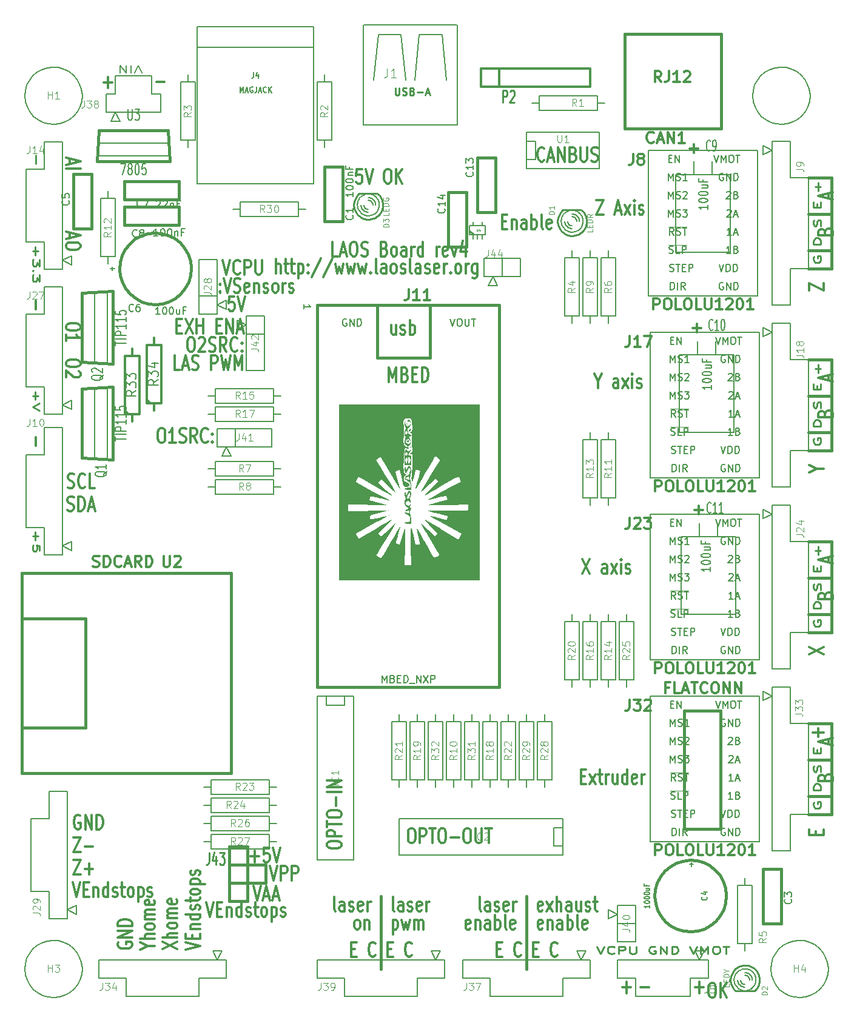
<source format=gto>
G04 (created by PCBNEW-RS274X (2012-02-06 BZR 3180)-stable) date Fri 05 Oct 2012 08:43:45 AM CEST*
G01*
G70*
G90*
%MOIN*%
G04 Gerber Fmt 3.4, Leading zero omitted, Abs format*
%FSLAX34Y34*%
G04 APERTURE LIST*
%ADD10C,0.006000*%
%ADD11C,0.007900*%
%ADD12C,0.012000*%
%ADD13C,0.015000*%
%ADD14C,0.009900*%
%ADD15C,0.010200*%
%ADD16C,0.008100*%
%ADD17C,0.005000*%
%ADD18C,0.007500*%
%ADD19C,0.007000*%
%ADD20C,0.010000*%
%ADD21C,0.003900*%
%ADD22C,0.000100*%
%ADD23C,0.008000*%
%ADD24C,0.003500*%
%ADD25C,0.010700*%
%ADD26C,0.002400*%
G04 APERTURE END LIST*
G54D10*
G54D11*
X27741Y-27713D02*
X27741Y-27488D01*
X27741Y-27601D02*
X28135Y-27601D01*
X28078Y-27563D01*
X28041Y-27526D01*
X28022Y-27488D01*
G54D12*
X32814Y-28590D02*
X32814Y-29124D01*
X32557Y-28590D02*
X32557Y-29010D01*
X32585Y-29086D01*
X32643Y-29124D01*
X32728Y-29124D01*
X32785Y-29086D01*
X32814Y-29048D01*
X33071Y-29086D02*
X33128Y-29124D01*
X33243Y-29124D01*
X33300Y-29086D01*
X33328Y-29010D01*
X33328Y-28971D01*
X33300Y-28895D01*
X33243Y-28857D01*
X33157Y-28857D01*
X33100Y-28819D01*
X33071Y-28743D01*
X33071Y-28705D01*
X33100Y-28629D01*
X33157Y-28590D01*
X33243Y-28590D01*
X33300Y-28629D01*
X33586Y-29124D02*
X33586Y-28324D01*
X33586Y-28629D02*
X33643Y-28590D01*
X33757Y-28590D01*
X33814Y-28629D01*
X33843Y-28667D01*
X33872Y-28743D01*
X33872Y-28971D01*
X33843Y-29048D01*
X33814Y-29086D01*
X33757Y-29124D01*
X33643Y-29124D01*
X33586Y-29086D01*
G54D13*
X34700Y-30400D02*
X34700Y-27600D01*
X31800Y-30400D02*
X34700Y-30400D01*
X31800Y-27500D02*
X31800Y-30400D01*
G54D11*
X35806Y-28265D02*
X35937Y-28659D01*
X36068Y-28265D01*
X36275Y-28265D02*
X36350Y-28265D01*
X36387Y-28284D01*
X36425Y-28322D01*
X36444Y-28397D01*
X36444Y-28528D01*
X36425Y-28603D01*
X36387Y-28641D01*
X36350Y-28659D01*
X36275Y-28659D01*
X36237Y-28641D01*
X36200Y-28603D01*
X36181Y-28528D01*
X36181Y-28397D01*
X36200Y-28322D01*
X36237Y-28284D01*
X36275Y-28265D01*
X36613Y-28265D02*
X36613Y-28584D01*
X36632Y-28622D01*
X36650Y-28641D01*
X36688Y-28659D01*
X36763Y-28659D01*
X36800Y-28641D01*
X36819Y-28622D01*
X36838Y-28584D01*
X36838Y-28265D01*
X36970Y-28265D02*
X37195Y-28265D01*
X37082Y-28659D02*
X37082Y-28265D01*
X30100Y-28284D02*
X30063Y-28265D01*
X30006Y-28265D01*
X29950Y-28284D01*
X29913Y-28322D01*
X29894Y-28359D01*
X29875Y-28434D01*
X29875Y-28491D01*
X29894Y-28566D01*
X29913Y-28603D01*
X29950Y-28641D01*
X30006Y-28659D01*
X30044Y-28659D01*
X30100Y-28641D01*
X30119Y-28622D01*
X30119Y-28491D01*
X30044Y-28491D01*
X30288Y-28659D02*
X30288Y-28265D01*
X30513Y-28659D01*
X30513Y-28265D01*
X30701Y-28659D02*
X30701Y-28265D01*
X30795Y-28265D01*
X30851Y-28284D01*
X30888Y-28322D01*
X30907Y-28359D01*
X30926Y-28434D01*
X30926Y-28491D01*
X30907Y-28566D01*
X30888Y-28603D01*
X30851Y-28641D01*
X30795Y-28659D01*
X30701Y-28659D01*
G54D12*
X24986Y-59424D02*
X25186Y-60224D01*
X25386Y-59424D01*
X25557Y-59995D02*
X25843Y-59995D01*
X25500Y-60224D02*
X25700Y-59424D01*
X25900Y-60224D01*
X26071Y-59995D02*
X26357Y-59995D01*
X26014Y-60224D02*
X26214Y-59424D01*
X26414Y-60224D01*
X25900Y-58324D02*
X26100Y-59124D01*
X26300Y-58324D01*
X26500Y-59124D02*
X26500Y-58324D01*
X26728Y-58324D01*
X26786Y-58362D01*
X26814Y-58400D01*
X26843Y-58476D01*
X26843Y-58590D01*
X26814Y-58667D01*
X26786Y-58705D01*
X26728Y-58743D01*
X26500Y-58743D01*
X27100Y-59124D02*
X27100Y-58324D01*
X27328Y-58324D01*
X27386Y-58362D01*
X27414Y-58400D01*
X27443Y-58476D01*
X27443Y-58590D01*
X27414Y-58667D01*
X27386Y-58705D01*
X27328Y-58743D01*
X27100Y-58743D01*
X24829Y-57819D02*
X25286Y-57819D01*
X25057Y-58124D02*
X25057Y-57514D01*
X25858Y-57324D02*
X25572Y-57324D01*
X25543Y-57705D01*
X25572Y-57667D01*
X25629Y-57629D01*
X25772Y-57629D01*
X25829Y-57667D01*
X25858Y-57705D01*
X25886Y-57781D01*
X25886Y-57971D01*
X25858Y-58048D01*
X25829Y-58086D01*
X25772Y-58124D01*
X25629Y-58124D01*
X25572Y-58086D01*
X25543Y-58048D01*
X26057Y-57324D02*
X26257Y-58124D01*
X26457Y-57324D01*
X22385Y-60324D02*
X22585Y-61124D01*
X22785Y-60324D01*
X22985Y-60705D02*
X23185Y-60705D01*
X23271Y-61124D02*
X22985Y-61124D01*
X22985Y-60324D01*
X23271Y-60324D01*
X23528Y-60590D02*
X23528Y-61124D01*
X23528Y-60667D02*
X23556Y-60629D01*
X23614Y-60590D01*
X23699Y-60590D01*
X23756Y-60629D01*
X23785Y-60705D01*
X23785Y-61124D01*
X24328Y-61124D02*
X24328Y-60324D01*
X24328Y-61086D02*
X24271Y-61124D01*
X24157Y-61124D01*
X24099Y-61086D01*
X24071Y-61048D01*
X24042Y-60971D01*
X24042Y-60743D01*
X24071Y-60667D01*
X24099Y-60629D01*
X24157Y-60590D01*
X24271Y-60590D01*
X24328Y-60629D01*
X24585Y-61086D02*
X24642Y-61124D01*
X24757Y-61124D01*
X24814Y-61086D01*
X24842Y-61010D01*
X24842Y-60971D01*
X24814Y-60895D01*
X24757Y-60857D01*
X24671Y-60857D01*
X24614Y-60819D01*
X24585Y-60743D01*
X24585Y-60705D01*
X24614Y-60629D01*
X24671Y-60590D01*
X24757Y-60590D01*
X24814Y-60629D01*
X25014Y-60590D02*
X25243Y-60590D01*
X25100Y-60324D02*
X25100Y-61010D01*
X25128Y-61086D01*
X25186Y-61124D01*
X25243Y-61124D01*
X25529Y-61124D02*
X25471Y-61086D01*
X25443Y-61048D01*
X25414Y-60971D01*
X25414Y-60743D01*
X25443Y-60667D01*
X25471Y-60629D01*
X25529Y-60590D01*
X25614Y-60590D01*
X25671Y-60629D01*
X25700Y-60667D01*
X25729Y-60743D01*
X25729Y-60971D01*
X25700Y-61048D01*
X25671Y-61086D01*
X25614Y-61124D01*
X25529Y-61124D01*
X25986Y-60590D02*
X25986Y-61390D01*
X25986Y-60629D02*
X26043Y-60590D01*
X26157Y-60590D01*
X26214Y-60629D01*
X26243Y-60667D01*
X26272Y-60743D01*
X26272Y-60971D01*
X26243Y-61048D01*
X26214Y-61086D01*
X26157Y-61124D01*
X26043Y-61124D01*
X25986Y-61086D01*
X26500Y-61086D02*
X26557Y-61124D01*
X26672Y-61124D01*
X26729Y-61086D01*
X26757Y-61010D01*
X26757Y-60971D01*
X26729Y-60895D01*
X26672Y-60857D01*
X26586Y-60857D01*
X26529Y-60819D01*
X26500Y-60743D01*
X26500Y-60705D01*
X26529Y-60629D01*
X26586Y-60590D01*
X26672Y-60590D01*
X26729Y-60629D01*
X45272Y-65019D02*
X45729Y-65019D01*
X45500Y-65324D02*
X45500Y-64714D01*
X23929Y-27024D02*
X23643Y-27024D01*
X23614Y-27405D01*
X23643Y-27367D01*
X23700Y-27329D01*
X23843Y-27329D01*
X23900Y-27367D01*
X23929Y-27405D01*
X23957Y-27481D01*
X23957Y-27671D01*
X23929Y-27748D01*
X23900Y-27786D01*
X23843Y-27824D01*
X23700Y-27824D01*
X23643Y-27786D01*
X23614Y-27748D01*
X24128Y-27024D02*
X24328Y-27824D01*
X24528Y-27024D01*
X23307Y-25024D02*
X23507Y-25824D01*
X23707Y-25024D01*
X24250Y-25748D02*
X24221Y-25786D01*
X24135Y-25824D01*
X24078Y-25824D01*
X23993Y-25786D01*
X23935Y-25710D01*
X23907Y-25633D01*
X23878Y-25481D01*
X23878Y-25367D01*
X23907Y-25214D01*
X23935Y-25138D01*
X23993Y-25062D01*
X24078Y-25024D01*
X24135Y-25024D01*
X24221Y-25062D01*
X24250Y-25100D01*
X24507Y-25824D02*
X24507Y-25024D01*
X24735Y-25024D01*
X24793Y-25062D01*
X24821Y-25100D01*
X24850Y-25176D01*
X24850Y-25290D01*
X24821Y-25367D01*
X24793Y-25405D01*
X24735Y-25443D01*
X24507Y-25443D01*
X25107Y-25024D02*
X25107Y-25671D01*
X25135Y-25748D01*
X25164Y-25786D01*
X25221Y-25824D01*
X25335Y-25824D01*
X25393Y-25786D01*
X25421Y-25748D01*
X25450Y-25671D01*
X25450Y-25024D01*
X23143Y-26748D02*
X23171Y-26786D01*
X23143Y-26824D01*
X23114Y-26786D01*
X23143Y-26748D01*
X23143Y-26824D01*
X23143Y-26329D02*
X23171Y-26367D01*
X23143Y-26405D01*
X23114Y-26367D01*
X23143Y-26329D01*
X23143Y-26405D01*
X23343Y-26024D02*
X23543Y-26824D01*
X23743Y-26024D01*
X23914Y-26786D02*
X24000Y-26824D01*
X24143Y-26824D01*
X24200Y-26786D01*
X24229Y-26748D01*
X24257Y-26671D01*
X24257Y-26595D01*
X24229Y-26519D01*
X24200Y-26481D01*
X24143Y-26443D01*
X24029Y-26405D01*
X23971Y-26367D01*
X23943Y-26329D01*
X23914Y-26252D01*
X23914Y-26176D01*
X23943Y-26100D01*
X23971Y-26062D01*
X24029Y-26024D01*
X24171Y-26024D01*
X24257Y-26062D01*
X24742Y-26786D02*
X24685Y-26824D01*
X24571Y-26824D01*
X24514Y-26786D01*
X24485Y-26710D01*
X24485Y-26405D01*
X24514Y-26329D01*
X24571Y-26290D01*
X24685Y-26290D01*
X24742Y-26329D01*
X24771Y-26405D01*
X24771Y-26481D01*
X24485Y-26557D01*
X25028Y-26290D02*
X25028Y-26824D01*
X25028Y-26367D02*
X25056Y-26329D01*
X25114Y-26290D01*
X25199Y-26290D01*
X25256Y-26329D01*
X25285Y-26405D01*
X25285Y-26824D01*
X25542Y-26786D02*
X25599Y-26824D01*
X25714Y-26824D01*
X25771Y-26786D01*
X25799Y-26710D01*
X25799Y-26671D01*
X25771Y-26595D01*
X25714Y-26557D01*
X25628Y-26557D01*
X25571Y-26519D01*
X25542Y-26443D01*
X25542Y-26405D01*
X25571Y-26329D01*
X25628Y-26290D01*
X25714Y-26290D01*
X25771Y-26329D01*
X26143Y-26824D02*
X26085Y-26786D01*
X26057Y-26748D01*
X26028Y-26671D01*
X26028Y-26443D01*
X26057Y-26367D01*
X26085Y-26329D01*
X26143Y-26290D01*
X26228Y-26290D01*
X26285Y-26329D01*
X26314Y-26367D01*
X26343Y-26443D01*
X26343Y-26671D01*
X26314Y-26748D01*
X26285Y-26786D01*
X26228Y-26824D01*
X26143Y-26824D01*
X26600Y-26824D02*
X26600Y-26290D01*
X26600Y-26443D02*
X26628Y-26367D01*
X26657Y-26329D01*
X26714Y-26290D01*
X26771Y-26290D01*
X26942Y-26786D02*
X26999Y-26824D01*
X27114Y-26824D01*
X27171Y-26786D01*
X27199Y-26710D01*
X27199Y-26671D01*
X27171Y-26595D01*
X27114Y-26557D01*
X27028Y-26557D01*
X26971Y-26519D01*
X26942Y-26443D01*
X26942Y-26405D01*
X26971Y-26329D01*
X27028Y-26290D01*
X27114Y-26290D01*
X27171Y-26329D01*
X19879Y-34274D02*
X19993Y-34274D01*
X20051Y-34312D01*
X20108Y-34388D01*
X20136Y-34540D01*
X20136Y-34807D01*
X20108Y-34960D01*
X20051Y-35036D01*
X19993Y-35074D01*
X19879Y-35074D01*
X19822Y-35036D01*
X19765Y-34960D01*
X19736Y-34807D01*
X19736Y-34540D01*
X19765Y-34388D01*
X19822Y-34312D01*
X19879Y-34274D01*
X20708Y-35074D02*
X20365Y-35074D01*
X20537Y-35074D02*
X20537Y-34274D01*
X20480Y-34388D01*
X20422Y-34464D01*
X20365Y-34502D01*
X20936Y-35036D02*
X21022Y-35074D01*
X21165Y-35074D01*
X21222Y-35036D01*
X21251Y-34998D01*
X21279Y-34921D01*
X21279Y-34845D01*
X21251Y-34769D01*
X21222Y-34731D01*
X21165Y-34693D01*
X21051Y-34655D01*
X20993Y-34617D01*
X20965Y-34579D01*
X20936Y-34502D01*
X20936Y-34426D01*
X20965Y-34350D01*
X20993Y-34312D01*
X21051Y-34274D01*
X21193Y-34274D01*
X21279Y-34312D01*
X21879Y-35074D02*
X21679Y-34693D01*
X21536Y-35074D02*
X21536Y-34274D01*
X21764Y-34274D01*
X21822Y-34312D01*
X21850Y-34350D01*
X21879Y-34426D01*
X21879Y-34540D01*
X21850Y-34617D01*
X21822Y-34655D01*
X21764Y-34693D01*
X21536Y-34693D01*
X22479Y-34998D02*
X22450Y-35036D01*
X22364Y-35074D01*
X22307Y-35074D01*
X22222Y-35036D01*
X22164Y-34960D01*
X22136Y-34883D01*
X22107Y-34731D01*
X22107Y-34617D01*
X22136Y-34464D01*
X22164Y-34388D01*
X22222Y-34312D01*
X22307Y-34274D01*
X22364Y-34274D01*
X22450Y-34312D01*
X22479Y-34350D01*
X22736Y-34998D02*
X22764Y-35036D01*
X22736Y-35074D01*
X22707Y-35036D01*
X22736Y-34998D01*
X22736Y-35074D01*
X22736Y-34579D02*
X22764Y-34617D01*
X22736Y-34655D01*
X22707Y-34617D01*
X22736Y-34579D01*
X22736Y-34655D01*
X20929Y-31074D02*
X20643Y-31074D01*
X20643Y-30274D01*
X21100Y-30845D02*
X21386Y-30845D01*
X21043Y-31074D02*
X21243Y-30274D01*
X21443Y-31074D01*
X21614Y-31036D02*
X21700Y-31074D01*
X21843Y-31074D01*
X21900Y-31036D01*
X21929Y-30998D01*
X21957Y-30921D01*
X21957Y-30845D01*
X21929Y-30769D01*
X21900Y-30731D01*
X21843Y-30693D01*
X21729Y-30655D01*
X21671Y-30617D01*
X21643Y-30579D01*
X21614Y-30502D01*
X21614Y-30426D01*
X21643Y-30350D01*
X21671Y-30312D01*
X21729Y-30274D01*
X21871Y-30274D01*
X21957Y-30312D01*
X22671Y-31074D02*
X22671Y-30274D01*
X22899Y-30274D01*
X22957Y-30312D01*
X22985Y-30350D01*
X23014Y-30426D01*
X23014Y-30540D01*
X22985Y-30617D01*
X22957Y-30655D01*
X22899Y-30693D01*
X22671Y-30693D01*
X23214Y-30274D02*
X23357Y-31074D01*
X23471Y-30502D01*
X23585Y-31074D01*
X23728Y-30274D01*
X23957Y-31074D02*
X23957Y-30274D01*
X24157Y-30845D01*
X24357Y-30274D01*
X24357Y-31074D01*
X21500Y-29274D02*
X21614Y-29274D01*
X21672Y-29312D01*
X21729Y-29388D01*
X21757Y-29540D01*
X21757Y-29807D01*
X21729Y-29960D01*
X21672Y-30036D01*
X21614Y-30074D01*
X21500Y-30074D01*
X21443Y-30036D01*
X21386Y-29960D01*
X21357Y-29807D01*
X21357Y-29540D01*
X21386Y-29388D01*
X21443Y-29312D01*
X21500Y-29274D01*
X21986Y-29350D02*
X22015Y-29312D01*
X22072Y-29274D01*
X22215Y-29274D01*
X22272Y-29312D01*
X22301Y-29350D01*
X22329Y-29426D01*
X22329Y-29502D01*
X22301Y-29617D01*
X21958Y-30074D01*
X22329Y-30074D01*
X22557Y-30036D02*
X22643Y-30074D01*
X22786Y-30074D01*
X22843Y-30036D01*
X22872Y-29998D01*
X22900Y-29921D01*
X22900Y-29845D01*
X22872Y-29769D01*
X22843Y-29731D01*
X22786Y-29693D01*
X22672Y-29655D01*
X22614Y-29617D01*
X22586Y-29579D01*
X22557Y-29502D01*
X22557Y-29426D01*
X22586Y-29350D01*
X22614Y-29312D01*
X22672Y-29274D01*
X22814Y-29274D01*
X22900Y-29312D01*
X23500Y-30074D02*
X23300Y-29693D01*
X23157Y-30074D02*
X23157Y-29274D01*
X23385Y-29274D01*
X23443Y-29312D01*
X23471Y-29350D01*
X23500Y-29426D01*
X23500Y-29540D01*
X23471Y-29617D01*
X23443Y-29655D01*
X23385Y-29693D01*
X23157Y-29693D01*
X24100Y-29998D02*
X24071Y-30036D01*
X23985Y-30074D01*
X23928Y-30074D01*
X23843Y-30036D01*
X23785Y-29960D01*
X23757Y-29883D01*
X23728Y-29731D01*
X23728Y-29617D01*
X23757Y-29464D01*
X23785Y-29388D01*
X23843Y-29312D01*
X23928Y-29274D01*
X23985Y-29274D01*
X24071Y-29312D01*
X24100Y-29350D01*
X24357Y-29998D02*
X24385Y-30036D01*
X24357Y-30074D01*
X24328Y-30036D01*
X24357Y-29998D01*
X24357Y-30074D01*
X24357Y-29579D02*
X24385Y-29617D01*
X24357Y-29655D01*
X24328Y-29617D01*
X24357Y-29579D01*
X24357Y-29655D01*
X20757Y-28655D02*
X20957Y-28655D01*
X21043Y-29074D02*
X20757Y-29074D01*
X20757Y-28274D01*
X21043Y-28274D01*
X21243Y-28274D02*
X21643Y-29074D01*
X21643Y-28274D02*
X21243Y-29074D01*
X21871Y-29074D02*
X21871Y-28274D01*
X21871Y-28655D02*
X22214Y-28655D01*
X22214Y-29074D02*
X22214Y-28274D01*
X22957Y-28655D02*
X23157Y-28655D01*
X23243Y-29074D02*
X22957Y-29074D01*
X22957Y-28274D01*
X23243Y-28274D01*
X23500Y-29074D02*
X23500Y-28274D01*
X23843Y-29074D01*
X23843Y-28274D01*
X24100Y-28845D02*
X24386Y-28845D01*
X24043Y-29074D02*
X24243Y-28274D01*
X24443Y-29074D01*
X50143Y-64774D02*
X50257Y-64774D01*
X50315Y-64812D01*
X50372Y-64888D01*
X50400Y-65040D01*
X50400Y-65307D01*
X50372Y-65460D01*
X50315Y-65536D01*
X50257Y-65574D01*
X50143Y-65574D01*
X50086Y-65536D01*
X50029Y-65460D01*
X50000Y-65307D01*
X50000Y-65040D01*
X50029Y-64888D01*
X50086Y-64812D01*
X50143Y-64774D01*
X50658Y-65574D02*
X50658Y-64774D01*
X51001Y-65574D02*
X50744Y-65117D01*
X51001Y-64774D02*
X50658Y-65231D01*
X15476Y-30657D02*
X15476Y-30771D01*
X15438Y-30829D01*
X15362Y-30886D01*
X15210Y-30914D01*
X14943Y-30914D01*
X14790Y-30886D01*
X14714Y-30829D01*
X14676Y-30771D01*
X14676Y-30657D01*
X14714Y-30600D01*
X14790Y-30543D01*
X14943Y-30514D01*
X15210Y-30514D01*
X15362Y-30543D01*
X15438Y-30600D01*
X15476Y-30657D01*
X15400Y-31143D02*
X15438Y-31172D01*
X15476Y-31229D01*
X15476Y-31372D01*
X15438Y-31429D01*
X15400Y-31458D01*
X15324Y-31486D01*
X15248Y-31486D01*
X15133Y-31458D01*
X14676Y-31115D01*
X14676Y-31486D01*
X15476Y-28657D02*
X15476Y-28771D01*
X15438Y-28829D01*
X15362Y-28886D01*
X15210Y-28914D01*
X14943Y-28914D01*
X14790Y-28886D01*
X14714Y-28829D01*
X14676Y-28771D01*
X14676Y-28657D01*
X14714Y-28600D01*
X14790Y-28543D01*
X14943Y-28514D01*
X15210Y-28514D01*
X15362Y-28543D01*
X15438Y-28600D01*
X15476Y-28657D01*
X14676Y-29486D02*
X14676Y-29143D01*
X14676Y-29315D02*
X15476Y-29315D01*
X15362Y-29258D01*
X15286Y-29200D01*
X15248Y-29143D01*
G54D13*
X56750Y-25500D02*
X56750Y-24500D01*
X55500Y-25500D02*
X56750Y-25500D01*
X55500Y-34500D02*
X56750Y-34500D01*
X55500Y-54500D02*
X56750Y-54500D01*
X56750Y-55500D02*
X56750Y-54500D01*
X55500Y-55500D02*
X56750Y-55500D01*
X56750Y-44500D02*
X56500Y-44500D01*
X56750Y-45500D02*
X56750Y-44500D01*
X55500Y-45500D02*
X56750Y-45500D01*
X56750Y-35500D02*
X55500Y-35500D01*
X56750Y-34500D02*
X56750Y-35500D01*
X55500Y-52500D02*
X56750Y-52500D01*
X56750Y-50500D02*
X56750Y-54500D01*
X55500Y-50500D02*
X56750Y-50500D01*
X55500Y-42500D02*
X56750Y-42500D01*
X56750Y-44500D02*
X55500Y-44500D01*
X56750Y-40500D02*
X56750Y-44500D01*
X55500Y-40500D02*
X56750Y-40500D01*
X56750Y-32500D02*
X56750Y-32750D01*
X55500Y-32500D02*
X56750Y-32500D01*
X56750Y-30500D02*
X56750Y-34500D01*
X55500Y-30500D02*
X56750Y-30500D01*
X56750Y-20500D02*
X56750Y-20750D01*
X55500Y-20500D02*
X56750Y-20500D01*
X56750Y-24500D02*
X56750Y-20750D01*
X55500Y-24500D02*
X56750Y-24500D01*
X55500Y-22500D02*
X56750Y-22500D01*
G54D12*
X14905Y-19464D02*
X14905Y-19750D01*
X14676Y-19407D02*
X15476Y-19607D01*
X14676Y-19807D01*
X14676Y-20007D02*
X15476Y-20007D01*
X14905Y-23543D02*
X14905Y-23829D01*
X14676Y-23486D02*
X15476Y-23686D01*
X14676Y-23886D01*
X15476Y-24200D02*
X15476Y-24314D01*
X15438Y-24372D01*
X15362Y-24429D01*
X15210Y-24457D01*
X14943Y-24457D01*
X14790Y-24429D01*
X14714Y-24372D01*
X14676Y-24314D01*
X14676Y-24200D01*
X14714Y-24143D01*
X14790Y-24086D01*
X14943Y-24057D01*
X15210Y-24057D01*
X15362Y-24086D01*
X15438Y-24143D01*
X15476Y-24200D01*
G54D14*
X13009Y-19728D02*
X13009Y-19271D01*
X12991Y-24308D02*
X12991Y-24765D01*
X12841Y-24536D02*
X13141Y-24536D01*
X13235Y-24994D02*
X13235Y-25365D01*
X13084Y-25165D01*
X13084Y-25251D01*
X13066Y-25308D01*
X13047Y-25337D01*
X13009Y-25365D01*
X12916Y-25365D01*
X12878Y-25337D01*
X12859Y-25308D01*
X12841Y-25251D01*
X12841Y-25079D01*
X12859Y-25022D01*
X12878Y-24994D01*
X12878Y-25622D02*
X12859Y-25650D01*
X12841Y-25622D01*
X12859Y-25593D01*
X12878Y-25622D01*
X12841Y-25622D01*
X13235Y-25851D02*
X13235Y-26222D01*
X13084Y-26022D01*
X13084Y-26108D01*
X13066Y-26165D01*
X13047Y-26194D01*
X13009Y-26222D01*
X12916Y-26222D01*
X12878Y-26194D01*
X12859Y-26165D01*
X12841Y-26108D01*
X12841Y-25936D01*
X12859Y-25879D01*
X12878Y-25851D01*
G54D12*
X13019Y-27728D02*
X13019Y-27271D01*
X13019Y-35228D02*
X13019Y-34771D01*
X30944Y-20024D02*
X30658Y-20024D01*
X30629Y-20405D01*
X30658Y-20367D01*
X30715Y-20329D01*
X30858Y-20329D01*
X30915Y-20367D01*
X30944Y-20405D01*
X30972Y-20481D01*
X30972Y-20671D01*
X30944Y-20748D01*
X30915Y-20786D01*
X30858Y-20824D01*
X30715Y-20824D01*
X30658Y-20786D01*
X30629Y-20748D01*
X31143Y-20024D02*
X31343Y-20824D01*
X31543Y-20024D01*
X32314Y-20024D02*
X32428Y-20024D01*
X32486Y-20062D01*
X32543Y-20138D01*
X32571Y-20290D01*
X32571Y-20557D01*
X32543Y-20710D01*
X32486Y-20786D01*
X32428Y-20824D01*
X32314Y-20824D01*
X32257Y-20786D01*
X32200Y-20710D01*
X32171Y-20557D01*
X32171Y-20290D01*
X32200Y-20138D01*
X32257Y-20062D01*
X32314Y-20024D01*
X32829Y-20824D02*
X32829Y-20024D01*
X33172Y-20824D02*
X32915Y-20367D01*
X33172Y-20024D02*
X32829Y-20481D01*
X38643Y-22905D02*
X38843Y-22905D01*
X38929Y-23324D02*
X38643Y-23324D01*
X38643Y-22524D01*
X38929Y-22524D01*
X39186Y-22790D02*
X39186Y-23324D01*
X39186Y-22867D02*
X39214Y-22829D01*
X39272Y-22790D01*
X39357Y-22790D01*
X39414Y-22829D01*
X39443Y-22905D01*
X39443Y-23324D01*
X39986Y-23324D02*
X39986Y-22905D01*
X39957Y-22829D01*
X39900Y-22790D01*
X39786Y-22790D01*
X39729Y-22829D01*
X39986Y-23286D02*
X39929Y-23324D01*
X39786Y-23324D01*
X39729Y-23286D01*
X39700Y-23210D01*
X39700Y-23133D01*
X39729Y-23057D01*
X39786Y-23019D01*
X39929Y-23019D01*
X39986Y-22981D01*
X40272Y-23324D02*
X40272Y-22524D01*
X40272Y-22829D02*
X40329Y-22790D01*
X40443Y-22790D01*
X40500Y-22829D01*
X40529Y-22867D01*
X40558Y-22943D01*
X40558Y-23171D01*
X40529Y-23248D01*
X40500Y-23286D01*
X40443Y-23324D01*
X40329Y-23324D01*
X40272Y-23286D01*
X40901Y-23324D02*
X40843Y-23286D01*
X40815Y-23210D01*
X40815Y-22524D01*
X41357Y-23286D02*
X41300Y-23324D01*
X41186Y-23324D01*
X41129Y-23286D01*
X41100Y-23210D01*
X41100Y-22905D01*
X41129Y-22829D01*
X41186Y-22790D01*
X41300Y-22790D01*
X41357Y-22829D01*
X41386Y-22905D01*
X41386Y-22981D01*
X41100Y-23057D01*
X16772Y-15269D02*
X17229Y-15269D01*
X17000Y-15574D02*
X17000Y-14964D01*
X14772Y-38786D02*
X14858Y-38824D01*
X15001Y-38824D01*
X15058Y-38786D01*
X15087Y-38748D01*
X15115Y-38671D01*
X15115Y-38595D01*
X15087Y-38519D01*
X15058Y-38481D01*
X15001Y-38443D01*
X14887Y-38405D01*
X14829Y-38367D01*
X14801Y-38329D01*
X14772Y-38252D01*
X14772Y-38176D01*
X14801Y-38100D01*
X14829Y-38062D01*
X14887Y-38024D01*
X15029Y-38024D01*
X15115Y-38062D01*
X15372Y-38824D02*
X15372Y-38024D01*
X15515Y-38024D01*
X15600Y-38062D01*
X15658Y-38138D01*
X15686Y-38214D01*
X15715Y-38367D01*
X15715Y-38481D01*
X15686Y-38633D01*
X15658Y-38710D01*
X15600Y-38786D01*
X15515Y-38824D01*
X15372Y-38824D01*
X15943Y-38595D02*
X16229Y-38595D01*
X15886Y-38824D02*
X16086Y-38024D01*
X16286Y-38824D01*
X14786Y-37536D02*
X14872Y-37574D01*
X15015Y-37574D01*
X15072Y-37536D01*
X15101Y-37498D01*
X15129Y-37421D01*
X15129Y-37345D01*
X15101Y-37269D01*
X15072Y-37231D01*
X15015Y-37193D01*
X14901Y-37155D01*
X14843Y-37117D01*
X14815Y-37079D01*
X14786Y-37002D01*
X14786Y-36926D01*
X14815Y-36850D01*
X14843Y-36812D01*
X14901Y-36774D01*
X15043Y-36774D01*
X15129Y-36812D01*
X15729Y-37498D02*
X15700Y-37536D01*
X15614Y-37574D01*
X15557Y-37574D01*
X15472Y-37536D01*
X15414Y-37460D01*
X15386Y-37383D01*
X15357Y-37231D01*
X15357Y-37117D01*
X15386Y-36964D01*
X15414Y-36888D01*
X15472Y-36812D01*
X15557Y-36774D01*
X15614Y-36774D01*
X15700Y-36812D01*
X15729Y-36850D01*
X16272Y-37574D02*
X15986Y-37574D01*
X15986Y-36774D01*
G54D13*
X40000Y-64000D02*
X40000Y-60000D01*
X32000Y-64000D02*
X32000Y-60000D01*
G54D12*
X32729Y-60824D02*
X32671Y-60786D01*
X32643Y-60710D01*
X32643Y-60024D01*
X33214Y-60824D02*
X33214Y-60405D01*
X33185Y-60329D01*
X33128Y-60290D01*
X33014Y-60290D01*
X32957Y-60329D01*
X33214Y-60786D02*
X33157Y-60824D01*
X33014Y-60824D01*
X32957Y-60786D01*
X32928Y-60710D01*
X32928Y-60633D01*
X32957Y-60557D01*
X33014Y-60519D01*
X33157Y-60519D01*
X33214Y-60481D01*
X33471Y-60786D02*
X33528Y-60824D01*
X33643Y-60824D01*
X33700Y-60786D01*
X33728Y-60710D01*
X33728Y-60671D01*
X33700Y-60595D01*
X33643Y-60557D01*
X33557Y-60557D01*
X33500Y-60519D01*
X33471Y-60443D01*
X33471Y-60405D01*
X33500Y-60329D01*
X33557Y-60290D01*
X33643Y-60290D01*
X33700Y-60329D01*
X34214Y-60786D02*
X34157Y-60824D01*
X34043Y-60824D01*
X33986Y-60786D01*
X33957Y-60710D01*
X33957Y-60405D01*
X33986Y-60329D01*
X34043Y-60290D01*
X34157Y-60290D01*
X34214Y-60329D01*
X34243Y-60405D01*
X34243Y-60481D01*
X33957Y-60557D01*
X34500Y-60824D02*
X34500Y-60290D01*
X34500Y-60443D02*
X34528Y-60367D01*
X34557Y-60329D01*
X34614Y-60290D01*
X34671Y-60290D01*
X38372Y-62905D02*
X38572Y-62905D01*
X38658Y-63324D02*
X38372Y-63324D01*
X38372Y-62524D01*
X38658Y-62524D01*
X41686Y-63248D02*
X41657Y-63286D01*
X41571Y-63324D01*
X41514Y-63324D01*
X41429Y-63286D01*
X41371Y-63210D01*
X41343Y-63133D01*
X41314Y-62981D01*
X41314Y-62867D01*
X41343Y-62714D01*
X41371Y-62638D01*
X41429Y-62562D01*
X41514Y-62524D01*
X41571Y-62524D01*
X41657Y-62562D01*
X41686Y-62600D01*
X40372Y-62905D02*
X40572Y-62905D01*
X40658Y-63324D02*
X40372Y-63324D01*
X40372Y-62524D01*
X40658Y-62524D01*
X39686Y-63248D02*
X39657Y-63286D01*
X39571Y-63324D01*
X39514Y-63324D01*
X39429Y-63286D01*
X39371Y-63210D01*
X39343Y-63133D01*
X39314Y-62981D01*
X39314Y-62867D01*
X39343Y-62714D01*
X39371Y-62638D01*
X39429Y-62562D01*
X39514Y-62524D01*
X39571Y-62524D01*
X39657Y-62562D01*
X39686Y-62600D01*
X30372Y-62905D02*
X30572Y-62905D01*
X30658Y-63324D02*
X30372Y-63324D01*
X30372Y-62524D01*
X30658Y-62524D01*
X33686Y-63248D02*
X33657Y-63286D01*
X33571Y-63324D01*
X33514Y-63324D01*
X33429Y-63286D01*
X33371Y-63210D01*
X33343Y-63133D01*
X33314Y-62981D01*
X33314Y-62867D01*
X33343Y-62714D01*
X33371Y-62638D01*
X33429Y-62562D01*
X33514Y-62524D01*
X33571Y-62524D01*
X33657Y-62562D01*
X33686Y-62600D01*
X32372Y-62905D02*
X32572Y-62905D01*
X32658Y-63324D02*
X32372Y-63324D01*
X32372Y-62524D01*
X32658Y-62524D01*
X31686Y-63248D02*
X31657Y-63286D01*
X31571Y-63324D01*
X31514Y-63324D01*
X31429Y-63286D01*
X31371Y-63210D01*
X31343Y-63133D01*
X31314Y-62981D01*
X31314Y-62867D01*
X31343Y-62714D01*
X31371Y-62638D01*
X31429Y-62562D01*
X31514Y-62524D01*
X31571Y-62524D01*
X31657Y-62562D01*
X31686Y-62600D01*
G54D14*
X12991Y-39986D02*
X12991Y-40443D01*
X12841Y-40214D02*
X13141Y-40214D01*
X13235Y-41015D02*
X13235Y-40729D01*
X13047Y-40700D01*
X13066Y-40729D01*
X13084Y-40786D01*
X13084Y-40929D01*
X13066Y-40986D01*
X13047Y-41015D01*
X13009Y-41043D01*
X12916Y-41043D01*
X12878Y-41015D01*
X12859Y-40986D01*
X12841Y-40929D01*
X12841Y-40786D01*
X12859Y-40729D01*
X12878Y-40700D01*
G54D15*
X43871Y-62758D02*
X44071Y-63164D01*
X44271Y-62758D01*
X44814Y-63126D02*
X44785Y-63145D01*
X44699Y-63164D01*
X44642Y-63164D01*
X44557Y-63145D01*
X44499Y-63106D01*
X44471Y-63068D01*
X44442Y-62990D01*
X44442Y-62932D01*
X44471Y-62855D01*
X44499Y-62816D01*
X44557Y-62778D01*
X44642Y-62758D01*
X44699Y-62758D01*
X44785Y-62778D01*
X44814Y-62797D01*
X45071Y-63164D02*
X45071Y-62758D01*
X45299Y-62758D01*
X45357Y-62778D01*
X45385Y-62797D01*
X45414Y-62836D01*
X45414Y-62894D01*
X45385Y-62932D01*
X45357Y-62952D01*
X45299Y-62971D01*
X45071Y-62971D01*
X45671Y-62758D02*
X45671Y-63087D01*
X45699Y-63126D01*
X45728Y-63145D01*
X45785Y-63164D01*
X45899Y-63164D01*
X45957Y-63145D01*
X45985Y-63126D01*
X46014Y-63087D01*
X46014Y-62758D01*
X47071Y-62778D02*
X47014Y-62758D01*
X46928Y-62758D01*
X46843Y-62778D01*
X46785Y-62816D01*
X46757Y-62855D01*
X46728Y-62932D01*
X46728Y-62990D01*
X46757Y-63068D01*
X46785Y-63106D01*
X46843Y-63145D01*
X46928Y-63164D01*
X46985Y-63164D01*
X47071Y-63145D01*
X47100Y-63126D01*
X47100Y-62990D01*
X46985Y-62990D01*
X47357Y-63164D02*
X47357Y-62758D01*
X47700Y-63164D01*
X47700Y-62758D01*
X47986Y-63164D02*
X47986Y-62758D01*
X48129Y-62758D01*
X48214Y-62778D01*
X48272Y-62816D01*
X48300Y-62855D01*
X48329Y-62932D01*
X48329Y-62990D01*
X48300Y-63068D01*
X48272Y-63106D01*
X48214Y-63145D01*
X48129Y-63164D01*
X47986Y-63164D01*
X48957Y-62758D02*
X49157Y-63164D01*
X49357Y-62758D01*
X49557Y-63164D02*
X49557Y-62758D01*
X49757Y-63048D01*
X49957Y-62758D01*
X49957Y-63164D01*
X50357Y-62758D02*
X50471Y-62758D01*
X50529Y-62778D01*
X50586Y-62816D01*
X50614Y-62894D01*
X50614Y-63029D01*
X50586Y-63106D01*
X50529Y-63145D01*
X50471Y-63164D01*
X50357Y-63164D01*
X50300Y-63145D01*
X50243Y-63106D01*
X50214Y-63029D01*
X50214Y-62894D01*
X50243Y-62816D01*
X50300Y-62778D01*
X50357Y-62758D01*
X50786Y-62758D02*
X51129Y-62758D01*
X50958Y-63164D02*
X50958Y-62758D01*
G54D12*
X56405Y-53457D02*
X56443Y-53371D01*
X56481Y-53343D01*
X56557Y-53314D01*
X56671Y-53314D01*
X56748Y-53343D01*
X56786Y-53371D01*
X56824Y-53429D01*
X56824Y-53657D01*
X56024Y-53657D01*
X56024Y-53457D01*
X56062Y-53400D01*
X56100Y-53371D01*
X56176Y-53343D01*
X56252Y-53343D01*
X56329Y-53371D01*
X56367Y-53400D01*
X56405Y-53457D01*
X56405Y-53657D01*
X56595Y-51643D02*
X56595Y-51357D01*
X56824Y-51700D02*
X56024Y-51500D01*
X56824Y-51300D01*
X56405Y-43457D02*
X56443Y-43371D01*
X56481Y-43343D01*
X56557Y-43314D01*
X56671Y-43314D01*
X56748Y-43343D01*
X56786Y-43371D01*
X56824Y-43429D01*
X56824Y-43657D01*
X56024Y-43657D01*
X56024Y-43457D01*
X56062Y-43400D01*
X56100Y-43371D01*
X56176Y-43343D01*
X56252Y-43343D01*
X56329Y-43371D01*
X56367Y-43400D01*
X56405Y-43457D01*
X56405Y-43657D01*
X56595Y-41643D02*
X56595Y-41357D01*
X56824Y-41700D02*
X56024Y-41500D01*
X56824Y-41300D01*
X56405Y-33457D02*
X56443Y-33371D01*
X56481Y-33343D01*
X56557Y-33314D01*
X56671Y-33314D01*
X56748Y-33343D01*
X56786Y-33371D01*
X56824Y-33429D01*
X56824Y-33657D01*
X56024Y-33657D01*
X56024Y-33457D01*
X56062Y-33400D01*
X56100Y-33371D01*
X56176Y-33343D01*
X56252Y-33343D01*
X56329Y-33371D01*
X56367Y-33400D01*
X56405Y-33457D01*
X56405Y-33657D01*
X56595Y-31643D02*
X56595Y-31357D01*
X56824Y-31700D02*
X56024Y-31500D01*
X56824Y-31300D01*
X56405Y-23457D02*
X56443Y-23371D01*
X56481Y-23343D01*
X56557Y-23314D01*
X56671Y-23314D01*
X56748Y-23343D01*
X56786Y-23371D01*
X56824Y-23429D01*
X56824Y-23657D01*
X56024Y-23657D01*
X56024Y-23457D01*
X56062Y-23400D01*
X56100Y-23371D01*
X56176Y-23343D01*
X56252Y-23343D01*
X56329Y-23371D01*
X56367Y-23400D01*
X56405Y-23457D01*
X56405Y-23657D01*
X56595Y-21643D02*
X56595Y-21357D01*
X56824Y-21700D02*
X56024Y-21500D01*
X56824Y-21300D01*
X55905Y-56628D02*
X55905Y-56428D01*
X56324Y-56342D02*
X56324Y-56628D01*
X55524Y-56628D01*
X55524Y-56342D01*
X56019Y-51228D02*
X56019Y-50771D01*
X56324Y-51000D02*
X55714Y-51000D01*
G54D14*
X55953Y-52128D02*
X55953Y-51928D01*
X56159Y-51842D02*
X56159Y-52128D01*
X55765Y-52128D01*
X55765Y-51842D01*
X56141Y-53171D02*
X56159Y-53085D01*
X56159Y-52942D01*
X56141Y-52885D01*
X56122Y-52856D01*
X56084Y-52828D01*
X56047Y-52828D01*
X56009Y-52856D01*
X55991Y-52885D01*
X55972Y-52942D01*
X55953Y-53056D01*
X55934Y-53114D01*
X55916Y-53142D01*
X55878Y-53171D01*
X55841Y-53171D01*
X55803Y-53142D01*
X55784Y-53114D01*
X55765Y-53056D01*
X55765Y-52914D01*
X55784Y-52828D01*
X56159Y-54157D02*
X55765Y-54157D01*
X55765Y-54014D01*
X55784Y-53929D01*
X55822Y-53871D01*
X55859Y-53843D01*
X55934Y-53814D01*
X55991Y-53814D01*
X56066Y-53843D01*
X56103Y-53871D01*
X56141Y-53929D01*
X56159Y-54014D01*
X56159Y-54157D01*
X55784Y-54843D02*
X55765Y-54900D01*
X55765Y-54986D01*
X55784Y-55071D01*
X55822Y-55129D01*
X55859Y-55157D01*
X55934Y-55186D01*
X55991Y-55186D01*
X56066Y-55157D01*
X56103Y-55129D01*
X56141Y-55071D01*
X56159Y-54986D01*
X56159Y-54929D01*
X56141Y-54843D01*
X56122Y-54814D01*
X55991Y-54814D01*
X55991Y-54929D01*
X55784Y-44843D02*
X55765Y-44900D01*
X55765Y-44986D01*
X55784Y-45071D01*
X55822Y-45129D01*
X55859Y-45157D01*
X55934Y-45186D01*
X55991Y-45186D01*
X56066Y-45157D01*
X56103Y-45129D01*
X56141Y-45071D01*
X56159Y-44986D01*
X56159Y-44929D01*
X56141Y-44843D01*
X56122Y-44814D01*
X55991Y-44814D01*
X55991Y-44929D01*
X56159Y-44157D02*
X55765Y-44157D01*
X55765Y-44014D01*
X55784Y-43929D01*
X55822Y-43871D01*
X55859Y-43843D01*
X55934Y-43814D01*
X55991Y-43814D01*
X56066Y-43843D01*
X56103Y-43871D01*
X56141Y-43929D01*
X56159Y-44014D01*
X56159Y-44157D01*
X56141Y-43171D02*
X56159Y-43085D01*
X56159Y-42942D01*
X56141Y-42885D01*
X56122Y-42856D01*
X56084Y-42828D01*
X56047Y-42828D01*
X56009Y-42856D01*
X55991Y-42885D01*
X55972Y-42942D01*
X55953Y-43056D01*
X55934Y-43114D01*
X55916Y-43142D01*
X55878Y-43171D01*
X55841Y-43171D01*
X55803Y-43142D01*
X55784Y-43114D01*
X55765Y-43056D01*
X55765Y-42914D01*
X55784Y-42828D01*
X55953Y-42128D02*
X55953Y-41928D01*
X56159Y-41842D02*
X56159Y-42128D01*
X55765Y-42128D01*
X55765Y-41842D01*
X56009Y-41228D02*
X56009Y-40771D01*
X56159Y-41000D02*
X55859Y-41000D01*
G54D12*
X55524Y-46699D02*
X56324Y-46299D01*
X55524Y-46299D02*
X56324Y-46699D01*
X55943Y-36500D02*
X56324Y-36500D01*
X55524Y-36700D02*
X55943Y-36500D01*
X55524Y-36300D01*
G54D14*
X56009Y-31228D02*
X56009Y-30771D01*
X56159Y-31000D02*
X55859Y-31000D01*
X55953Y-32128D02*
X55953Y-31928D01*
X56159Y-31842D02*
X56159Y-32128D01*
X55765Y-32128D01*
X55765Y-31842D01*
X56141Y-33171D02*
X56159Y-33085D01*
X56159Y-32942D01*
X56141Y-32885D01*
X56122Y-32856D01*
X56084Y-32828D01*
X56047Y-32828D01*
X56009Y-32856D01*
X55991Y-32885D01*
X55972Y-32942D01*
X55953Y-33056D01*
X55934Y-33114D01*
X55916Y-33142D01*
X55878Y-33171D01*
X55841Y-33171D01*
X55803Y-33142D01*
X55784Y-33114D01*
X55765Y-33056D01*
X55765Y-32914D01*
X55784Y-32828D01*
X56159Y-34157D02*
X55765Y-34157D01*
X55765Y-34014D01*
X55784Y-33929D01*
X55822Y-33871D01*
X55859Y-33843D01*
X55934Y-33814D01*
X55991Y-33814D01*
X56066Y-33843D01*
X56103Y-33871D01*
X56141Y-33929D01*
X56159Y-34014D01*
X56159Y-34157D01*
X55784Y-34843D02*
X55765Y-34900D01*
X55765Y-34986D01*
X55784Y-35071D01*
X55822Y-35129D01*
X55859Y-35157D01*
X55934Y-35186D01*
X55991Y-35186D01*
X56066Y-35157D01*
X56103Y-35129D01*
X56141Y-35071D01*
X56159Y-34986D01*
X56159Y-34929D01*
X56141Y-34843D01*
X56122Y-34814D01*
X55991Y-34814D01*
X55991Y-34929D01*
X55784Y-24843D02*
X55765Y-24900D01*
X55765Y-24986D01*
X55784Y-25071D01*
X55822Y-25129D01*
X55859Y-25157D01*
X55934Y-25186D01*
X55991Y-25186D01*
X56066Y-25157D01*
X56103Y-25129D01*
X56141Y-25071D01*
X56159Y-24986D01*
X56159Y-24929D01*
X56141Y-24843D01*
X56122Y-24814D01*
X55991Y-24814D01*
X55991Y-24929D01*
X56159Y-24157D02*
X55765Y-24157D01*
X55765Y-24014D01*
X55784Y-23929D01*
X55822Y-23871D01*
X55859Y-23843D01*
X55934Y-23814D01*
X55991Y-23814D01*
X56066Y-23843D01*
X56103Y-23871D01*
X56141Y-23929D01*
X56159Y-24014D01*
X56159Y-24157D01*
X56141Y-23171D02*
X56159Y-23085D01*
X56159Y-22942D01*
X56141Y-22885D01*
X56122Y-22856D01*
X56084Y-22828D01*
X56047Y-22828D01*
X56009Y-22856D01*
X55991Y-22885D01*
X55972Y-22942D01*
X55953Y-23056D01*
X55934Y-23114D01*
X55916Y-23142D01*
X55878Y-23171D01*
X55841Y-23171D01*
X55803Y-23142D01*
X55784Y-23114D01*
X55765Y-23056D01*
X55765Y-22914D01*
X55784Y-22828D01*
X55953Y-22128D02*
X55953Y-21928D01*
X56159Y-21842D02*
X56159Y-22128D01*
X55765Y-22128D01*
X55765Y-21842D01*
G54D15*
X56010Y-21228D02*
X56010Y-20771D01*
X56164Y-21000D02*
X55855Y-21000D01*
G54D12*
X55524Y-26699D02*
X55524Y-26299D01*
X56324Y-26699D01*
X56324Y-26299D01*
G54D14*
X12991Y-32265D02*
X12991Y-32722D01*
X12841Y-32493D02*
X13141Y-32493D01*
X13235Y-32922D02*
X12841Y-33122D01*
X13235Y-33322D01*
G54D12*
X20100Y-15231D02*
X19643Y-15231D01*
G54D16*
X18872Y-14742D02*
X18672Y-14336D01*
X18472Y-14742D01*
X18272Y-14336D02*
X18272Y-14742D01*
X17986Y-14336D02*
X17986Y-14742D01*
X17643Y-14336D01*
X17643Y-14742D01*
G54D12*
X46272Y-65019D02*
X46729Y-65019D01*
X49272Y-65019D02*
X49729Y-65019D01*
X49500Y-65324D02*
X49500Y-64714D01*
X29024Y-57229D02*
X29024Y-57115D01*
X29062Y-57057D01*
X29138Y-57000D01*
X29290Y-56972D01*
X29557Y-56972D01*
X29710Y-57000D01*
X29786Y-57057D01*
X29824Y-57115D01*
X29824Y-57229D01*
X29786Y-57286D01*
X29710Y-57343D01*
X29557Y-57372D01*
X29290Y-57372D01*
X29138Y-57343D01*
X29062Y-57286D01*
X29024Y-57229D01*
X29824Y-56714D02*
X29024Y-56714D01*
X29024Y-56486D01*
X29062Y-56428D01*
X29100Y-56400D01*
X29176Y-56371D01*
X29290Y-56371D01*
X29367Y-56400D01*
X29405Y-56428D01*
X29443Y-56486D01*
X29443Y-56714D01*
X29024Y-56200D02*
X29024Y-55857D01*
X29824Y-56028D02*
X29024Y-56028D01*
X29024Y-55543D02*
X29024Y-55429D01*
X29062Y-55371D01*
X29138Y-55314D01*
X29290Y-55286D01*
X29557Y-55286D01*
X29710Y-55314D01*
X29786Y-55371D01*
X29824Y-55429D01*
X29824Y-55543D01*
X29786Y-55600D01*
X29710Y-55657D01*
X29557Y-55686D01*
X29290Y-55686D01*
X29138Y-55657D01*
X29062Y-55600D01*
X29024Y-55543D01*
X29519Y-55028D02*
X29519Y-54571D01*
X29824Y-54285D02*
X29024Y-54285D01*
X29824Y-53999D02*
X29024Y-53999D01*
X29824Y-53656D01*
X29024Y-53656D01*
X33621Y-56274D02*
X33735Y-56274D01*
X33793Y-56312D01*
X33850Y-56388D01*
X33878Y-56540D01*
X33878Y-56807D01*
X33850Y-56960D01*
X33793Y-57036D01*
X33735Y-57074D01*
X33621Y-57074D01*
X33564Y-57036D01*
X33507Y-56960D01*
X33478Y-56807D01*
X33478Y-56540D01*
X33507Y-56388D01*
X33564Y-56312D01*
X33621Y-56274D01*
X34136Y-57074D02*
X34136Y-56274D01*
X34364Y-56274D01*
X34422Y-56312D01*
X34450Y-56350D01*
X34479Y-56426D01*
X34479Y-56540D01*
X34450Y-56617D01*
X34422Y-56655D01*
X34364Y-56693D01*
X34136Y-56693D01*
X34650Y-56274D02*
X34993Y-56274D01*
X34822Y-57074D02*
X34822Y-56274D01*
X35307Y-56274D02*
X35421Y-56274D01*
X35479Y-56312D01*
X35536Y-56388D01*
X35564Y-56540D01*
X35564Y-56807D01*
X35536Y-56960D01*
X35479Y-57036D01*
X35421Y-57074D01*
X35307Y-57074D01*
X35250Y-57036D01*
X35193Y-56960D01*
X35164Y-56807D01*
X35164Y-56540D01*
X35193Y-56388D01*
X35250Y-56312D01*
X35307Y-56274D01*
X35822Y-56769D02*
X36279Y-56769D01*
X36679Y-56274D02*
X36793Y-56274D01*
X36851Y-56312D01*
X36908Y-56388D01*
X36936Y-56540D01*
X36936Y-56807D01*
X36908Y-56960D01*
X36851Y-57036D01*
X36793Y-57074D01*
X36679Y-57074D01*
X36622Y-57036D01*
X36565Y-56960D01*
X36536Y-56807D01*
X36536Y-56540D01*
X36565Y-56388D01*
X36622Y-56312D01*
X36679Y-56274D01*
X37194Y-56274D02*
X37194Y-56921D01*
X37222Y-56998D01*
X37251Y-57036D01*
X37308Y-57074D01*
X37422Y-57074D01*
X37480Y-57036D01*
X37508Y-56998D01*
X37537Y-56921D01*
X37537Y-56274D01*
X37737Y-56274D02*
X38080Y-56274D01*
X37909Y-57074D02*
X37909Y-56274D01*
X32429Y-31724D02*
X32429Y-30924D01*
X32629Y-31495D01*
X32829Y-30924D01*
X32829Y-31724D01*
X33315Y-31305D02*
X33401Y-31343D01*
X33429Y-31381D01*
X33458Y-31457D01*
X33458Y-31571D01*
X33429Y-31648D01*
X33401Y-31686D01*
X33343Y-31724D01*
X33115Y-31724D01*
X33115Y-30924D01*
X33315Y-30924D01*
X33372Y-30962D01*
X33401Y-31000D01*
X33429Y-31076D01*
X33429Y-31152D01*
X33401Y-31229D01*
X33372Y-31267D01*
X33315Y-31305D01*
X33115Y-31305D01*
X33715Y-31305D02*
X33915Y-31305D01*
X34001Y-31724D02*
X33715Y-31724D01*
X33715Y-30924D01*
X34001Y-30924D01*
X34258Y-31724D02*
X34258Y-30924D01*
X34401Y-30924D01*
X34486Y-30962D01*
X34544Y-31038D01*
X34572Y-31114D01*
X34601Y-31267D01*
X34601Y-31381D01*
X34572Y-31533D01*
X34544Y-31610D01*
X34486Y-31686D01*
X34401Y-31724D01*
X34258Y-31724D01*
X42986Y-53405D02*
X43186Y-53405D01*
X43272Y-53824D02*
X42986Y-53824D01*
X42986Y-53024D01*
X43272Y-53024D01*
X43472Y-53824D02*
X43786Y-53290D01*
X43472Y-53290D02*
X43786Y-53824D01*
X43929Y-53290D02*
X44158Y-53290D01*
X44015Y-53024D02*
X44015Y-53710D01*
X44043Y-53786D01*
X44101Y-53824D01*
X44158Y-53824D01*
X44358Y-53824D02*
X44358Y-53290D01*
X44358Y-53443D02*
X44386Y-53367D01*
X44415Y-53329D01*
X44472Y-53290D01*
X44529Y-53290D01*
X44986Y-53290D02*
X44986Y-53824D01*
X44729Y-53290D02*
X44729Y-53710D01*
X44757Y-53786D01*
X44815Y-53824D01*
X44900Y-53824D01*
X44957Y-53786D01*
X44986Y-53748D01*
X45529Y-53824D02*
X45529Y-53024D01*
X45529Y-53786D02*
X45472Y-53824D01*
X45358Y-53824D01*
X45300Y-53786D01*
X45272Y-53748D01*
X45243Y-53671D01*
X45243Y-53443D01*
X45272Y-53367D01*
X45300Y-53329D01*
X45358Y-53290D01*
X45472Y-53290D01*
X45529Y-53329D01*
X46043Y-53786D02*
X45986Y-53824D01*
X45872Y-53824D01*
X45815Y-53786D01*
X45786Y-53710D01*
X45786Y-53405D01*
X45815Y-53329D01*
X45872Y-53290D01*
X45986Y-53290D01*
X46043Y-53329D01*
X46072Y-53405D01*
X46072Y-53481D01*
X45786Y-53557D01*
X46329Y-53824D02*
X46329Y-53290D01*
X46329Y-53443D02*
X46357Y-53367D01*
X46386Y-53329D01*
X46443Y-53290D01*
X46500Y-53290D01*
X43836Y-21724D02*
X44236Y-21724D01*
X43836Y-22524D01*
X44236Y-22524D01*
X44892Y-22295D02*
X45178Y-22295D01*
X44835Y-22524D02*
X45035Y-21724D01*
X45235Y-22524D01*
X45378Y-22524D02*
X45692Y-21990D01*
X45378Y-21990D02*
X45692Y-22524D01*
X45921Y-22524D02*
X45921Y-21990D01*
X45921Y-21724D02*
X45892Y-21762D01*
X45921Y-21800D01*
X45949Y-21762D01*
X45921Y-21724D01*
X45921Y-21800D01*
X46178Y-22486D02*
X46235Y-22524D01*
X46350Y-22524D01*
X46407Y-22486D01*
X46435Y-22410D01*
X46435Y-22371D01*
X46407Y-22295D01*
X46350Y-22257D01*
X46264Y-22257D01*
X46207Y-22219D01*
X46178Y-22143D01*
X46178Y-22105D01*
X46207Y-22029D01*
X46264Y-21990D01*
X46350Y-21990D01*
X46407Y-22029D01*
X43072Y-41474D02*
X43472Y-42274D01*
X43472Y-41474D02*
X43072Y-42274D01*
X44414Y-42274D02*
X44414Y-41855D01*
X44385Y-41779D01*
X44328Y-41740D01*
X44214Y-41740D01*
X44157Y-41779D01*
X44414Y-42236D02*
X44357Y-42274D01*
X44214Y-42274D01*
X44157Y-42236D01*
X44128Y-42160D01*
X44128Y-42083D01*
X44157Y-42007D01*
X44214Y-41969D01*
X44357Y-41969D01*
X44414Y-41931D01*
X44643Y-42274D02*
X44957Y-41740D01*
X44643Y-41740D02*
X44957Y-42274D01*
X45186Y-42274D02*
X45186Y-41740D01*
X45186Y-41474D02*
X45157Y-41512D01*
X45186Y-41550D01*
X45214Y-41512D01*
X45186Y-41474D01*
X45186Y-41550D01*
X45443Y-42236D02*
X45500Y-42274D01*
X45615Y-42274D01*
X45672Y-42236D01*
X45700Y-42160D01*
X45700Y-42121D01*
X45672Y-42045D01*
X45615Y-42007D01*
X45529Y-42007D01*
X45472Y-41969D01*
X45443Y-41893D01*
X45443Y-41855D01*
X45472Y-41779D01*
X45529Y-41740D01*
X45615Y-41740D01*
X45672Y-41779D01*
X43921Y-31693D02*
X43921Y-32074D01*
X43721Y-31274D02*
X43921Y-31693D01*
X44121Y-31274D01*
X45035Y-32074D02*
X45035Y-31655D01*
X45006Y-31579D01*
X44949Y-31540D01*
X44835Y-31540D01*
X44778Y-31579D01*
X45035Y-32036D02*
X44978Y-32074D01*
X44835Y-32074D01*
X44778Y-32036D01*
X44749Y-31960D01*
X44749Y-31883D01*
X44778Y-31807D01*
X44835Y-31769D01*
X44978Y-31769D01*
X45035Y-31731D01*
X45264Y-32074D02*
X45578Y-31540D01*
X45264Y-31540D02*
X45578Y-32074D01*
X45807Y-32074D02*
X45807Y-31540D01*
X45807Y-31274D02*
X45778Y-31312D01*
X45807Y-31350D01*
X45835Y-31312D01*
X45807Y-31274D01*
X45807Y-31350D01*
X46064Y-32036D02*
X46121Y-32074D01*
X46236Y-32074D01*
X46293Y-32036D01*
X46321Y-31960D01*
X46321Y-31921D01*
X46293Y-31845D01*
X46236Y-31807D01*
X46150Y-31807D01*
X46093Y-31769D01*
X46064Y-31693D01*
X46064Y-31655D01*
X46093Y-31579D01*
X46150Y-31540D01*
X46236Y-31540D01*
X46293Y-31579D01*
X40871Y-60786D02*
X40814Y-60824D01*
X40700Y-60824D01*
X40643Y-60786D01*
X40614Y-60710D01*
X40614Y-60405D01*
X40643Y-60329D01*
X40700Y-60290D01*
X40814Y-60290D01*
X40871Y-60329D01*
X40900Y-60405D01*
X40900Y-60481D01*
X40614Y-60557D01*
X41100Y-60824D02*
X41414Y-60290D01*
X41100Y-60290D02*
X41414Y-60824D01*
X41643Y-60824D02*
X41643Y-60024D01*
X41900Y-60824D02*
X41900Y-60405D01*
X41871Y-60329D01*
X41814Y-60290D01*
X41729Y-60290D01*
X41671Y-60329D01*
X41643Y-60367D01*
X42443Y-60824D02*
X42443Y-60405D01*
X42414Y-60329D01*
X42357Y-60290D01*
X42243Y-60290D01*
X42186Y-60329D01*
X42443Y-60786D02*
X42386Y-60824D01*
X42243Y-60824D01*
X42186Y-60786D01*
X42157Y-60710D01*
X42157Y-60633D01*
X42186Y-60557D01*
X42243Y-60519D01*
X42386Y-60519D01*
X42443Y-60481D01*
X42986Y-60290D02*
X42986Y-60824D01*
X42729Y-60290D02*
X42729Y-60710D01*
X42757Y-60786D01*
X42815Y-60824D01*
X42900Y-60824D01*
X42957Y-60786D01*
X42986Y-60748D01*
X43243Y-60786D02*
X43300Y-60824D01*
X43415Y-60824D01*
X43472Y-60786D01*
X43500Y-60710D01*
X43500Y-60671D01*
X43472Y-60595D01*
X43415Y-60557D01*
X43329Y-60557D01*
X43272Y-60519D01*
X43243Y-60443D01*
X43243Y-60405D01*
X43272Y-60329D01*
X43329Y-60290D01*
X43415Y-60290D01*
X43472Y-60329D01*
X43672Y-60290D02*
X43901Y-60290D01*
X43758Y-60024D02*
X43758Y-60710D01*
X43786Y-60786D01*
X43844Y-60824D01*
X43901Y-60824D01*
X40871Y-61786D02*
X40814Y-61824D01*
X40700Y-61824D01*
X40643Y-61786D01*
X40614Y-61710D01*
X40614Y-61405D01*
X40643Y-61329D01*
X40700Y-61290D01*
X40814Y-61290D01*
X40871Y-61329D01*
X40900Y-61405D01*
X40900Y-61481D01*
X40614Y-61557D01*
X41157Y-61290D02*
X41157Y-61824D01*
X41157Y-61367D02*
X41185Y-61329D01*
X41243Y-61290D01*
X41328Y-61290D01*
X41385Y-61329D01*
X41414Y-61405D01*
X41414Y-61824D01*
X41957Y-61824D02*
X41957Y-61405D01*
X41928Y-61329D01*
X41871Y-61290D01*
X41757Y-61290D01*
X41700Y-61329D01*
X41957Y-61786D02*
X41900Y-61824D01*
X41757Y-61824D01*
X41700Y-61786D01*
X41671Y-61710D01*
X41671Y-61633D01*
X41700Y-61557D01*
X41757Y-61519D01*
X41900Y-61519D01*
X41957Y-61481D01*
X42243Y-61824D02*
X42243Y-61024D01*
X42243Y-61329D02*
X42300Y-61290D01*
X42414Y-61290D01*
X42471Y-61329D01*
X42500Y-61367D01*
X42529Y-61443D01*
X42529Y-61671D01*
X42500Y-61748D01*
X42471Y-61786D01*
X42414Y-61824D01*
X42300Y-61824D01*
X42243Y-61786D01*
X42872Y-61824D02*
X42814Y-61786D01*
X42786Y-61710D01*
X42786Y-61024D01*
X43328Y-61786D02*
X43271Y-61824D01*
X43157Y-61824D01*
X43100Y-61786D01*
X43071Y-61710D01*
X43071Y-61405D01*
X43100Y-61329D01*
X43157Y-61290D01*
X43271Y-61290D01*
X43328Y-61329D01*
X43357Y-61405D01*
X43357Y-61481D01*
X43071Y-61557D01*
X37501Y-60824D02*
X37443Y-60786D01*
X37415Y-60710D01*
X37415Y-60024D01*
X37986Y-60824D02*
X37986Y-60405D01*
X37957Y-60329D01*
X37900Y-60290D01*
X37786Y-60290D01*
X37729Y-60329D01*
X37986Y-60786D02*
X37929Y-60824D01*
X37786Y-60824D01*
X37729Y-60786D01*
X37700Y-60710D01*
X37700Y-60633D01*
X37729Y-60557D01*
X37786Y-60519D01*
X37929Y-60519D01*
X37986Y-60481D01*
X38243Y-60786D02*
X38300Y-60824D01*
X38415Y-60824D01*
X38472Y-60786D01*
X38500Y-60710D01*
X38500Y-60671D01*
X38472Y-60595D01*
X38415Y-60557D01*
X38329Y-60557D01*
X38272Y-60519D01*
X38243Y-60443D01*
X38243Y-60405D01*
X38272Y-60329D01*
X38329Y-60290D01*
X38415Y-60290D01*
X38472Y-60329D01*
X38986Y-60786D02*
X38929Y-60824D01*
X38815Y-60824D01*
X38758Y-60786D01*
X38729Y-60710D01*
X38729Y-60405D01*
X38758Y-60329D01*
X38815Y-60290D01*
X38929Y-60290D01*
X38986Y-60329D01*
X39015Y-60405D01*
X39015Y-60481D01*
X38729Y-60557D01*
X39272Y-60824D02*
X39272Y-60290D01*
X39272Y-60443D02*
X39300Y-60367D01*
X39329Y-60329D01*
X39386Y-60290D01*
X39443Y-60290D01*
X36900Y-61786D02*
X36843Y-61824D01*
X36729Y-61824D01*
X36672Y-61786D01*
X36643Y-61710D01*
X36643Y-61405D01*
X36672Y-61329D01*
X36729Y-61290D01*
X36843Y-61290D01*
X36900Y-61329D01*
X36929Y-61405D01*
X36929Y-61481D01*
X36643Y-61557D01*
X37186Y-61290D02*
X37186Y-61824D01*
X37186Y-61367D02*
X37214Y-61329D01*
X37272Y-61290D01*
X37357Y-61290D01*
X37414Y-61329D01*
X37443Y-61405D01*
X37443Y-61824D01*
X37986Y-61824D02*
X37986Y-61405D01*
X37957Y-61329D01*
X37900Y-61290D01*
X37786Y-61290D01*
X37729Y-61329D01*
X37986Y-61786D02*
X37929Y-61824D01*
X37786Y-61824D01*
X37729Y-61786D01*
X37700Y-61710D01*
X37700Y-61633D01*
X37729Y-61557D01*
X37786Y-61519D01*
X37929Y-61519D01*
X37986Y-61481D01*
X38272Y-61824D02*
X38272Y-61024D01*
X38272Y-61329D02*
X38329Y-61290D01*
X38443Y-61290D01*
X38500Y-61329D01*
X38529Y-61367D01*
X38558Y-61443D01*
X38558Y-61671D01*
X38529Y-61748D01*
X38500Y-61786D01*
X38443Y-61824D01*
X38329Y-61824D01*
X38272Y-61786D01*
X38901Y-61824D02*
X38843Y-61786D01*
X38815Y-61710D01*
X38815Y-61024D01*
X39357Y-61786D02*
X39300Y-61824D01*
X39186Y-61824D01*
X39129Y-61786D01*
X39100Y-61710D01*
X39100Y-61405D01*
X39129Y-61329D01*
X39186Y-61290D01*
X39300Y-61290D01*
X39357Y-61329D01*
X39386Y-61405D01*
X39386Y-61481D01*
X39100Y-61557D01*
X29501Y-60824D02*
X29443Y-60786D01*
X29415Y-60710D01*
X29415Y-60024D01*
X29986Y-60824D02*
X29986Y-60405D01*
X29957Y-60329D01*
X29900Y-60290D01*
X29786Y-60290D01*
X29729Y-60329D01*
X29986Y-60786D02*
X29929Y-60824D01*
X29786Y-60824D01*
X29729Y-60786D01*
X29700Y-60710D01*
X29700Y-60633D01*
X29729Y-60557D01*
X29786Y-60519D01*
X29929Y-60519D01*
X29986Y-60481D01*
X30243Y-60786D02*
X30300Y-60824D01*
X30415Y-60824D01*
X30472Y-60786D01*
X30500Y-60710D01*
X30500Y-60671D01*
X30472Y-60595D01*
X30415Y-60557D01*
X30329Y-60557D01*
X30272Y-60519D01*
X30243Y-60443D01*
X30243Y-60405D01*
X30272Y-60329D01*
X30329Y-60290D01*
X30415Y-60290D01*
X30472Y-60329D01*
X30986Y-60786D02*
X30929Y-60824D01*
X30815Y-60824D01*
X30758Y-60786D01*
X30729Y-60710D01*
X30729Y-60405D01*
X30758Y-60329D01*
X30815Y-60290D01*
X30929Y-60290D01*
X30986Y-60329D01*
X31015Y-60405D01*
X31015Y-60481D01*
X30729Y-60557D01*
X31272Y-60824D02*
X31272Y-60290D01*
X31272Y-60443D02*
X31300Y-60367D01*
X31329Y-60329D01*
X31386Y-60290D01*
X31443Y-60290D01*
X30643Y-61824D02*
X30585Y-61786D01*
X30557Y-61748D01*
X30528Y-61671D01*
X30528Y-61443D01*
X30557Y-61367D01*
X30585Y-61329D01*
X30643Y-61290D01*
X30728Y-61290D01*
X30785Y-61329D01*
X30814Y-61367D01*
X30843Y-61443D01*
X30843Y-61671D01*
X30814Y-61748D01*
X30785Y-61786D01*
X30728Y-61824D01*
X30643Y-61824D01*
X31100Y-61290D02*
X31100Y-61824D01*
X31100Y-61367D02*
X31128Y-61329D01*
X31186Y-61290D01*
X31271Y-61290D01*
X31328Y-61329D01*
X31357Y-61405D01*
X31357Y-61824D01*
X32643Y-61290D02*
X32643Y-62090D01*
X32643Y-61329D02*
X32700Y-61290D01*
X32814Y-61290D01*
X32871Y-61329D01*
X32900Y-61367D01*
X32929Y-61443D01*
X32929Y-61671D01*
X32900Y-61748D01*
X32871Y-61786D01*
X32814Y-61824D01*
X32700Y-61824D01*
X32643Y-61786D01*
X33129Y-61290D02*
X33243Y-61824D01*
X33357Y-61443D01*
X33472Y-61824D01*
X33586Y-61290D01*
X33815Y-61824D02*
X33815Y-61290D01*
X33815Y-61367D02*
X33843Y-61329D01*
X33901Y-61290D01*
X33986Y-61290D01*
X34043Y-61329D01*
X34072Y-61405D01*
X34072Y-61824D01*
X34072Y-61405D02*
X34101Y-61329D01*
X34158Y-61290D01*
X34243Y-61290D01*
X34301Y-61329D01*
X34329Y-61405D01*
X34329Y-61824D01*
X15457Y-55562D02*
X15400Y-55524D01*
X15314Y-55524D01*
X15229Y-55562D01*
X15171Y-55638D01*
X15143Y-55714D01*
X15114Y-55867D01*
X15114Y-55981D01*
X15143Y-56133D01*
X15171Y-56210D01*
X15229Y-56286D01*
X15314Y-56324D01*
X15371Y-56324D01*
X15457Y-56286D01*
X15486Y-56248D01*
X15486Y-55981D01*
X15371Y-55981D01*
X15743Y-56324D02*
X15743Y-55524D01*
X16086Y-56324D01*
X16086Y-55524D01*
X16372Y-56324D02*
X16372Y-55524D01*
X16515Y-55524D01*
X16600Y-55562D01*
X16658Y-55638D01*
X16686Y-55714D01*
X16715Y-55867D01*
X16715Y-55981D01*
X16686Y-56133D01*
X16658Y-56210D01*
X16600Y-56286D01*
X16515Y-56324D01*
X16372Y-56324D01*
X15086Y-56764D02*
X15486Y-56764D01*
X15086Y-57564D01*
X15486Y-57564D01*
X15714Y-57259D02*
X16171Y-57259D01*
X15086Y-58004D02*
X15486Y-58004D01*
X15086Y-58804D01*
X15486Y-58804D01*
X15714Y-58499D02*
X16171Y-58499D01*
X15942Y-58804D02*
X15942Y-58194D01*
X15057Y-59244D02*
X15257Y-60044D01*
X15457Y-59244D01*
X15657Y-59625D02*
X15857Y-59625D01*
X15943Y-60044D02*
X15657Y-60044D01*
X15657Y-59244D01*
X15943Y-59244D01*
X16200Y-59510D02*
X16200Y-60044D01*
X16200Y-59587D02*
X16228Y-59549D01*
X16286Y-59510D01*
X16371Y-59510D01*
X16428Y-59549D01*
X16457Y-59625D01*
X16457Y-60044D01*
X17000Y-60044D02*
X17000Y-59244D01*
X17000Y-60006D02*
X16943Y-60044D01*
X16829Y-60044D01*
X16771Y-60006D01*
X16743Y-59968D01*
X16714Y-59891D01*
X16714Y-59663D01*
X16743Y-59587D01*
X16771Y-59549D01*
X16829Y-59510D01*
X16943Y-59510D01*
X17000Y-59549D01*
X17257Y-60006D02*
X17314Y-60044D01*
X17429Y-60044D01*
X17486Y-60006D01*
X17514Y-59930D01*
X17514Y-59891D01*
X17486Y-59815D01*
X17429Y-59777D01*
X17343Y-59777D01*
X17286Y-59739D01*
X17257Y-59663D01*
X17257Y-59625D01*
X17286Y-59549D01*
X17343Y-59510D01*
X17429Y-59510D01*
X17486Y-59549D01*
X17686Y-59510D02*
X17915Y-59510D01*
X17772Y-59244D02*
X17772Y-59930D01*
X17800Y-60006D01*
X17858Y-60044D01*
X17915Y-60044D01*
X18201Y-60044D02*
X18143Y-60006D01*
X18115Y-59968D01*
X18086Y-59891D01*
X18086Y-59663D01*
X18115Y-59587D01*
X18143Y-59549D01*
X18201Y-59510D01*
X18286Y-59510D01*
X18343Y-59549D01*
X18372Y-59587D01*
X18401Y-59663D01*
X18401Y-59891D01*
X18372Y-59968D01*
X18343Y-60006D01*
X18286Y-60044D01*
X18201Y-60044D01*
X18658Y-59510D02*
X18658Y-60310D01*
X18658Y-59549D02*
X18715Y-59510D01*
X18829Y-59510D01*
X18886Y-59549D01*
X18915Y-59587D01*
X18944Y-59663D01*
X18944Y-59891D01*
X18915Y-59968D01*
X18886Y-60006D01*
X18829Y-60044D01*
X18715Y-60044D01*
X18658Y-60006D01*
X19172Y-60006D02*
X19229Y-60044D01*
X19344Y-60044D01*
X19401Y-60006D01*
X19429Y-59930D01*
X19429Y-59891D01*
X19401Y-59815D01*
X19344Y-59777D01*
X19258Y-59777D01*
X19201Y-59739D01*
X19172Y-59663D01*
X19172Y-59625D01*
X19201Y-59549D01*
X19258Y-59510D01*
X19344Y-59510D01*
X19401Y-59549D01*
X17562Y-62543D02*
X17524Y-62600D01*
X17524Y-62686D01*
X17562Y-62771D01*
X17638Y-62829D01*
X17714Y-62857D01*
X17867Y-62886D01*
X17981Y-62886D01*
X18133Y-62857D01*
X18210Y-62829D01*
X18286Y-62771D01*
X18324Y-62686D01*
X18324Y-62629D01*
X18286Y-62543D01*
X18248Y-62514D01*
X17981Y-62514D01*
X17981Y-62629D01*
X18324Y-62257D02*
X17524Y-62257D01*
X18324Y-61914D01*
X17524Y-61914D01*
X18324Y-61628D02*
X17524Y-61628D01*
X17524Y-61485D01*
X17562Y-61400D01*
X17638Y-61342D01*
X17714Y-61314D01*
X17867Y-61285D01*
X17981Y-61285D01*
X18133Y-61314D01*
X18210Y-61342D01*
X18286Y-61400D01*
X18324Y-61485D01*
X18324Y-61628D01*
X19183Y-62743D02*
X19564Y-62743D01*
X18764Y-62943D02*
X19183Y-62743D01*
X18764Y-62543D01*
X19564Y-62343D02*
X18764Y-62343D01*
X19564Y-62086D02*
X19145Y-62086D01*
X19069Y-62115D01*
X19030Y-62172D01*
X19030Y-62257D01*
X19069Y-62315D01*
X19107Y-62343D01*
X19564Y-61714D02*
X19526Y-61772D01*
X19488Y-61800D01*
X19411Y-61829D01*
X19183Y-61829D01*
X19107Y-61800D01*
X19069Y-61772D01*
X19030Y-61714D01*
X19030Y-61629D01*
X19069Y-61572D01*
X19107Y-61543D01*
X19183Y-61514D01*
X19411Y-61514D01*
X19488Y-61543D01*
X19526Y-61572D01*
X19564Y-61629D01*
X19564Y-61714D01*
X19564Y-61257D02*
X19030Y-61257D01*
X19107Y-61257D02*
X19069Y-61229D01*
X19030Y-61171D01*
X19030Y-61086D01*
X19069Y-61029D01*
X19145Y-61000D01*
X19564Y-61000D01*
X19145Y-61000D02*
X19069Y-60971D01*
X19030Y-60914D01*
X19030Y-60829D01*
X19069Y-60771D01*
X19145Y-60743D01*
X19564Y-60743D01*
X19526Y-60229D02*
X19564Y-60286D01*
X19564Y-60400D01*
X19526Y-60457D01*
X19450Y-60486D01*
X19145Y-60486D01*
X19069Y-60457D01*
X19030Y-60400D01*
X19030Y-60286D01*
X19069Y-60229D01*
X19145Y-60200D01*
X19221Y-60200D01*
X19297Y-60486D01*
X20004Y-62914D02*
X20804Y-62514D01*
X20004Y-62514D02*
X20804Y-62914D01*
X20804Y-62286D02*
X20004Y-62286D01*
X20804Y-62029D02*
X20385Y-62029D01*
X20309Y-62058D01*
X20270Y-62115D01*
X20270Y-62200D01*
X20309Y-62258D01*
X20347Y-62286D01*
X20804Y-61657D02*
X20766Y-61715D01*
X20728Y-61743D01*
X20651Y-61772D01*
X20423Y-61772D01*
X20347Y-61743D01*
X20309Y-61715D01*
X20270Y-61657D01*
X20270Y-61572D01*
X20309Y-61515D01*
X20347Y-61486D01*
X20423Y-61457D01*
X20651Y-61457D01*
X20728Y-61486D01*
X20766Y-61515D01*
X20804Y-61572D01*
X20804Y-61657D01*
X20804Y-61200D02*
X20270Y-61200D01*
X20347Y-61200D02*
X20309Y-61172D01*
X20270Y-61114D01*
X20270Y-61029D01*
X20309Y-60972D01*
X20385Y-60943D01*
X20804Y-60943D01*
X20385Y-60943D02*
X20309Y-60914D01*
X20270Y-60857D01*
X20270Y-60772D01*
X20309Y-60714D01*
X20385Y-60686D01*
X20804Y-60686D01*
X20766Y-60172D02*
X20804Y-60229D01*
X20804Y-60343D01*
X20766Y-60400D01*
X20690Y-60429D01*
X20385Y-60429D01*
X20309Y-60400D01*
X20270Y-60343D01*
X20270Y-60229D01*
X20309Y-60172D01*
X20385Y-60143D01*
X20461Y-60143D01*
X20537Y-60429D01*
X21244Y-62943D02*
X22044Y-62743D01*
X21244Y-62543D01*
X21625Y-62343D02*
X21625Y-62143D01*
X22044Y-62057D02*
X22044Y-62343D01*
X21244Y-62343D01*
X21244Y-62057D01*
X21510Y-61800D02*
X22044Y-61800D01*
X21587Y-61800D02*
X21549Y-61772D01*
X21510Y-61714D01*
X21510Y-61629D01*
X21549Y-61572D01*
X21625Y-61543D01*
X22044Y-61543D01*
X22044Y-61000D02*
X21244Y-61000D01*
X22006Y-61000D02*
X22044Y-61057D01*
X22044Y-61171D01*
X22006Y-61229D01*
X21968Y-61257D01*
X21891Y-61286D01*
X21663Y-61286D01*
X21587Y-61257D01*
X21549Y-61229D01*
X21510Y-61171D01*
X21510Y-61057D01*
X21549Y-61000D01*
X22006Y-60743D02*
X22044Y-60686D01*
X22044Y-60571D01*
X22006Y-60514D01*
X21930Y-60486D01*
X21891Y-60486D01*
X21815Y-60514D01*
X21777Y-60571D01*
X21777Y-60657D01*
X21739Y-60714D01*
X21663Y-60743D01*
X21625Y-60743D01*
X21549Y-60714D01*
X21510Y-60657D01*
X21510Y-60571D01*
X21549Y-60514D01*
X21510Y-60314D02*
X21510Y-60085D01*
X21244Y-60228D02*
X21930Y-60228D01*
X22006Y-60200D01*
X22044Y-60142D01*
X22044Y-60085D01*
X22044Y-59799D02*
X22006Y-59857D01*
X21968Y-59885D01*
X21891Y-59914D01*
X21663Y-59914D01*
X21587Y-59885D01*
X21549Y-59857D01*
X21510Y-59799D01*
X21510Y-59714D01*
X21549Y-59657D01*
X21587Y-59628D01*
X21663Y-59599D01*
X21891Y-59599D01*
X21968Y-59628D01*
X22006Y-59657D01*
X22044Y-59714D01*
X22044Y-59799D01*
X21510Y-59342D02*
X22310Y-59342D01*
X21549Y-59342D02*
X21510Y-59285D01*
X21510Y-59171D01*
X21549Y-59114D01*
X21587Y-59085D01*
X21663Y-59056D01*
X21891Y-59056D01*
X21968Y-59085D01*
X22006Y-59114D01*
X22044Y-59171D01*
X22044Y-59285D01*
X22006Y-59342D01*
X22006Y-58828D02*
X22044Y-58771D01*
X22044Y-58656D01*
X22006Y-58599D01*
X21930Y-58571D01*
X21891Y-58571D01*
X21815Y-58599D01*
X21777Y-58656D01*
X21777Y-58742D01*
X21739Y-58799D01*
X21663Y-58828D01*
X21625Y-58828D01*
X21549Y-58799D01*
X21510Y-58742D01*
X21510Y-58656D01*
X21549Y-58599D01*
X40965Y-19548D02*
X40936Y-19586D01*
X40850Y-19624D01*
X40793Y-19624D01*
X40708Y-19586D01*
X40650Y-19510D01*
X40622Y-19433D01*
X40593Y-19281D01*
X40593Y-19167D01*
X40622Y-19014D01*
X40650Y-18938D01*
X40708Y-18862D01*
X40793Y-18824D01*
X40850Y-18824D01*
X40936Y-18862D01*
X40965Y-18900D01*
X41193Y-19395D02*
X41479Y-19395D01*
X41136Y-19624D02*
X41336Y-18824D01*
X41536Y-19624D01*
X41736Y-19624D02*
X41736Y-18824D01*
X42079Y-19624D01*
X42079Y-18824D01*
X42565Y-19205D02*
X42651Y-19243D01*
X42679Y-19281D01*
X42708Y-19357D01*
X42708Y-19471D01*
X42679Y-19548D01*
X42651Y-19586D01*
X42593Y-19624D01*
X42365Y-19624D01*
X42365Y-18824D01*
X42565Y-18824D01*
X42622Y-18862D01*
X42651Y-18900D01*
X42679Y-18976D01*
X42679Y-19052D01*
X42651Y-19129D01*
X42622Y-19167D01*
X42565Y-19205D01*
X42365Y-19205D01*
X42965Y-18824D02*
X42965Y-19471D01*
X42993Y-19548D01*
X43022Y-19586D01*
X43079Y-19624D01*
X43193Y-19624D01*
X43251Y-19586D01*
X43279Y-19548D01*
X43308Y-19471D01*
X43308Y-18824D01*
X43565Y-19586D02*
X43651Y-19624D01*
X43794Y-19624D01*
X43851Y-19586D01*
X43880Y-19548D01*
X43908Y-19471D01*
X43908Y-19395D01*
X43880Y-19319D01*
X43851Y-19281D01*
X43794Y-19243D01*
X43680Y-19205D01*
X43622Y-19167D01*
X43594Y-19129D01*
X43565Y-19052D01*
X43565Y-18976D01*
X43594Y-18900D01*
X43622Y-18862D01*
X43680Y-18824D01*
X43822Y-18824D01*
X43908Y-18862D01*
X29616Y-24824D02*
X29330Y-24824D01*
X29330Y-24024D01*
X29787Y-24595D02*
X30073Y-24595D01*
X29730Y-24824D02*
X29930Y-24024D01*
X30130Y-24824D01*
X30444Y-24024D02*
X30558Y-24024D01*
X30616Y-24062D01*
X30673Y-24138D01*
X30701Y-24290D01*
X30701Y-24557D01*
X30673Y-24710D01*
X30616Y-24786D01*
X30558Y-24824D01*
X30444Y-24824D01*
X30387Y-24786D01*
X30330Y-24710D01*
X30301Y-24557D01*
X30301Y-24290D01*
X30330Y-24138D01*
X30387Y-24062D01*
X30444Y-24024D01*
X30930Y-24786D02*
X31016Y-24824D01*
X31159Y-24824D01*
X31216Y-24786D01*
X31245Y-24748D01*
X31273Y-24671D01*
X31273Y-24595D01*
X31245Y-24519D01*
X31216Y-24481D01*
X31159Y-24443D01*
X31045Y-24405D01*
X30987Y-24367D01*
X30959Y-24329D01*
X30930Y-24252D01*
X30930Y-24176D01*
X30959Y-24100D01*
X30987Y-24062D01*
X31045Y-24024D01*
X31187Y-24024D01*
X31273Y-24062D01*
X32187Y-24405D02*
X32273Y-24443D01*
X32301Y-24481D01*
X32330Y-24557D01*
X32330Y-24671D01*
X32301Y-24748D01*
X32273Y-24786D01*
X32215Y-24824D01*
X31987Y-24824D01*
X31987Y-24024D01*
X32187Y-24024D01*
X32244Y-24062D01*
X32273Y-24100D01*
X32301Y-24176D01*
X32301Y-24252D01*
X32273Y-24329D01*
X32244Y-24367D01*
X32187Y-24405D01*
X31987Y-24405D01*
X32673Y-24824D02*
X32615Y-24786D01*
X32587Y-24748D01*
X32558Y-24671D01*
X32558Y-24443D01*
X32587Y-24367D01*
X32615Y-24329D01*
X32673Y-24290D01*
X32758Y-24290D01*
X32815Y-24329D01*
X32844Y-24367D01*
X32873Y-24443D01*
X32873Y-24671D01*
X32844Y-24748D01*
X32815Y-24786D01*
X32758Y-24824D01*
X32673Y-24824D01*
X33387Y-24824D02*
X33387Y-24405D01*
X33358Y-24329D01*
X33301Y-24290D01*
X33187Y-24290D01*
X33130Y-24329D01*
X33387Y-24786D02*
X33330Y-24824D01*
X33187Y-24824D01*
X33130Y-24786D01*
X33101Y-24710D01*
X33101Y-24633D01*
X33130Y-24557D01*
X33187Y-24519D01*
X33330Y-24519D01*
X33387Y-24481D01*
X33673Y-24824D02*
X33673Y-24290D01*
X33673Y-24443D02*
X33701Y-24367D01*
X33730Y-24329D01*
X33787Y-24290D01*
X33844Y-24290D01*
X34301Y-24824D02*
X34301Y-24024D01*
X34301Y-24786D02*
X34244Y-24824D01*
X34130Y-24824D01*
X34072Y-24786D01*
X34044Y-24748D01*
X34015Y-24671D01*
X34015Y-24443D01*
X34044Y-24367D01*
X34072Y-24329D01*
X34130Y-24290D01*
X34244Y-24290D01*
X34301Y-24329D01*
X35044Y-24824D02*
X35044Y-24290D01*
X35044Y-24443D02*
X35072Y-24367D01*
X35101Y-24329D01*
X35158Y-24290D01*
X35215Y-24290D01*
X35643Y-24786D02*
X35586Y-24824D01*
X35472Y-24824D01*
X35415Y-24786D01*
X35386Y-24710D01*
X35386Y-24405D01*
X35415Y-24329D01*
X35472Y-24290D01*
X35586Y-24290D01*
X35643Y-24329D01*
X35672Y-24405D01*
X35672Y-24481D01*
X35386Y-24557D01*
X35872Y-24290D02*
X36015Y-24824D01*
X36157Y-24290D01*
X36643Y-24290D02*
X36643Y-24824D01*
X36500Y-23986D02*
X36357Y-24557D01*
X36729Y-24557D01*
X26220Y-25774D02*
X26220Y-24974D01*
X26477Y-25774D02*
X26477Y-25355D01*
X26448Y-25279D01*
X26391Y-25240D01*
X26306Y-25240D01*
X26248Y-25279D01*
X26220Y-25317D01*
X26677Y-25240D02*
X26906Y-25240D01*
X26763Y-24974D02*
X26763Y-25660D01*
X26791Y-25736D01*
X26849Y-25774D01*
X26906Y-25774D01*
X27020Y-25240D02*
X27249Y-25240D01*
X27106Y-24974D02*
X27106Y-25660D01*
X27134Y-25736D01*
X27192Y-25774D01*
X27249Y-25774D01*
X27449Y-25240D02*
X27449Y-26040D01*
X27449Y-25279D02*
X27506Y-25240D01*
X27620Y-25240D01*
X27677Y-25279D01*
X27706Y-25317D01*
X27735Y-25393D01*
X27735Y-25621D01*
X27706Y-25698D01*
X27677Y-25736D01*
X27620Y-25774D01*
X27506Y-25774D01*
X27449Y-25736D01*
X27992Y-25698D02*
X28020Y-25736D01*
X27992Y-25774D01*
X27963Y-25736D01*
X27992Y-25698D01*
X27992Y-25774D01*
X27992Y-25279D02*
X28020Y-25317D01*
X27992Y-25355D01*
X27963Y-25317D01*
X27992Y-25279D01*
X27992Y-25355D01*
X28706Y-24936D02*
X28192Y-25964D01*
X29335Y-24936D02*
X28821Y-25964D01*
X29479Y-25240D02*
X29593Y-25774D01*
X29707Y-25393D01*
X29822Y-25774D01*
X29936Y-25240D01*
X30108Y-25240D02*
X30222Y-25774D01*
X30336Y-25393D01*
X30451Y-25774D01*
X30565Y-25240D01*
X30737Y-25240D02*
X30851Y-25774D01*
X30965Y-25393D01*
X31080Y-25774D01*
X31194Y-25240D01*
X31423Y-25698D02*
X31451Y-25736D01*
X31423Y-25774D01*
X31394Y-25736D01*
X31423Y-25698D01*
X31423Y-25774D01*
X31795Y-25774D02*
X31737Y-25736D01*
X31709Y-25660D01*
X31709Y-24974D01*
X32280Y-25774D02*
X32280Y-25355D01*
X32251Y-25279D01*
X32194Y-25240D01*
X32080Y-25240D01*
X32023Y-25279D01*
X32280Y-25736D02*
X32223Y-25774D01*
X32080Y-25774D01*
X32023Y-25736D01*
X31994Y-25660D01*
X31994Y-25583D01*
X32023Y-25507D01*
X32080Y-25469D01*
X32223Y-25469D01*
X32280Y-25431D01*
X32652Y-25774D02*
X32594Y-25736D01*
X32566Y-25698D01*
X32537Y-25621D01*
X32537Y-25393D01*
X32566Y-25317D01*
X32594Y-25279D01*
X32652Y-25240D01*
X32737Y-25240D01*
X32794Y-25279D01*
X32823Y-25317D01*
X32852Y-25393D01*
X32852Y-25621D01*
X32823Y-25698D01*
X32794Y-25736D01*
X32737Y-25774D01*
X32652Y-25774D01*
X33080Y-25736D02*
X33137Y-25774D01*
X33252Y-25774D01*
X33309Y-25736D01*
X33337Y-25660D01*
X33337Y-25621D01*
X33309Y-25545D01*
X33252Y-25507D01*
X33166Y-25507D01*
X33109Y-25469D01*
X33080Y-25393D01*
X33080Y-25355D01*
X33109Y-25279D01*
X33166Y-25240D01*
X33252Y-25240D01*
X33309Y-25279D01*
X33681Y-25774D02*
X33623Y-25736D01*
X33595Y-25660D01*
X33595Y-24974D01*
X34166Y-25774D02*
X34166Y-25355D01*
X34137Y-25279D01*
X34080Y-25240D01*
X33966Y-25240D01*
X33909Y-25279D01*
X34166Y-25736D02*
X34109Y-25774D01*
X33966Y-25774D01*
X33909Y-25736D01*
X33880Y-25660D01*
X33880Y-25583D01*
X33909Y-25507D01*
X33966Y-25469D01*
X34109Y-25469D01*
X34166Y-25431D01*
X34423Y-25736D02*
X34480Y-25774D01*
X34595Y-25774D01*
X34652Y-25736D01*
X34680Y-25660D01*
X34680Y-25621D01*
X34652Y-25545D01*
X34595Y-25507D01*
X34509Y-25507D01*
X34452Y-25469D01*
X34423Y-25393D01*
X34423Y-25355D01*
X34452Y-25279D01*
X34509Y-25240D01*
X34595Y-25240D01*
X34652Y-25279D01*
X35166Y-25736D02*
X35109Y-25774D01*
X34995Y-25774D01*
X34938Y-25736D01*
X34909Y-25660D01*
X34909Y-25355D01*
X34938Y-25279D01*
X34995Y-25240D01*
X35109Y-25240D01*
X35166Y-25279D01*
X35195Y-25355D01*
X35195Y-25431D01*
X34909Y-25507D01*
X35452Y-25774D02*
X35452Y-25240D01*
X35452Y-25393D02*
X35480Y-25317D01*
X35509Y-25279D01*
X35566Y-25240D01*
X35623Y-25240D01*
X35823Y-25698D02*
X35851Y-25736D01*
X35823Y-25774D01*
X35794Y-25736D01*
X35823Y-25698D01*
X35823Y-25774D01*
X36195Y-25774D02*
X36137Y-25736D01*
X36109Y-25698D01*
X36080Y-25621D01*
X36080Y-25393D01*
X36109Y-25317D01*
X36137Y-25279D01*
X36195Y-25240D01*
X36280Y-25240D01*
X36337Y-25279D01*
X36366Y-25317D01*
X36395Y-25393D01*
X36395Y-25621D01*
X36366Y-25698D01*
X36337Y-25736D01*
X36280Y-25774D01*
X36195Y-25774D01*
X36652Y-25774D02*
X36652Y-25240D01*
X36652Y-25393D02*
X36680Y-25317D01*
X36709Y-25279D01*
X36766Y-25240D01*
X36823Y-25240D01*
X37280Y-25240D02*
X37280Y-25888D01*
X37251Y-25964D01*
X37223Y-26002D01*
X37166Y-26040D01*
X37080Y-26040D01*
X37023Y-26002D01*
X37280Y-25736D02*
X37223Y-25774D01*
X37109Y-25774D01*
X37051Y-25736D01*
X37023Y-25698D01*
X36994Y-25621D01*
X36994Y-25393D01*
X37023Y-25317D01*
X37051Y-25279D01*
X37109Y-25240D01*
X37223Y-25240D01*
X37280Y-25279D01*
G54D17*
X50000Y-64500D02*
X49000Y-64500D01*
X46000Y-64500D02*
X45000Y-64500D01*
X49000Y-65500D02*
X46000Y-65500D01*
X50000Y-63500D02*
X45000Y-63500D01*
X46000Y-64500D02*
X46000Y-65500D01*
X49000Y-65500D02*
X49000Y-64500D01*
X45000Y-64500D02*
X45000Y-63500D01*
X50000Y-64500D02*
X50000Y-63500D01*
X49500Y-63500D02*
X49750Y-63000D01*
X49750Y-63000D02*
X49250Y-63000D01*
X49250Y-63000D02*
X49500Y-63500D01*
G54D10*
X40000Y-18500D02*
X40500Y-18500D01*
X40500Y-18500D02*
X40500Y-19500D01*
X40500Y-19500D02*
X40000Y-19500D01*
X40000Y-18000D02*
X44000Y-18000D01*
X44000Y-18000D02*
X44000Y-20000D01*
X44000Y-20000D02*
X40000Y-20000D01*
X40000Y-20000D02*
X40000Y-18000D01*
X15575Y-16000D02*
X15545Y-16305D01*
X15456Y-16600D01*
X15311Y-16871D01*
X15117Y-17109D01*
X14880Y-17305D01*
X14610Y-17451D01*
X14316Y-17542D01*
X14010Y-17574D01*
X13705Y-17547D01*
X13410Y-17460D01*
X13138Y-17317D01*
X12899Y-17125D01*
X12701Y-16889D01*
X12553Y-16620D01*
X12460Y-16327D01*
X12426Y-16021D01*
X12451Y-15716D01*
X12536Y-15421D01*
X12677Y-15147D01*
X12868Y-14906D01*
X13102Y-14707D01*
X13370Y-14557D01*
X13662Y-14462D01*
X13968Y-14426D01*
X14273Y-14449D01*
X14569Y-14532D01*
X14843Y-14671D01*
X15086Y-14860D01*
X15287Y-15093D01*
X15438Y-15360D01*
X15535Y-15652D01*
X15574Y-15957D01*
X15575Y-16000D01*
X55575Y-16000D02*
X55545Y-16305D01*
X55456Y-16600D01*
X55311Y-16871D01*
X55117Y-17109D01*
X54880Y-17305D01*
X54610Y-17451D01*
X54316Y-17542D01*
X54010Y-17574D01*
X53705Y-17547D01*
X53410Y-17460D01*
X53138Y-17317D01*
X52899Y-17125D01*
X52701Y-16889D01*
X52553Y-16620D01*
X52460Y-16327D01*
X52426Y-16021D01*
X52451Y-15716D01*
X52536Y-15421D01*
X52677Y-15147D01*
X52868Y-14906D01*
X53102Y-14707D01*
X53370Y-14557D01*
X53662Y-14462D01*
X53968Y-14426D01*
X54273Y-14449D01*
X54569Y-14532D01*
X54843Y-14671D01*
X55086Y-14860D01*
X55287Y-15093D01*
X55438Y-15360D01*
X55535Y-15652D01*
X55574Y-15957D01*
X55575Y-16000D01*
X15575Y-64000D02*
X15545Y-64305D01*
X15456Y-64600D01*
X15311Y-64871D01*
X15117Y-65109D01*
X14880Y-65305D01*
X14610Y-65451D01*
X14316Y-65542D01*
X14010Y-65574D01*
X13705Y-65547D01*
X13410Y-65460D01*
X13138Y-65317D01*
X12899Y-65125D01*
X12701Y-64889D01*
X12553Y-64620D01*
X12460Y-64327D01*
X12426Y-64021D01*
X12451Y-63716D01*
X12536Y-63421D01*
X12677Y-63147D01*
X12868Y-62906D01*
X13102Y-62707D01*
X13370Y-62557D01*
X13662Y-62462D01*
X13968Y-62426D01*
X14273Y-62449D01*
X14569Y-62532D01*
X14843Y-62671D01*
X15086Y-62860D01*
X15287Y-63093D01*
X15438Y-63360D01*
X15535Y-63652D01*
X15574Y-63957D01*
X15575Y-64000D01*
X56575Y-64000D02*
X56545Y-64305D01*
X56456Y-64600D01*
X56311Y-64871D01*
X56117Y-65109D01*
X55880Y-65305D01*
X55610Y-65451D01*
X55316Y-65542D01*
X55010Y-65574D01*
X54705Y-65547D01*
X54410Y-65460D01*
X54138Y-65317D01*
X53899Y-65125D01*
X53701Y-64889D01*
X53553Y-64620D01*
X53460Y-64327D01*
X53426Y-64021D01*
X53451Y-63716D01*
X53536Y-63421D01*
X53677Y-63147D01*
X53868Y-62906D01*
X54102Y-62707D01*
X54370Y-62557D01*
X54662Y-62462D01*
X54968Y-62426D01*
X55273Y-62449D01*
X55569Y-62532D01*
X55843Y-62671D01*
X56086Y-62860D01*
X56287Y-63093D01*
X56438Y-63360D01*
X56535Y-63652D01*
X56574Y-63957D01*
X56575Y-64000D01*
X26250Y-57000D02*
X25850Y-57000D01*
X25850Y-57000D02*
X25850Y-57400D01*
X25850Y-57400D02*
X22650Y-57400D01*
X22650Y-57400D02*
X22650Y-56600D01*
X22650Y-56600D02*
X25850Y-56600D01*
X25850Y-56600D02*
X25850Y-57000D01*
X22250Y-57000D02*
X22650Y-57000D01*
X41000Y-54000D02*
X41000Y-53600D01*
X41000Y-53600D02*
X40600Y-53600D01*
X40600Y-53600D02*
X40600Y-50400D01*
X40600Y-50400D02*
X41400Y-50400D01*
X41400Y-50400D02*
X41400Y-53600D01*
X41400Y-53600D02*
X41000Y-53600D01*
X41000Y-50000D02*
X41000Y-50400D01*
X40000Y-54000D02*
X40000Y-53600D01*
X40000Y-53600D02*
X39600Y-53600D01*
X39600Y-53600D02*
X39600Y-50400D01*
X39600Y-50400D02*
X40400Y-50400D01*
X40400Y-50400D02*
X40400Y-53600D01*
X40400Y-53600D02*
X40000Y-53600D01*
X40000Y-50000D02*
X40000Y-50400D01*
X23850Y-22250D02*
X24250Y-22250D01*
X24250Y-22250D02*
X24250Y-21850D01*
X24250Y-21850D02*
X27450Y-21850D01*
X27450Y-21850D02*
X27450Y-22650D01*
X27450Y-22650D02*
X24250Y-22650D01*
X24250Y-22650D02*
X24250Y-22250D01*
X27850Y-22250D02*
X27450Y-22250D01*
X26250Y-56000D02*
X25850Y-56000D01*
X25850Y-56000D02*
X25850Y-56400D01*
X25850Y-56400D02*
X22650Y-56400D01*
X22650Y-56400D02*
X22650Y-55600D01*
X22650Y-55600D02*
X25850Y-55600D01*
X25850Y-55600D02*
X25850Y-56000D01*
X22250Y-56000D02*
X22650Y-56000D01*
X37000Y-54000D02*
X37000Y-53600D01*
X37000Y-53600D02*
X36600Y-53600D01*
X36600Y-53600D02*
X36600Y-50400D01*
X36600Y-50400D02*
X37400Y-50400D01*
X37400Y-50400D02*
X37400Y-53600D01*
X37400Y-53600D02*
X37000Y-53600D01*
X37000Y-50000D02*
X37000Y-50400D01*
X45500Y-44500D02*
X45500Y-44900D01*
X45500Y-44900D02*
X45900Y-44900D01*
X45900Y-44900D02*
X45900Y-48100D01*
X45900Y-48100D02*
X45100Y-48100D01*
X45100Y-48100D02*
X45100Y-44900D01*
X45100Y-44900D02*
X45500Y-44900D01*
X45500Y-48500D02*
X45500Y-48100D01*
X35000Y-54000D02*
X35000Y-53600D01*
X35000Y-53600D02*
X34600Y-53600D01*
X34600Y-53600D02*
X34600Y-50400D01*
X34600Y-50400D02*
X35400Y-50400D01*
X35400Y-50400D02*
X35400Y-53600D01*
X35400Y-53600D02*
X35000Y-53600D01*
X35000Y-50000D02*
X35000Y-50400D01*
X33000Y-54000D02*
X33000Y-53600D01*
X33000Y-53600D02*
X32600Y-53600D01*
X32600Y-53600D02*
X32600Y-50400D01*
X32600Y-50400D02*
X33400Y-50400D01*
X33400Y-50400D02*
X33400Y-53600D01*
X33400Y-53600D02*
X33000Y-53600D01*
X33000Y-50000D02*
X33000Y-50400D01*
X42500Y-48500D02*
X42500Y-48100D01*
X42500Y-48100D02*
X42100Y-48100D01*
X42100Y-48100D02*
X42100Y-44900D01*
X42100Y-44900D02*
X42900Y-44900D01*
X42900Y-44900D02*
X42900Y-48100D01*
X42900Y-48100D02*
X42500Y-48100D01*
X42500Y-44500D02*
X42500Y-44900D01*
X34000Y-54000D02*
X34000Y-53600D01*
X34000Y-53600D02*
X33600Y-53600D01*
X33600Y-53600D02*
X33600Y-50400D01*
X33600Y-50400D02*
X34400Y-50400D01*
X34400Y-50400D02*
X34400Y-53600D01*
X34400Y-53600D02*
X34000Y-53600D01*
X34000Y-50000D02*
X34000Y-50400D01*
X38000Y-54000D02*
X38000Y-53600D01*
X38000Y-53600D02*
X37600Y-53600D01*
X37600Y-53600D02*
X37600Y-50400D01*
X37600Y-50400D02*
X38400Y-50400D01*
X38400Y-50400D02*
X38400Y-53600D01*
X38400Y-53600D02*
X38000Y-53600D01*
X38000Y-50000D02*
X38000Y-50400D01*
X26500Y-33500D02*
X26100Y-33500D01*
X26100Y-33500D02*
X26100Y-33900D01*
X26100Y-33900D02*
X22900Y-33900D01*
X22900Y-33900D02*
X22900Y-33100D01*
X22900Y-33100D02*
X26100Y-33100D01*
X26100Y-33100D02*
X26100Y-33500D01*
X22500Y-33500D02*
X22900Y-33500D01*
X43500Y-48500D02*
X43500Y-48100D01*
X43500Y-48100D02*
X43100Y-48100D01*
X43100Y-48100D02*
X43100Y-44900D01*
X43100Y-44900D02*
X43900Y-44900D01*
X43900Y-44900D02*
X43900Y-48100D01*
X43900Y-48100D02*
X43500Y-48100D01*
X43500Y-44500D02*
X43500Y-44900D01*
X26500Y-32500D02*
X26100Y-32500D01*
X26100Y-32500D02*
X26100Y-32900D01*
X26100Y-32900D02*
X22900Y-32900D01*
X22900Y-32900D02*
X22900Y-32100D01*
X22900Y-32100D02*
X26100Y-32100D01*
X26100Y-32100D02*
X26100Y-32500D01*
X22500Y-32500D02*
X22900Y-32500D01*
X44500Y-44500D02*
X44500Y-44900D01*
X44500Y-44900D02*
X44900Y-44900D01*
X44900Y-44900D02*
X44900Y-48100D01*
X44900Y-48100D02*
X44100Y-48100D01*
X44100Y-48100D02*
X44100Y-44900D01*
X44100Y-44900D02*
X44500Y-44900D01*
X44500Y-48500D02*
X44500Y-48100D01*
X43500Y-38500D02*
X43500Y-38100D01*
X43500Y-38100D02*
X43100Y-38100D01*
X43100Y-38100D02*
X43100Y-34900D01*
X43100Y-34900D02*
X43900Y-34900D01*
X43900Y-34900D02*
X43900Y-38100D01*
X43900Y-38100D02*
X43500Y-38100D01*
X43500Y-34500D02*
X43500Y-34900D01*
X17000Y-25250D02*
X17000Y-24850D01*
X17000Y-24850D02*
X16600Y-24850D01*
X16600Y-24850D02*
X16600Y-21650D01*
X16600Y-21650D02*
X17400Y-21650D01*
X17400Y-21650D02*
X17400Y-24850D01*
X17400Y-24850D02*
X17000Y-24850D01*
X17000Y-21250D02*
X17000Y-21650D01*
X44500Y-34500D02*
X44500Y-34900D01*
X44500Y-34900D02*
X44900Y-34900D01*
X44900Y-34900D02*
X44900Y-38100D01*
X44900Y-38100D02*
X44100Y-38100D01*
X44100Y-38100D02*
X44100Y-34900D01*
X44100Y-34900D02*
X44500Y-34900D01*
X44500Y-38500D02*
X44500Y-38100D01*
X36000Y-50000D02*
X36000Y-50400D01*
X36000Y-50400D02*
X36400Y-50400D01*
X36400Y-50400D02*
X36400Y-53600D01*
X36400Y-53600D02*
X35600Y-53600D01*
X35600Y-53600D02*
X35600Y-50400D01*
X35600Y-50400D02*
X36000Y-50400D01*
X36000Y-54000D02*
X36000Y-53600D01*
X43500Y-28500D02*
X43500Y-28100D01*
X43500Y-28100D02*
X43100Y-28100D01*
X43100Y-28100D02*
X43100Y-24900D01*
X43100Y-24900D02*
X43900Y-24900D01*
X43900Y-24900D02*
X43900Y-28100D01*
X43900Y-28100D02*
X43500Y-28100D01*
X43500Y-24500D02*
X43500Y-24900D01*
X26500Y-37500D02*
X26100Y-37500D01*
X26100Y-37500D02*
X26100Y-37900D01*
X26100Y-37900D02*
X22900Y-37900D01*
X22900Y-37900D02*
X22900Y-37100D01*
X22900Y-37100D02*
X26100Y-37100D01*
X26100Y-37100D02*
X26100Y-37500D01*
X22500Y-37500D02*
X22900Y-37500D01*
X26500Y-36500D02*
X26100Y-36500D01*
X26100Y-36500D02*
X26100Y-36900D01*
X26100Y-36900D02*
X22900Y-36900D01*
X22900Y-36900D02*
X22900Y-36100D01*
X22900Y-36100D02*
X26100Y-36100D01*
X26100Y-36100D02*
X26100Y-36500D01*
X22500Y-36500D02*
X22900Y-36500D01*
X44500Y-24500D02*
X44500Y-24900D01*
X44500Y-24900D02*
X44900Y-24900D01*
X44900Y-24900D02*
X44900Y-28100D01*
X44900Y-28100D02*
X44100Y-28100D01*
X44100Y-28100D02*
X44100Y-24900D01*
X44100Y-24900D02*
X44500Y-24900D01*
X44500Y-28500D02*
X44500Y-28100D01*
X52000Y-63000D02*
X52000Y-62600D01*
X52000Y-62600D02*
X51600Y-62600D01*
X51600Y-62600D02*
X51600Y-59400D01*
X51600Y-59400D02*
X52400Y-59400D01*
X52400Y-59400D02*
X52400Y-62600D01*
X52400Y-62600D02*
X52000Y-62600D01*
X52000Y-59000D02*
X52000Y-59400D01*
X42500Y-24500D02*
X42500Y-24900D01*
X42500Y-24900D02*
X42900Y-24900D01*
X42900Y-24900D02*
X42900Y-28100D01*
X42900Y-28100D02*
X42100Y-28100D01*
X42100Y-28100D02*
X42100Y-24900D01*
X42100Y-24900D02*
X42500Y-24900D01*
X42500Y-28500D02*
X42500Y-28100D01*
X21400Y-18850D02*
X21400Y-18450D01*
X21400Y-18450D02*
X21000Y-18450D01*
X21000Y-18450D02*
X21000Y-15250D01*
X21000Y-15250D02*
X21800Y-15250D01*
X21800Y-15250D02*
X21800Y-18450D01*
X21800Y-18450D02*
X21400Y-18450D01*
X21400Y-14850D02*
X21400Y-15250D01*
X28900Y-18850D02*
X28900Y-18450D01*
X28900Y-18450D02*
X28500Y-18450D01*
X28500Y-18450D02*
X28500Y-15250D01*
X28500Y-15250D02*
X29300Y-15250D01*
X29300Y-15250D02*
X29300Y-18450D01*
X29300Y-18450D02*
X28900Y-18450D01*
X28900Y-14850D02*
X28900Y-15250D01*
X44300Y-16400D02*
X43900Y-16400D01*
X43900Y-16400D02*
X43900Y-16800D01*
X43900Y-16800D02*
X40700Y-16800D01*
X40700Y-16800D02*
X40700Y-16000D01*
X40700Y-16000D02*
X43900Y-16000D01*
X43900Y-16000D02*
X43900Y-16400D01*
X40300Y-16400D02*
X40700Y-16400D01*
X39000Y-54000D02*
X39000Y-53600D01*
X39000Y-53600D02*
X38600Y-53600D01*
X38600Y-53600D02*
X38600Y-50400D01*
X38600Y-50400D02*
X39400Y-50400D01*
X39400Y-50400D02*
X39400Y-53600D01*
X39400Y-53600D02*
X39000Y-53600D01*
X39000Y-50000D02*
X39000Y-50400D01*
X26250Y-54000D02*
X25850Y-54000D01*
X25850Y-54000D02*
X25850Y-54400D01*
X25850Y-54400D02*
X22650Y-54400D01*
X22650Y-54400D02*
X22650Y-53600D01*
X22650Y-53600D02*
X25850Y-53600D01*
X25850Y-53600D02*
X25850Y-54000D01*
X22250Y-54000D02*
X22650Y-54000D01*
X26250Y-55000D02*
X25850Y-55000D01*
X25850Y-55000D02*
X25850Y-55400D01*
X25850Y-55400D02*
X22650Y-55400D01*
X22650Y-55400D02*
X22650Y-54600D01*
X22650Y-54600D02*
X25850Y-54600D01*
X25850Y-54600D02*
X25850Y-55000D01*
X22250Y-55000D02*
X22650Y-55000D01*
G54D18*
X20400Y-19300D02*
X16400Y-19300D01*
X20300Y-18600D02*
X16500Y-18600D01*
G54D13*
X20400Y-19600D02*
X20300Y-17900D01*
X20300Y-17900D02*
X16500Y-17900D01*
X16500Y-17900D02*
X16400Y-19600D01*
X20400Y-19600D02*
X16400Y-19600D01*
G54D17*
X13500Y-20050D02*
X13500Y-18550D01*
X13500Y-25550D02*
X13500Y-24050D01*
X13500Y-20050D02*
X12500Y-20050D01*
X12500Y-20050D02*
X12500Y-24050D01*
X12500Y-24050D02*
X13500Y-24050D01*
X14500Y-25550D02*
X14500Y-18550D01*
X13500Y-18550D02*
X14500Y-18550D01*
X13500Y-25550D02*
X14500Y-25550D01*
G54D10*
X14500Y-25050D02*
X15000Y-25300D01*
X15000Y-25300D02*
X15000Y-24800D01*
X15000Y-24800D02*
X14500Y-25050D01*
X42000Y-57250D02*
X42000Y-57250D01*
X42000Y-57250D02*
X41500Y-57250D01*
X41500Y-57250D02*
X41500Y-56250D01*
X41500Y-56250D02*
X42000Y-56250D01*
X42000Y-57750D02*
X33000Y-57750D01*
X33000Y-57750D02*
X33000Y-55750D01*
X33000Y-55750D02*
X42000Y-55750D01*
X42000Y-55750D02*
X42000Y-57750D01*
X30000Y-49000D02*
X30000Y-49000D01*
X30000Y-49000D02*
X30000Y-49500D01*
X30000Y-49500D02*
X29000Y-49500D01*
X29000Y-49500D02*
X29000Y-49000D01*
X30500Y-49000D02*
X30500Y-58000D01*
X30500Y-58000D02*
X28500Y-58000D01*
X28500Y-58000D02*
X28500Y-49000D01*
X28500Y-49000D02*
X30500Y-49000D01*
G54D17*
X16900Y-16900D02*
X19900Y-16900D01*
X19900Y-16900D02*
X19900Y-15900D01*
X19900Y-15900D02*
X19400Y-15900D01*
X19400Y-15900D02*
X19400Y-14900D01*
X19400Y-14900D02*
X17400Y-14900D01*
X17400Y-14900D02*
X17400Y-15900D01*
X17400Y-15900D02*
X16900Y-15900D01*
X16900Y-15900D02*
X16900Y-16900D01*
G54D10*
X17400Y-16900D02*
X17150Y-17400D01*
X17150Y-17400D02*
X17650Y-17400D01*
X17650Y-17400D02*
X17400Y-16900D01*
G54D17*
X13500Y-28000D02*
X13500Y-26500D01*
X13500Y-33500D02*
X13500Y-32000D01*
X13500Y-28000D02*
X12500Y-28000D01*
X12500Y-28000D02*
X12500Y-32000D01*
X12500Y-32000D02*
X13500Y-32000D01*
X14500Y-33500D02*
X14500Y-26500D01*
X13500Y-26500D02*
X14500Y-26500D01*
X13500Y-33500D02*
X14500Y-33500D01*
G54D10*
X14500Y-33000D02*
X15000Y-33250D01*
X15000Y-33250D02*
X15000Y-32750D01*
X15000Y-32750D02*
X14500Y-33000D01*
G54D17*
X13750Y-55750D02*
X13750Y-54250D01*
X13750Y-61250D02*
X13750Y-59750D01*
X13750Y-55750D02*
X12750Y-55750D01*
X12750Y-55750D02*
X12750Y-59750D01*
X12750Y-59750D02*
X13750Y-59750D01*
X14750Y-61250D02*
X14750Y-54250D01*
X13750Y-54250D02*
X14750Y-54250D01*
X13750Y-61250D02*
X14750Y-61250D01*
G54D10*
X14750Y-60750D02*
X15250Y-61000D01*
X15250Y-61000D02*
X15250Y-60500D01*
X15250Y-60500D02*
X14750Y-60750D01*
G54D17*
X18000Y-64500D02*
X16500Y-64500D01*
X23500Y-64500D02*
X22000Y-64500D01*
X18000Y-64500D02*
X18000Y-65500D01*
X18000Y-65500D02*
X22000Y-65500D01*
X22000Y-65500D02*
X22000Y-64500D01*
X23500Y-63500D02*
X16500Y-63500D01*
X16500Y-64500D02*
X16500Y-63500D01*
X23500Y-64500D02*
X23500Y-63500D01*
G54D10*
X23000Y-63500D02*
X23250Y-63000D01*
X23250Y-63000D02*
X22750Y-63000D01*
X22750Y-63000D02*
X23000Y-63500D01*
G54D17*
X38000Y-64500D02*
X36500Y-64500D01*
X43500Y-64500D02*
X42000Y-64500D01*
X38000Y-64500D02*
X38000Y-65500D01*
X38000Y-65500D02*
X42000Y-65500D01*
X42000Y-65500D02*
X42000Y-64500D01*
X43500Y-63500D02*
X36500Y-63500D01*
X36500Y-64500D02*
X36500Y-63500D01*
X43500Y-64500D02*
X43500Y-63500D01*
G54D10*
X43000Y-63500D02*
X43250Y-63000D01*
X43250Y-63000D02*
X42750Y-63000D01*
X42750Y-63000D02*
X43000Y-63500D01*
G54D17*
X13500Y-35750D02*
X13500Y-34250D01*
X13500Y-41250D02*
X13500Y-39750D01*
X13500Y-35750D02*
X12500Y-35750D01*
X12500Y-35750D02*
X12500Y-39750D01*
X12500Y-39750D02*
X13500Y-39750D01*
X14500Y-41250D02*
X14500Y-34250D01*
X13500Y-34250D02*
X14500Y-34250D01*
X13500Y-41250D02*
X14500Y-41250D01*
G54D10*
X14500Y-40750D02*
X15000Y-41000D01*
X15000Y-41000D02*
X15000Y-40500D01*
X15000Y-40500D02*
X14500Y-40750D01*
G54D17*
X30000Y-64500D02*
X28500Y-64500D01*
X35500Y-64500D02*
X34000Y-64500D01*
X30000Y-64500D02*
X30000Y-65500D01*
X30000Y-65500D02*
X34000Y-65500D01*
X34000Y-65500D02*
X34000Y-64500D01*
X35500Y-63500D02*
X28500Y-63500D01*
X28500Y-64500D02*
X28500Y-63500D01*
X35500Y-64500D02*
X35500Y-63500D01*
G54D10*
X35000Y-63500D02*
X35250Y-63000D01*
X35250Y-63000D02*
X34750Y-63000D01*
X34750Y-63000D02*
X35000Y-63500D01*
G54D17*
X54500Y-57500D02*
X54500Y-55500D01*
X54500Y-55500D02*
X55500Y-55500D01*
X55500Y-55500D02*
X55500Y-50500D01*
X55500Y-50500D02*
X54500Y-50500D01*
X54500Y-50500D02*
X54500Y-48500D01*
X53500Y-55500D02*
X53500Y-57500D01*
X53500Y-48500D02*
X53500Y-55500D01*
X54500Y-57500D02*
X53500Y-57500D01*
X54500Y-48500D02*
X53500Y-48500D01*
G54D10*
X53500Y-49000D02*
X53000Y-48750D01*
X53000Y-48750D02*
X53000Y-49250D01*
X53000Y-49250D02*
X53500Y-49000D01*
G54D17*
X54500Y-47500D02*
X54500Y-45500D01*
X54500Y-45500D02*
X55500Y-45500D01*
X55500Y-45500D02*
X55500Y-40500D01*
X55500Y-40500D02*
X54500Y-40500D01*
X54500Y-40500D02*
X54500Y-38500D01*
X53500Y-45500D02*
X53500Y-47500D01*
X53500Y-38500D02*
X53500Y-45500D01*
X54500Y-47500D02*
X53500Y-47500D01*
X54500Y-38500D02*
X53500Y-38500D01*
G54D10*
X53500Y-39000D02*
X53000Y-38750D01*
X53000Y-38750D02*
X53000Y-39250D01*
X53000Y-39250D02*
X53500Y-39000D01*
G54D17*
X54500Y-27500D02*
X54500Y-25500D01*
X54500Y-25500D02*
X55500Y-25500D01*
X55500Y-25500D02*
X55500Y-20500D01*
X55500Y-20500D02*
X54500Y-20500D01*
X54500Y-20500D02*
X54500Y-18500D01*
X53500Y-25500D02*
X53500Y-27500D01*
X53500Y-18500D02*
X53500Y-25500D01*
X54500Y-27500D02*
X53500Y-27500D01*
X54500Y-18500D02*
X53500Y-18500D01*
G54D10*
X53500Y-19000D02*
X53000Y-18750D01*
X53000Y-18750D02*
X53000Y-19250D01*
X53000Y-19250D02*
X53500Y-19000D01*
G54D17*
X54500Y-37500D02*
X54500Y-35500D01*
X54500Y-35500D02*
X55500Y-35500D01*
X55500Y-35500D02*
X55500Y-30500D01*
X55500Y-30500D02*
X54500Y-30500D01*
X54500Y-30500D02*
X54500Y-28500D01*
X53500Y-35500D02*
X53500Y-37500D01*
X53500Y-28500D02*
X53500Y-35500D01*
X54500Y-37500D02*
X53500Y-37500D01*
X54500Y-28500D02*
X53500Y-28500D01*
G54D10*
X53500Y-29000D02*
X53000Y-28750D01*
X53000Y-28750D02*
X53000Y-29250D01*
X53000Y-29250D02*
X53500Y-29000D01*
G54D13*
X28500Y-48500D02*
X38500Y-48500D01*
X28500Y-27500D02*
X38500Y-27500D01*
X38500Y-27500D02*
X38500Y-48500D01*
X28500Y-48500D02*
X28500Y-27500D01*
G54D10*
X23000Y-27500D02*
X23500Y-27750D01*
X23500Y-27750D02*
X23500Y-27250D01*
X23500Y-27250D02*
X23000Y-27500D01*
X23000Y-28000D02*
X22000Y-28000D01*
X22000Y-28000D02*
X22000Y-25000D01*
X22000Y-25000D02*
X23000Y-25000D01*
X23000Y-25000D02*
X23000Y-28000D01*
X22000Y-27000D02*
X23000Y-27000D01*
G54D19*
X21900Y-13350D02*
X28300Y-13350D01*
X28300Y-20850D02*
X28300Y-12200D01*
X21900Y-20850D02*
X21900Y-12200D01*
X21900Y-20850D02*
X28300Y-20850D01*
X28300Y-12200D02*
X21900Y-12200D01*
G54D13*
X54000Y-61500D02*
X54000Y-58500D01*
X54000Y-58500D02*
X53000Y-58500D01*
X54000Y-61500D02*
X53000Y-61500D01*
X53000Y-58500D02*
X53000Y-61500D01*
X15100Y-20300D02*
X15100Y-23300D01*
X15100Y-23300D02*
X16100Y-23300D01*
X15100Y-20300D02*
X16100Y-20300D01*
X16100Y-23300D02*
X16100Y-20300D01*
X28900Y-19900D02*
X28900Y-22900D01*
X28900Y-22900D02*
X29900Y-22900D01*
X28900Y-19900D02*
X29900Y-19900D01*
X29900Y-22900D02*
X29900Y-19900D01*
X17900Y-21700D02*
X20900Y-21700D01*
X20900Y-21700D02*
X20900Y-20700D01*
X17900Y-21700D02*
X17900Y-20700D01*
X20900Y-20700D02*
X17900Y-20700D01*
X17900Y-23100D02*
X20900Y-23100D01*
X20900Y-23100D02*
X20900Y-22100D01*
X17900Y-23100D02*
X17900Y-22100D01*
X20900Y-22100D02*
X17900Y-22100D01*
G54D20*
X43000Y-22280D02*
X42000Y-22280D01*
G54D10*
X42116Y-23360D02*
X42158Y-23392D01*
X42202Y-23420D01*
X42249Y-23444D01*
X42297Y-23464D01*
X42347Y-23480D01*
X42398Y-23491D01*
X42450Y-23497D01*
X42500Y-23500D01*
X42500Y-23499D02*
X42552Y-23496D01*
X42604Y-23489D01*
X42655Y-23478D01*
X42704Y-23462D01*
X42753Y-23442D01*
X42799Y-23418D01*
X42843Y-23390D01*
X42885Y-23358D01*
X42897Y-23347D01*
X42500Y-22301D02*
X42448Y-22304D01*
X42396Y-22311D01*
X42345Y-22322D01*
X42296Y-22338D01*
X42247Y-22358D01*
X42201Y-22382D01*
X42157Y-22410D01*
X42115Y-22442D01*
X42111Y-22446D01*
X42884Y-22440D02*
X42842Y-22408D01*
X42798Y-22380D01*
X42751Y-22356D01*
X42703Y-22336D01*
X42653Y-22320D01*
X42602Y-22309D01*
X42550Y-22303D01*
X42500Y-22300D01*
X42151Y-22413D02*
X42110Y-22445D01*
X42072Y-22481D01*
X42037Y-22520D01*
X42005Y-22562D01*
X41978Y-22606D01*
X41954Y-22653D01*
X41935Y-22701D01*
X41919Y-22751D01*
X41909Y-22803D01*
X41902Y-22854D01*
X41900Y-22900D01*
X41900Y-22900D02*
X41903Y-22952D01*
X41910Y-23004D01*
X41921Y-23055D01*
X41937Y-23105D01*
X41957Y-23153D01*
X41981Y-23199D01*
X42009Y-23244D01*
X42041Y-23285D01*
X42076Y-23324D01*
X42115Y-23359D01*
X42140Y-23379D01*
X43099Y-22900D02*
X43096Y-22848D01*
X43089Y-22796D01*
X43078Y-22745D01*
X43062Y-22696D01*
X43042Y-22647D01*
X43018Y-22601D01*
X42990Y-22557D01*
X42958Y-22515D01*
X42923Y-22477D01*
X42885Y-22442D01*
X42867Y-22428D01*
X42868Y-23373D02*
X42908Y-23339D01*
X42945Y-23302D01*
X42978Y-23261D01*
X43008Y-23218D01*
X43034Y-23173D01*
X43055Y-23125D01*
X43073Y-23076D01*
X43086Y-23025D01*
X43095Y-22974D01*
X43099Y-22921D01*
X43100Y-22900D01*
X42250Y-22900D02*
X42251Y-22921D01*
X42254Y-22943D01*
X42259Y-22964D01*
X42266Y-22985D01*
X42274Y-23005D01*
X42284Y-23024D01*
X42296Y-23043D01*
X42309Y-23060D01*
X42324Y-23076D01*
X42340Y-23091D01*
X42357Y-23104D01*
X42376Y-23116D01*
X42395Y-23126D01*
X42415Y-23134D01*
X42436Y-23141D01*
X42457Y-23146D01*
X42479Y-23149D01*
X42500Y-23150D01*
X42100Y-22900D02*
X42102Y-22934D01*
X42107Y-22969D01*
X42114Y-23003D01*
X42125Y-23036D01*
X42138Y-23069D01*
X42154Y-23099D01*
X42173Y-23129D01*
X42194Y-23157D01*
X42218Y-23182D01*
X42243Y-23206D01*
X42271Y-23227D01*
X42301Y-23246D01*
X42331Y-23262D01*
X42364Y-23275D01*
X42397Y-23286D01*
X42431Y-23293D01*
X42466Y-23298D01*
X42500Y-23300D01*
X42750Y-22900D02*
X42749Y-22879D01*
X42746Y-22857D01*
X42741Y-22836D01*
X42734Y-22815D01*
X42726Y-22795D01*
X42716Y-22776D01*
X42704Y-22757D01*
X42691Y-22740D01*
X42676Y-22724D01*
X42660Y-22709D01*
X42643Y-22696D01*
X42625Y-22684D01*
X42605Y-22674D01*
X42585Y-22666D01*
X42564Y-22659D01*
X42543Y-22654D01*
X42521Y-22651D01*
X42500Y-22650D01*
X42900Y-22900D02*
X42898Y-22866D01*
X42893Y-22831D01*
X42886Y-22797D01*
X42875Y-22764D01*
X42862Y-22731D01*
X42846Y-22701D01*
X42827Y-22671D01*
X42806Y-22643D01*
X42782Y-22618D01*
X42757Y-22594D01*
X42729Y-22573D01*
X42700Y-22554D01*
X42669Y-22538D01*
X42636Y-22525D01*
X42603Y-22514D01*
X42569Y-22507D01*
X42534Y-22502D01*
X42500Y-22500D01*
G54D20*
X41987Y-22287D02*
X41936Y-22334D01*
X41889Y-22385D01*
X41846Y-22440D01*
X41808Y-22499D01*
X41776Y-22561D01*
X41749Y-22626D01*
X41728Y-22692D01*
X41713Y-22760D01*
X41704Y-22829D01*
X41701Y-22899D01*
X41700Y-22900D01*
X41701Y-22900D02*
X41705Y-22969D01*
X41714Y-23038D01*
X41729Y-23106D01*
X41750Y-23173D01*
X41776Y-23237D01*
X41809Y-23299D01*
X41846Y-23358D01*
X41888Y-23413D01*
X41936Y-23464D01*
X41987Y-23512D01*
X42042Y-23554D01*
X42101Y-23591D01*
X42124Y-23604D01*
X43297Y-22899D02*
X43294Y-22830D01*
X43285Y-22761D01*
X43270Y-22693D01*
X43249Y-22626D01*
X43222Y-22562D01*
X43190Y-22500D01*
X43152Y-22442D01*
X43110Y-22386D01*
X43063Y-22335D01*
X43015Y-22291D01*
X42897Y-23594D02*
X42956Y-23556D01*
X43012Y-23514D01*
X43063Y-23467D01*
X43111Y-23416D01*
X43153Y-23361D01*
X43191Y-23302D01*
X43223Y-23240D01*
X43250Y-23176D01*
X43272Y-23109D01*
X43287Y-23041D01*
X43296Y-22972D01*
X43299Y-22902D01*
X43300Y-22900D01*
X42121Y-23604D02*
X42184Y-23634D01*
X42249Y-23659D01*
X42316Y-23678D01*
X42385Y-23691D01*
X42454Y-23698D01*
X42500Y-23700D01*
X42500Y-23699D02*
X42569Y-23695D01*
X42638Y-23686D01*
X42706Y-23671D01*
X42773Y-23650D01*
X42837Y-23624D01*
X42899Y-23591D01*
X42918Y-23580D01*
X31800Y-21380D02*
X30800Y-21380D01*
G54D10*
X30916Y-22460D02*
X30958Y-22492D01*
X31002Y-22520D01*
X31049Y-22544D01*
X31097Y-22564D01*
X31147Y-22580D01*
X31198Y-22591D01*
X31250Y-22597D01*
X31300Y-22600D01*
X31300Y-22599D02*
X31352Y-22596D01*
X31404Y-22589D01*
X31455Y-22578D01*
X31504Y-22562D01*
X31553Y-22542D01*
X31599Y-22518D01*
X31643Y-22490D01*
X31685Y-22458D01*
X31697Y-22447D01*
X31300Y-21401D02*
X31248Y-21404D01*
X31196Y-21411D01*
X31145Y-21422D01*
X31096Y-21438D01*
X31047Y-21458D01*
X31001Y-21482D01*
X30957Y-21510D01*
X30915Y-21542D01*
X30911Y-21546D01*
X31684Y-21540D02*
X31642Y-21508D01*
X31598Y-21480D01*
X31551Y-21456D01*
X31503Y-21436D01*
X31453Y-21420D01*
X31402Y-21409D01*
X31350Y-21403D01*
X31300Y-21400D01*
X30951Y-21513D02*
X30910Y-21545D01*
X30872Y-21581D01*
X30837Y-21620D01*
X30805Y-21662D01*
X30778Y-21706D01*
X30754Y-21753D01*
X30735Y-21801D01*
X30719Y-21851D01*
X30709Y-21903D01*
X30702Y-21954D01*
X30700Y-22000D01*
X30700Y-22000D02*
X30703Y-22052D01*
X30710Y-22104D01*
X30721Y-22155D01*
X30737Y-22205D01*
X30757Y-22253D01*
X30781Y-22299D01*
X30809Y-22344D01*
X30841Y-22385D01*
X30876Y-22424D01*
X30915Y-22459D01*
X30940Y-22479D01*
X31899Y-22000D02*
X31896Y-21948D01*
X31889Y-21896D01*
X31878Y-21845D01*
X31862Y-21796D01*
X31842Y-21747D01*
X31818Y-21701D01*
X31790Y-21657D01*
X31758Y-21615D01*
X31723Y-21577D01*
X31685Y-21542D01*
X31667Y-21528D01*
X31668Y-22473D02*
X31708Y-22439D01*
X31745Y-22402D01*
X31778Y-22361D01*
X31808Y-22318D01*
X31834Y-22273D01*
X31855Y-22225D01*
X31873Y-22176D01*
X31886Y-22125D01*
X31895Y-22074D01*
X31899Y-22021D01*
X31900Y-22000D01*
X31050Y-22000D02*
X31051Y-22021D01*
X31054Y-22043D01*
X31059Y-22064D01*
X31066Y-22085D01*
X31074Y-22105D01*
X31084Y-22124D01*
X31096Y-22143D01*
X31109Y-22160D01*
X31124Y-22176D01*
X31140Y-22191D01*
X31157Y-22204D01*
X31176Y-22216D01*
X31195Y-22226D01*
X31215Y-22234D01*
X31236Y-22241D01*
X31257Y-22246D01*
X31279Y-22249D01*
X31300Y-22250D01*
X30900Y-22000D02*
X30902Y-22034D01*
X30907Y-22069D01*
X30914Y-22103D01*
X30925Y-22136D01*
X30938Y-22169D01*
X30954Y-22199D01*
X30973Y-22229D01*
X30994Y-22257D01*
X31018Y-22282D01*
X31043Y-22306D01*
X31071Y-22327D01*
X31101Y-22346D01*
X31131Y-22362D01*
X31164Y-22375D01*
X31197Y-22386D01*
X31231Y-22393D01*
X31266Y-22398D01*
X31300Y-22400D01*
X31550Y-22000D02*
X31549Y-21979D01*
X31546Y-21957D01*
X31541Y-21936D01*
X31534Y-21915D01*
X31526Y-21895D01*
X31516Y-21876D01*
X31504Y-21857D01*
X31491Y-21840D01*
X31476Y-21824D01*
X31460Y-21809D01*
X31443Y-21796D01*
X31425Y-21784D01*
X31405Y-21774D01*
X31385Y-21766D01*
X31364Y-21759D01*
X31343Y-21754D01*
X31321Y-21751D01*
X31300Y-21750D01*
X31700Y-22000D02*
X31698Y-21966D01*
X31693Y-21931D01*
X31686Y-21897D01*
X31675Y-21864D01*
X31662Y-21831D01*
X31646Y-21801D01*
X31627Y-21771D01*
X31606Y-21743D01*
X31582Y-21718D01*
X31557Y-21694D01*
X31529Y-21673D01*
X31500Y-21654D01*
X31469Y-21638D01*
X31436Y-21625D01*
X31403Y-21614D01*
X31369Y-21607D01*
X31334Y-21602D01*
X31300Y-21600D01*
G54D20*
X30787Y-21387D02*
X30736Y-21434D01*
X30689Y-21485D01*
X30646Y-21540D01*
X30608Y-21599D01*
X30576Y-21661D01*
X30549Y-21726D01*
X30528Y-21792D01*
X30513Y-21860D01*
X30504Y-21929D01*
X30501Y-21999D01*
X30500Y-22000D01*
X30501Y-22000D02*
X30505Y-22069D01*
X30514Y-22138D01*
X30529Y-22206D01*
X30550Y-22273D01*
X30576Y-22337D01*
X30609Y-22399D01*
X30646Y-22458D01*
X30688Y-22513D01*
X30736Y-22564D01*
X30787Y-22612D01*
X30842Y-22654D01*
X30901Y-22691D01*
X30924Y-22704D01*
X32097Y-21999D02*
X32094Y-21930D01*
X32085Y-21861D01*
X32070Y-21793D01*
X32049Y-21726D01*
X32022Y-21662D01*
X31990Y-21600D01*
X31952Y-21542D01*
X31910Y-21486D01*
X31863Y-21435D01*
X31815Y-21391D01*
X31697Y-22694D02*
X31756Y-22656D01*
X31812Y-22614D01*
X31863Y-22567D01*
X31911Y-22516D01*
X31953Y-22461D01*
X31991Y-22402D01*
X32023Y-22340D01*
X32050Y-22276D01*
X32072Y-22209D01*
X32087Y-22141D01*
X32096Y-22072D01*
X32099Y-22002D01*
X32100Y-22000D01*
X30921Y-22704D02*
X30984Y-22734D01*
X31049Y-22759D01*
X31116Y-22778D01*
X31185Y-22791D01*
X31254Y-22798D01*
X31300Y-22800D01*
X31300Y-22799D02*
X31369Y-22795D01*
X31438Y-22786D01*
X31506Y-22771D01*
X31573Y-22750D01*
X31637Y-22724D01*
X31699Y-22691D01*
X31718Y-22680D01*
G54D13*
X50969Y-59984D02*
X50931Y-60366D01*
X50820Y-60734D01*
X50640Y-61073D01*
X50397Y-61371D01*
X50101Y-61616D01*
X49763Y-61799D01*
X49395Y-61912D01*
X49013Y-61952D01*
X48632Y-61918D01*
X48263Y-61809D01*
X47922Y-61631D01*
X47623Y-61390D01*
X47376Y-61096D01*
X47191Y-60759D01*
X47075Y-60393D01*
X47032Y-60011D01*
X47064Y-59629D01*
X47170Y-59260D01*
X47345Y-58918D01*
X47584Y-58617D01*
X47877Y-58368D01*
X48212Y-58180D01*
X48578Y-58061D01*
X48959Y-58016D01*
X49341Y-58045D01*
X49712Y-58149D01*
X50055Y-58322D01*
X50357Y-58559D01*
X50608Y-58850D01*
X50798Y-59184D01*
X50920Y-59548D01*
X50968Y-59930D01*
X50969Y-59984D01*
X21559Y-25500D02*
X21521Y-25882D01*
X21410Y-26250D01*
X21230Y-26589D01*
X20987Y-26887D01*
X20691Y-27132D01*
X20353Y-27315D01*
X19985Y-27428D01*
X19603Y-27468D01*
X19222Y-27434D01*
X18853Y-27325D01*
X18512Y-27147D01*
X18213Y-26906D01*
X17966Y-26612D01*
X17781Y-26275D01*
X17665Y-25909D01*
X17622Y-25527D01*
X17654Y-25145D01*
X17760Y-24776D01*
X17935Y-24434D01*
X18174Y-24133D01*
X18467Y-23884D01*
X18802Y-23696D01*
X19168Y-23577D01*
X19549Y-23532D01*
X19931Y-23561D01*
X20302Y-23665D01*
X20645Y-23838D01*
X20947Y-24075D01*
X21198Y-24366D01*
X21388Y-24700D01*
X21510Y-25064D01*
X21558Y-25446D01*
X21559Y-25500D01*
G54D18*
X16950Y-32000D02*
X16950Y-36000D01*
X16250Y-32100D02*
X16250Y-35900D01*
G54D13*
X17250Y-32000D02*
X15550Y-32100D01*
X15550Y-32100D02*
X15550Y-35900D01*
X15550Y-35900D02*
X17250Y-36000D01*
X17250Y-32000D02*
X17250Y-36000D01*
G54D18*
X16950Y-26750D02*
X16950Y-30750D01*
X16250Y-26850D02*
X16250Y-30650D01*
G54D13*
X17250Y-26750D02*
X15550Y-26850D01*
X15550Y-26850D02*
X15550Y-30650D01*
X15550Y-30650D02*
X17250Y-30750D01*
X17250Y-26750D02*
X17250Y-30750D01*
G54D10*
X46000Y-61500D02*
X45000Y-61500D01*
X45000Y-61000D02*
X44500Y-60750D01*
X44500Y-60750D02*
X44500Y-61250D01*
X44500Y-61250D02*
X45000Y-61000D01*
X45000Y-60500D02*
X46000Y-60500D01*
X46000Y-60500D02*
X46000Y-62500D01*
X46000Y-62500D02*
X45000Y-62500D01*
X45000Y-62500D02*
X45000Y-60500D01*
X23500Y-35300D02*
X23250Y-35800D01*
X23250Y-35800D02*
X23750Y-35800D01*
X23750Y-35800D02*
X23500Y-35300D01*
X23000Y-35300D02*
X23000Y-34300D01*
X23000Y-34300D02*
X26000Y-34300D01*
X26000Y-34300D02*
X26000Y-35300D01*
X26000Y-35300D02*
X23000Y-35300D01*
X24000Y-34300D02*
X24000Y-35300D01*
X24600Y-28600D02*
X24100Y-28350D01*
X24100Y-28350D02*
X24100Y-28850D01*
X24100Y-28850D02*
X24600Y-28600D01*
X24600Y-28100D02*
X25600Y-28100D01*
X25600Y-28100D02*
X25600Y-31100D01*
X25600Y-31100D02*
X24600Y-31100D01*
X24600Y-31100D02*
X24600Y-28100D01*
X25600Y-29100D02*
X24600Y-29100D01*
G54D13*
X12250Y-44750D02*
X15750Y-44750D01*
X15750Y-44750D02*
X15750Y-50750D01*
X15750Y-50750D02*
X12250Y-50750D01*
X23750Y-42250D02*
X12250Y-42250D01*
X12250Y-42250D02*
X12250Y-53250D01*
X12250Y-53250D02*
X23750Y-53250D01*
X23750Y-53250D02*
X23750Y-42250D01*
G54D17*
X36185Y-17605D02*
X36185Y-12100D01*
X31015Y-17605D02*
X31015Y-12100D01*
X36150Y-12100D02*
X31050Y-12100D01*
X36160Y-17610D02*
X31040Y-17610D01*
X31600Y-15150D02*
X31850Y-12650D01*
X31850Y-12650D02*
X33100Y-12650D01*
X33100Y-12650D02*
X33350Y-15150D01*
X35600Y-15150D02*
X35350Y-12650D01*
X35350Y-12650D02*
X34100Y-12650D01*
X34100Y-12650D02*
X33850Y-15150D01*
G54D20*
X51500Y-65220D02*
X52500Y-65220D01*
G54D10*
X52384Y-64140D02*
X52342Y-64108D01*
X52298Y-64080D01*
X52251Y-64056D01*
X52203Y-64036D01*
X52153Y-64020D01*
X52102Y-64009D01*
X52050Y-64003D01*
X52000Y-64000D01*
X52000Y-64001D02*
X51948Y-64004D01*
X51896Y-64011D01*
X51845Y-64022D01*
X51796Y-64038D01*
X51747Y-64058D01*
X51701Y-64082D01*
X51657Y-64110D01*
X51615Y-64142D01*
X51603Y-64153D01*
X52000Y-65199D02*
X52052Y-65196D01*
X52104Y-65189D01*
X52155Y-65178D01*
X52204Y-65162D01*
X52253Y-65142D01*
X52299Y-65118D01*
X52343Y-65090D01*
X52385Y-65058D01*
X52389Y-65054D01*
X51616Y-65060D02*
X51658Y-65092D01*
X51702Y-65120D01*
X51749Y-65144D01*
X51797Y-65164D01*
X51847Y-65180D01*
X51898Y-65191D01*
X51950Y-65197D01*
X52000Y-65200D01*
X52349Y-65087D02*
X52390Y-65055D01*
X52428Y-65019D01*
X52463Y-64980D01*
X52495Y-64938D01*
X52522Y-64894D01*
X52546Y-64847D01*
X52565Y-64799D01*
X52581Y-64749D01*
X52591Y-64697D01*
X52598Y-64646D01*
X52600Y-64600D01*
X52600Y-64600D02*
X52597Y-64548D01*
X52590Y-64496D01*
X52579Y-64445D01*
X52563Y-64395D01*
X52543Y-64347D01*
X52519Y-64301D01*
X52491Y-64256D01*
X52459Y-64215D01*
X52424Y-64176D01*
X52385Y-64141D01*
X52360Y-64121D01*
X51401Y-64600D02*
X51404Y-64652D01*
X51411Y-64704D01*
X51422Y-64755D01*
X51438Y-64804D01*
X51458Y-64853D01*
X51482Y-64899D01*
X51510Y-64943D01*
X51542Y-64985D01*
X51577Y-65023D01*
X51615Y-65058D01*
X51633Y-65072D01*
X51632Y-64127D02*
X51592Y-64161D01*
X51555Y-64198D01*
X51522Y-64239D01*
X51492Y-64282D01*
X51466Y-64327D01*
X51445Y-64375D01*
X51427Y-64424D01*
X51414Y-64475D01*
X51405Y-64526D01*
X51401Y-64579D01*
X51400Y-64600D01*
X52250Y-64600D02*
X52249Y-64579D01*
X52246Y-64557D01*
X52241Y-64536D01*
X52234Y-64515D01*
X52226Y-64495D01*
X52216Y-64476D01*
X52204Y-64457D01*
X52191Y-64440D01*
X52176Y-64424D01*
X52160Y-64409D01*
X52143Y-64396D01*
X52125Y-64384D01*
X52105Y-64374D01*
X52085Y-64366D01*
X52064Y-64359D01*
X52043Y-64354D01*
X52021Y-64351D01*
X52000Y-64350D01*
X52400Y-64600D02*
X52398Y-64566D01*
X52393Y-64531D01*
X52386Y-64497D01*
X52375Y-64464D01*
X52362Y-64431D01*
X52346Y-64401D01*
X52327Y-64371D01*
X52306Y-64343D01*
X52282Y-64318D01*
X52257Y-64294D01*
X52229Y-64273D01*
X52200Y-64254D01*
X52169Y-64238D01*
X52136Y-64225D01*
X52103Y-64214D01*
X52069Y-64207D01*
X52034Y-64202D01*
X52000Y-64200D01*
X51750Y-64600D02*
X51751Y-64621D01*
X51754Y-64643D01*
X51759Y-64664D01*
X51766Y-64685D01*
X51774Y-64705D01*
X51784Y-64724D01*
X51796Y-64743D01*
X51809Y-64760D01*
X51824Y-64776D01*
X51840Y-64791D01*
X51857Y-64804D01*
X51876Y-64816D01*
X51895Y-64826D01*
X51915Y-64834D01*
X51936Y-64841D01*
X51957Y-64846D01*
X51979Y-64849D01*
X52000Y-64850D01*
X51600Y-64600D02*
X51602Y-64634D01*
X51607Y-64669D01*
X51614Y-64703D01*
X51625Y-64736D01*
X51638Y-64769D01*
X51654Y-64799D01*
X51673Y-64829D01*
X51694Y-64857D01*
X51718Y-64882D01*
X51743Y-64906D01*
X51771Y-64927D01*
X51801Y-64946D01*
X51831Y-64962D01*
X51864Y-64975D01*
X51897Y-64986D01*
X51931Y-64993D01*
X51966Y-64998D01*
X52000Y-65000D01*
G54D20*
X52513Y-65213D02*
X52564Y-65166D01*
X52611Y-65115D01*
X52654Y-65060D01*
X52692Y-65001D01*
X52724Y-64939D01*
X52751Y-64874D01*
X52772Y-64808D01*
X52787Y-64740D01*
X52796Y-64671D01*
X52799Y-64601D01*
X52800Y-64600D01*
X52799Y-64600D02*
X52795Y-64531D01*
X52786Y-64462D01*
X52771Y-64394D01*
X52750Y-64327D01*
X52724Y-64263D01*
X52691Y-64201D01*
X52654Y-64142D01*
X52612Y-64087D01*
X52564Y-64036D01*
X52513Y-63988D01*
X52458Y-63946D01*
X52399Y-63909D01*
X52376Y-63896D01*
X51203Y-64601D02*
X51206Y-64670D01*
X51215Y-64739D01*
X51230Y-64807D01*
X51251Y-64874D01*
X51278Y-64938D01*
X51310Y-65000D01*
X51348Y-65058D01*
X51390Y-65114D01*
X51437Y-65165D01*
X51485Y-65209D01*
X51603Y-63906D02*
X51544Y-63944D01*
X51488Y-63986D01*
X51437Y-64033D01*
X51389Y-64084D01*
X51347Y-64139D01*
X51309Y-64198D01*
X51277Y-64260D01*
X51250Y-64324D01*
X51228Y-64391D01*
X51213Y-64459D01*
X51204Y-64528D01*
X51201Y-64598D01*
X51200Y-64600D01*
X52379Y-63896D02*
X52316Y-63866D01*
X52251Y-63841D01*
X52184Y-63822D01*
X52115Y-63809D01*
X52046Y-63802D01*
X52000Y-63800D01*
X52000Y-63801D02*
X51931Y-63805D01*
X51862Y-63814D01*
X51794Y-63829D01*
X51727Y-63850D01*
X51663Y-63876D01*
X51601Y-63909D01*
X51582Y-63920D01*
G54D12*
X19520Y-33300D02*
X19520Y-32900D01*
X19520Y-32900D02*
X19120Y-32900D01*
X19120Y-32900D02*
X19120Y-29700D01*
X19120Y-29700D02*
X19920Y-29700D01*
X19920Y-29700D02*
X19920Y-32900D01*
X19920Y-32900D02*
X19520Y-32900D01*
X19320Y-32900D02*
X19120Y-32700D01*
X19520Y-29300D02*
X19520Y-29700D01*
X18315Y-33900D02*
X18315Y-33500D01*
X18315Y-33500D02*
X17915Y-33500D01*
X17915Y-33500D02*
X17915Y-30300D01*
X17915Y-30300D02*
X18715Y-30300D01*
X18715Y-30300D02*
X18715Y-33500D01*
X18715Y-33500D02*
X18315Y-33500D01*
X18115Y-33500D02*
X17915Y-33300D01*
X18315Y-29900D02*
X18315Y-30300D01*
G54D13*
X23655Y-58265D02*
X23655Y-59265D01*
X24655Y-59265D02*
X24655Y-58265D01*
X25655Y-58265D02*
X25655Y-59265D01*
X23655Y-58265D02*
X23655Y-57265D01*
X23655Y-57265D02*
X24655Y-57265D01*
X24655Y-57265D02*
X24655Y-58265D01*
X23655Y-59265D02*
X23655Y-60265D01*
X23655Y-60265D02*
X24655Y-60265D01*
X24655Y-60265D02*
X24655Y-59265D01*
X23655Y-59265D02*
X25655Y-59265D01*
X23655Y-58265D02*
X25655Y-58265D01*
G54D12*
X23655Y-58265D02*
X23655Y-58265D01*
X23655Y-58265D02*
X23655Y-58265D01*
G54D13*
X50650Y-56300D02*
X48650Y-56300D01*
X48650Y-56300D02*
X48650Y-49800D01*
X48650Y-49800D02*
X50650Y-49800D01*
X50650Y-49800D02*
X50650Y-56300D01*
G54D21*
X47800Y-24200D02*
X48800Y-24200D01*
X47800Y-23200D02*
X48800Y-23200D01*
G54D17*
X46700Y-19000D02*
X52700Y-19000D01*
X52700Y-19000D02*
X52700Y-27000D01*
X52700Y-27000D02*
X46700Y-27000D01*
X46700Y-27000D02*
X46700Y-19000D01*
G54D21*
X47900Y-34200D02*
X48900Y-34200D01*
X47900Y-33200D02*
X48900Y-33200D01*
G54D17*
X46800Y-29000D02*
X52800Y-29000D01*
X52800Y-29000D02*
X52800Y-37000D01*
X52800Y-37000D02*
X46800Y-37000D01*
X46800Y-37000D02*
X46800Y-29000D01*
G54D21*
X47900Y-44200D02*
X48900Y-44200D01*
X47900Y-43200D02*
X48900Y-43200D01*
G54D17*
X46800Y-39000D02*
X52800Y-39000D01*
X52800Y-39000D02*
X52800Y-47000D01*
X52800Y-47000D02*
X46800Y-47000D01*
X46800Y-47000D02*
X46800Y-39000D01*
G54D21*
X47900Y-54200D02*
X48900Y-54200D01*
X47900Y-53200D02*
X48900Y-53200D01*
G54D17*
X46800Y-49000D02*
X52800Y-49000D01*
X52800Y-49000D02*
X52800Y-57000D01*
X52800Y-57000D02*
X46800Y-57000D01*
X46800Y-57000D02*
X46800Y-49000D01*
G54D22*
G36*
X37416Y-32967D02*
X29684Y-32967D01*
X29684Y-42633D01*
X37416Y-42633D01*
X37416Y-38644D01*
X36783Y-38644D01*
X36777Y-38743D01*
X36758Y-38802D01*
X36723Y-38802D01*
X36575Y-38802D01*
X36331Y-38802D01*
X36016Y-38801D01*
X35650Y-38800D01*
X35396Y-38799D01*
X35069Y-38800D01*
X34811Y-38803D01*
X34642Y-38808D01*
X34586Y-38814D01*
X34625Y-38827D01*
X34762Y-38868D01*
X34962Y-38924D01*
X35187Y-38985D01*
X35400Y-39042D01*
X35562Y-39083D01*
X35637Y-39100D01*
X35644Y-39103D01*
X35647Y-39171D01*
X35617Y-39265D01*
X35610Y-39276D01*
X35580Y-39300D01*
X35512Y-39299D01*
X35376Y-39272D01*
X35142Y-39213D01*
X34912Y-39156D01*
X34743Y-39116D01*
X34666Y-39101D01*
X34677Y-39110D01*
X34776Y-39169D01*
X34963Y-39276D01*
X35219Y-39418D01*
X35524Y-39585D01*
X36415Y-40071D01*
X36250Y-40397D01*
X35358Y-39861D01*
X35180Y-39754D01*
X34890Y-39582D01*
X34653Y-39442D01*
X34488Y-39346D01*
X34416Y-39308D01*
X34412Y-39316D01*
X34467Y-39391D01*
X34583Y-39520D01*
X34636Y-39576D01*
X34808Y-39758D01*
X34949Y-39908D01*
X35097Y-40067D01*
X34953Y-40211D01*
X34584Y-39867D01*
X34547Y-39833D01*
X34376Y-39678D01*
X34252Y-39573D01*
X34200Y-39537D01*
X34204Y-39549D01*
X34257Y-39647D01*
X34363Y-39829D01*
X34511Y-40076D01*
X34689Y-40367D01*
X34760Y-40483D01*
X34932Y-40763D01*
X35072Y-40995D01*
X35168Y-41155D01*
X35207Y-41223D01*
X35178Y-41264D01*
X35080Y-41332D01*
X34969Y-41387D01*
X34904Y-41397D01*
X34896Y-41385D01*
X34837Y-41283D01*
X34729Y-41095D01*
X34584Y-40840D01*
X34415Y-40541D01*
X34340Y-40410D01*
X34181Y-40130D01*
X34051Y-39907D01*
X33963Y-39760D01*
X33929Y-39709D01*
X33928Y-39710D01*
X33942Y-39785D01*
X33980Y-39952D01*
X34037Y-40179D01*
X34043Y-40201D01*
X34097Y-40424D01*
X34131Y-40587D01*
X34138Y-40655D01*
X34117Y-40664D01*
X34012Y-40678D01*
X33904Y-40683D01*
X33791Y-40208D01*
X33782Y-40173D01*
X33725Y-39950D01*
X33677Y-39793D01*
X33648Y-39733D01*
X33643Y-39749D01*
X33636Y-39871D01*
X33633Y-40096D01*
X33634Y-40401D01*
X33640Y-40766D01*
X33660Y-41800D01*
X33307Y-41800D01*
X33329Y-40758D01*
X33332Y-40593D01*
X33336Y-40238D01*
X33336Y-39972D01*
X33330Y-39810D01*
X33320Y-39766D01*
X33289Y-39847D01*
X33233Y-40019D01*
X33164Y-40244D01*
X33037Y-40672D01*
X32938Y-40652D01*
X32893Y-40642D01*
X32823Y-40616D01*
X32821Y-40606D01*
X32839Y-40507D01*
X32883Y-40342D01*
X32968Y-40049D01*
X33025Y-39848D01*
X33055Y-39733D01*
X33064Y-39679D01*
X33056Y-39667D01*
X33045Y-39680D01*
X32978Y-39785D01*
X32863Y-39975D01*
X32712Y-40231D01*
X32537Y-40533D01*
X32449Y-40686D01*
X32284Y-40968D01*
X32149Y-41194D01*
X32054Y-41345D01*
X32013Y-41400D01*
X32001Y-41398D01*
X31907Y-41362D01*
X31801Y-41305D01*
X31750Y-41262D01*
X31759Y-41243D01*
X31824Y-41130D01*
X31940Y-40934D01*
X32096Y-40676D01*
X32279Y-40376D01*
X32377Y-40217D01*
X32546Y-39938D01*
X32680Y-39712D01*
X32767Y-39560D01*
X32796Y-39502D01*
X32792Y-39502D01*
X32726Y-39555D01*
X32595Y-39676D01*
X32422Y-39844D01*
X32386Y-39878D01*
X32216Y-40041D01*
X32089Y-40156D01*
X32030Y-40198D01*
X32006Y-40190D01*
X31917Y-40127D01*
X31834Y-40058D01*
X32232Y-39679D01*
X32296Y-39618D01*
X32464Y-39453D01*
X32577Y-39336D01*
X32615Y-39287D01*
X32595Y-39295D01*
X32480Y-39356D01*
X32282Y-39468D01*
X32021Y-39621D01*
X31717Y-39801D01*
X31545Y-39904D01*
X31258Y-40073D01*
X31024Y-40208D01*
X30863Y-40298D01*
X30795Y-40331D01*
X30788Y-40330D01*
X30725Y-40269D01*
X30652Y-40168D01*
X30617Y-40090D01*
X30632Y-40078D01*
X30740Y-40012D01*
X30935Y-39899D01*
X31195Y-39752D01*
X31501Y-39581D01*
X31667Y-39489D01*
X31950Y-39330D01*
X32176Y-39201D01*
X32324Y-39114D01*
X32375Y-39079D01*
X32374Y-39079D01*
X32298Y-39092D01*
X32131Y-39132D01*
X31904Y-39190D01*
X31724Y-39236D01*
X31533Y-39276D01*
X31430Y-39274D01*
X31391Y-39228D01*
X31392Y-39135D01*
X31395Y-39116D01*
X31420Y-39076D01*
X31491Y-39039D01*
X31636Y-38993D01*
X31884Y-38926D01*
X32367Y-38800D01*
X30184Y-38832D01*
X30184Y-38463D01*
X32367Y-38498D01*
X31367Y-38247D01*
X31378Y-38148D01*
X31385Y-38105D01*
X31415Y-38023D01*
X31422Y-38020D01*
X31522Y-38031D01*
X31710Y-38070D01*
X31952Y-38130D01*
X32020Y-38148D01*
X32247Y-38206D01*
X32408Y-38245D01*
X32471Y-38257D01*
X32453Y-38245D01*
X32341Y-38182D01*
X32141Y-38074D01*
X31875Y-37932D01*
X31562Y-37767D01*
X31379Y-37670D01*
X31086Y-37512D01*
X30849Y-37381D01*
X30690Y-37288D01*
X30628Y-37245D01*
X30634Y-37192D01*
X30683Y-37069D01*
X30754Y-36930D01*
X30860Y-36995D01*
X31042Y-37103D01*
X31318Y-37265D01*
X31613Y-37437D01*
X31907Y-37606D01*
X32175Y-37758D01*
X32396Y-37881D01*
X32547Y-37962D01*
X32605Y-37989D01*
X32591Y-37961D01*
X32510Y-37882D01*
X32445Y-37825D01*
X32295Y-37690D01*
X32120Y-37527D01*
X31841Y-37262D01*
X32017Y-37086D01*
X32192Y-37251D01*
X32232Y-37289D01*
X32409Y-37458D01*
X32592Y-37633D01*
X32666Y-37702D01*
X32774Y-37799D01*
X32817Y-37826D01*
X32805Y-37802D01*
X32736Y-37684D01*
X32615Y-37483D01*
X32454Y-37220D01*
X32266Y-36915D01*
X32150Y-36727D01*
X31979Y-36448D01*
X31843Y-36224D01*
X31755Y-36074D01*
X31725Y-36018D01*
X31747Y-36003D01*
X31839Y-35940D01*
X31901Y-35900D01*
X31973Y-35867D01*
X31989Y-35885D01*
X32062Y-35997D01*
X32183Y-36194D01*
X32339Y-36456D01*
X32518Y-36764D01*
X32623Y-36946D01*
X32787Y-37228D01*
X32920Y-37452D01*
X33009Y-37600D01*
X33044Y-37651D01*
X33044Y-37643D01*
X33024Y-37548D01*
X32982Y-37375D01*
X32928Y-37164D01*
X32872Y-36953D01*
X32825Y-36780D01*
X32796Y-36685D01*
X32806Y-36658D01*
X32896Y-36611D01*
X33011Y-36575D01*
X33112Y-36946D01*
X33155Y-37105D01*
X33207Y-37298D01*
X33236Y-37411D01*
X33243Y-37438D01*
X33285Y-37491D01*
X33396Y-37494D01*
X33424Y-37492D01*
X33517Y-37467D01*
X33544Y-37393D01*
X33546Y-37362D01*
X33517Y-37295D01*
X33403Y-37228D01*
X33332Y-37192D01*
X33263Y-37129D01*
X33250Y-37028D01*
X33264Y-36926D01*
X33342Y-36853D01*
X33406Y-36812D01*
X33364Y-36802D01*
X33312Y-36789D01*
X33269Y-36730D01*
X33246Y-36603D01*
X33238Y-36386D01*
X33244Y-36057D01*
X33245Y-36006D01*
X33257Y-35706D01*
X33275Y-35516D01*
X33307Y-35415D01*
X33359Y-35384D01*
X33435Y-35401D01*
X33497Y-35416D01*
X33517Y-35364D01*
X33516Y-35346D01*
X33486Y-35316D01*
X33437Y-35321D01*
X33331Y-35267D01*
X33254Y-35171D01*
X33245Y-35139D01*
X33235Y-34961D01*
X33246Y-34667D01*
X33255Y-34469D01*
X33255Y-34277D01*
X33244Y-34173D01*
X33241Y-34163D01*
X33220Y-33970D01*
X33269Y-33808D01*
X33270Y-33807D01*
X33344Y-33748D01*
X33484Y-33734D01*
X33578Y-33736D01*
X33645Y-33765D01*
X33678Y-33859D01*
X33701Y-34012D01*
X33712Y-34208D01*
X33712Y-34338D01*
X33693Y-34427D01*
X33642Y-34471D01*
X33587Y-34507D01*
X33633Y-34534D01*
X33649Y-34541D01*
X33676Y-34573D01*
X33692Y-34651D01*
X33701Y-34804D01*
X33705Y-35061D01*
X33712Y-35566D01*
X33542Y-35701D01*
X33714Y-35701D01*
X33713Y-36317D01*
X33712Y-36446D01*
X33706Y-36700D01*
X33695Y-36871D01*
X33680Y-36934D01*
X33657Y-36961D01*
X33653Y-37049D01*
X33683Y-37117D01*
X33695Y-37131D01*
X33720Y-37228D01*
X33721Y-37238D01*
X33734Y-37232D01*
X33765Y-37134D01*
X33819Y-36932D01*
X33898Y-36612D01*
X33901Y-36600D01*
X33935Y-36556D01*
X34033Y-36576D01*
X34096Y-36600D01*
X34150Y-36642D01*
X34149Y-36645D01*
X34128Y-36730D01*
X34080Y-36906D01*
X34013Y-37136D01*
X34006Y-37161D01*
X33943Y-37389D01*
X33901Y-37560D01*
X33890Y-37638D01*
X33906Y-37623D01*
X33977Y-37516D01*
X34096Y-37324D01*
X34250Y-37064D01*
X34428Y-36755D01*
X34543Y-36554D01*
X34709Y-36268D01*
X34845Y-36040D01*
X34938Y-35889D01*
X34977Y-35834D01*
X35010Y-35843D01*
X35108Y-35904D01*
X35198Y-35986D01*
X35227Y-36044D01*
X35218Y-36059D01*
X35151Y-36168D01*
X35033Y-36360D01*
X34693Y-36910D01*
X34615Y-37036D01*
X34445Y-37316D01*
X34308Y-37547D01*
X34216Y-37707D01*
X34183Y-37775D01*
X34200Y-37773D01*
X34288Y-37707D01*
X34425Y-37583D01*
X34496Y-37514D01*
X34678Y-37340D01*
X34825Y-37201D01*
X34983Y-37053D01*
X35131Y-37201D01*
X34732Y-37605D01*
X34653Y-37686D01*
X34501Y-37847D01*
X34410Y-37954D01*
X34395Y-37987D01*
X34421Y-37974D01*
X34548Y-37905D01*
X34757Y-37787D01*
X35027Y-37631D01*
X35336Y-37450D01*
X35503Y-37352D01*
X35788Y-37187D01*
X36020Y-37054D01*
X36177Y-36966D01*
X36241Y-36934D01*
X36261Y-36956D01*
X36313Y-37050D01*
X36361Y-37160D01*
X36374Y-37218D01*
X36354Y-37230D01*
X36238Y-37293D01*
X36036Y-37403D01*
X35769Y-37548D01*
X35457Y-37717D01*
X35273Y-37816D01*
X34987Y-37973D01*
X34759Y-38100D01*
X34609Y-38185D01*
X34558Y-38219D01*
X34563Y-38219D01*
X34655Y-38202D01*
X34836Y-38160D01*
X35076Y-38101D01*
X35140Y-38085D01*
X35368Y-38032D01*
X35530Y-38000D01*
X35596Y-37995D01*
X35604Y-38015D01*
X35630Y-38117D01*
X35652Y-38219D01*
X35117Y-38349D01*
X35031Y-38371D01*
X34802Y-38432D01*
X34643Y-38481D01*
X34583Y-38508D01*
X34615Y-38515D01*
X34760Y-38520D01*
X35001Y-38522D01*
X35316Y-38520D01*
X35683Y-38513D01*
X36783Y-38489D01*
X36783Y-38644D01*
X37416Y-38644D01*
X37416Y-32967D01*
X37416Y-32967D01*
G37*
G36*
X33649Y-38698D02*
X33648Y-38677D01*
X33611Y-38653D01*
X33593Y-38659D01*
X33595Y-38596D01*
X33624Y-38483D01*
X33633Y-38405D01*
X33612Y-38405D01*
X33580Y-38475D01*
X33515Y-38531D01*
X33415Y-38520D01*
X33343Y-38444D01*
X33350Y-38333D01*
X33381Y-38297D01*
X33490Y-38269D01*
X33582Y-38331D01*
X33584Y-38335D01*
X33612Y-38405D01*
X33633Y-38405D01*
X33639Y-38345D01*
X33608Y-38240D01*
X33578Y-38159D01*
X33605Y-38082D01*
X33633Y-38024D01*
X33641Y-37934D01*
X33603Y-37934D01*
X33572Y-38058D01*
X33556Y-38083D01*
X33476Y-38133D01*
X33468Y-38133D01*
X33418Y-38125D01*
X33420Y-38107D01*
X33454Y-37988D01*
X33508Y-37870D01*
X33553Y-37816D01*
X33585Y-37836D01*
X33603Y-37934D01*
X33641Y-37934D01*
X33646Y-37883D01*
X33609Y-37756D01*
X33534Y-37701D01*
X33497Y-37728D01*
X33443Y-37846D01*
X33393Y-37965D01*
X33352Y-37969D01*
X33341Y-37850D01*
X33340Y-37765D01*
X33316Y-37767D01*
X33303Y-37794D01*
X33287Y-37945D01*
X33331Y-38084D01*
X33358Y-38133D01*
X33331Y-38214D01*
X33296Y-38291D01*
X33293Y-38445D01*
X33350Y-38577D01*
X33452Y-38633D01*
X33490Y-38637D01*
X33509Y-38680D01*
X33419Y-38748D01*
X33329Y-38805D01*
X33294Y-38853D01*
X33359Y-38855D01*
X33387Y-38847D01*
X33497Y-38813D01*
X33531Y-38809D01*
X33550Y-38883D01*
X33550Y-38902D01*
X33541Y-38952D01*
X33485Y-38953D01*
X33342Y-38910D01*
X33329Y-38906D01*
X33281Y-38910D01*
X33325Y-38959D01*
X33442Y-39033D01*
X33535Y-39086D01*
X33590Y-39152D01*
X33599Y-39266D01*
X33599Y-39416D01*
X33442Y-39426D01*
X33336Y-39441D01*
X33284Y-39485D01*
X33284Y-39487D01*
X33326Y-39523D01*
X33467Y-39533D01*
X33649Y-39533D01*
X33649Y-39285D01*
X33649Y-39245D01*
X33638Y-39090D01*
X33616Y-39016D01*
X33599Y-38990D01*
X33583Y-38881D01*
X33588Y-38821D01*
X33616Y-38766D01*
X33624Y-38764D01*
X33649Y-38698D01*
X33649Y-38698D01*
G37*
G36*
X33649Y-37421D02*
X33649Y-37379D01*
X33638Y-37224D01*
X33616Y-37151D01*
X33609Y-37143D01*
X33586Y-37060D01*
X33586Y-36953D01*
X33610Y-36901D01*
X33613Y-36899D01*
X33632Y-36824D01*
X33642Y-36671D01*
X33642Y-36609D01*
X33617Y-36423D01*
X33565Y-36340D01*
X33500Y-36370D01*
X33434Y-36523D01*
X33393Y-36616D01*
X33353Y-36608D01*
X33343Y-36484D01*
X33343Y-36395D01*
X33318Y-36401D01*
X33304Y-36430D01*
X33286Y-36571D01*
X33314Y-36697D01*
X33342Y-36724D01*
X33414Y-36706D01*
X33468Y-36594D01*
X33520Y-36472D01*
X33590Y-36455D01*
X33606Y-36478D01*
X33614Y-36575D01*
X33583Y-36651D01*
X33573Y-36660D01*
X33550Y-36748D01*
X33544Y-36787D01*
X33452Y-36867D01*
X33406Y-36889D01*
X33310Y-36959D01*
X33288Y-36997D01*
X33350Y-36993D01*
X33375Y-36988D01*
X33492Y-36951D01*
X33536Y-36947D01*
X33550Y-37029D01*
X33550Y-37130D01*
X33430Y-37080D01*
X33359Y-37056D01*
X33289Y-37053D01*
X33300Y-37089D01*
X33349Y-37113D01*
X33467Y-37177D01*
X33500Y-37196D01*
X33584Y-37272D01*
X33610Y-37391D01*
X33620Y-37530D01*
X33461Y-37540D01*
X33347Y-37557D01*
X33300Y-37601D01*
X33337Y-37641D01*
X33475Y-37661D01*
X33649Y-37671D01*
X33649Y-37421D01*
X33649Y-37421D01*
G37*
G36*
X33649Y-35488D02*
X33637Y-35455D01*
X33582Y-35467D01*
X33531Y-35543D01*
X33529Y-35550D01*
X33504Y-35589D01*
X33461Y-35521D01*
X33434Y-35480D01*
X33374Y-35443D01*
X33360Y-35450D01*
X33319Y-35523D01*
X33296Y-35685D01*
X33287Y-35959D01*
X33284Y-36301D01*
X33649Y-36301D01*
X33649Y-36034D01*
X33649Y-36012D01*
X33616Y-36012D01*
X33615Y-36066D01*
X33593Y-36174D01*
X33528Y-36201D01*
X33498Y-36172D01*
X33484Y-36034D01*
X33450Y-36034D01*
X33450Y-36089D01*
X33436Y-36181D01*
X33392Y-36194D01*
X33347Y-36158D01*
X33334Y-36034D01*
X33345Y-35918D01*
X33392Y-35874D01*
X33411Y-35872D01*
X33443Y-35907D01*
X33450Y-36034D01*
X33484Y-36034D01*
X33485Y-35977D01*
X33500Y-35887D01*
X33550Y-35867D01*
X33559Y-35867D01*
X33606Y-35897D01*
X33616Y-36012D01*
X33649Y-36012D01*
X33649Y-35951D01*
X33643Y-35823D01*
X33619Y-35775D01*
X33566Y-35767D01*
X33539Y-35765D01*
X33484Y-35720D01*
X33493Y-35691D01*
X33516Y-35665D01*
X33450Y-35665D01*
X33442Y-35736D01*
X33382Y-35767D01*
X33336Y-35757D01*
X33323Y-35676D01*
X33330Y-35644D01*
X33392Y-35573D01*
X33432Y-35579D01*
X33450Y-35665D01*
X33516Y-35665D01*
X33566Y-35606D01*
X33604Y-35571D01*
X33649Y-35488D01*
X33649Y-35488D01*
G37*
G36*
X33649Y-35317D02*
X33649Y-35316D01*
X33616Y-35267D01*
X33616Y-35267D01*
X33583Y-35317D01*
X33583Y-35318D01*
X33616Y-35367D01*
X33617Y-35367D01*
X33649Y-35317D01*
X33649Y-35317D01*
G37*
G36*
X33649Y-34667D02*
X33644Y-34634D01*
X33567Y-34601D01*
X33518Y-34594D01*
X33486Y-34526D01*
X33486Y-34509D01*
X33444Y-34509D01*
X33444Y-34573D01*
X33384Y-34601D01*
X33335Y-34590D01*
X33323Y-34509D01*
X33330Y-34474D01*
X33384Y-34417D01*
X33403Y-34423D01*
X33444Y-34509D01*
X33486Y-34509D01*
X33486Y-34504D01*
X33467Y-34367D01*
X33461Y-34314D01*
X33521Y-34251D01*
X33549Y-34234D01*
X33629Y-34104D01*
X33635Y-33915D01*
X33606Y-33828D01*
X33532Y-33800D01*
X33476Y-33810D01*
X33450Y-33890D01*
X33457Y-33958D01*
X33500Y-33915D01*
X33539Y-33873D01*
X33582Y-33900D01*
X33617Y-33996D01*
X33580Y-34116D01*
X33465Y-34167D01*
X33443Y-34166D01*
X33343Y-34101D01*
X33331Y-33943D01*
X33341Y-33862D01*
X33319Y-33867D01*
X33314Y-33875D01*
X33287Y-34025D01*
X33333Y-34200D01*
X33353Y-34244D01*
X33348Y-34307D01*
X33319Y-34368D01*
X33294Y-34509D01*
X33289Y-34568D01*
X33291Y-34679D01*
X33328Y-34720D01*
X33365Y-34752D01*
X33333Y-34835D01*
X33314Y-34880D01*
X33284Y-35032D01*
X33293Y-35090D01*
X33362Y-35212D01*
X33461Y-35267D01*
X33548Y-35231D01*
X33628Y-35134D01*
X33638Y-35087D01*
X33630Y-35006D01*
X33612Y-35006D01*
X33580Y-35076D01*
X33515Y-35132D01*
X33415Y-35121D01*
X33343Y-35045D01*
X33350Y-34934D01*
X33381Y-34898D01*
X33490Y-34870D01*
X33582Y-34932D01*
X33584Y-34936D01*
X33612Y-35006D01*
X33630Y-35006D01*
X33623Y-34928D01*
X33562Y-34796D01*
X33525Y-34745D01*
X33578Y-34734D01*
X33604Y-34731D01*
X33649Y-34667D01*
X33649Y-34667D01*
G37*
G36*
X33648Y-34332D02*
X33610Y-34308D01*
X33592Y-34317D01*
X33532Y-34387D01*
X33526Y-34454D01*
X33532Y-34458D01*
X33599Y-34435D01*
X33626Y-34404D01*
X33648Y-34332D01*
X33648Y-34332D01*
G37*
G36*
X33461Y-34077D02*
X33408Y-34023D01*
X33406Y-34019D01*
X33398Y-34033D01*
X33451Y-34087D01*
X33457Y-34087D01*
X33461Y-34077D01*
X33461Y-34077D01*
G37*
G36*
X33484Y-36784D02*
X33467Y-36767D01*
X33450Y-36784D01*
X33467Y-36801D01*
X33484Y-36784D01*
X33484Y-36784D01*
G37*
G36*
X32450Y-39050D02*
X32434Y-39033D01*
X32417Y-39050D01*
X32434Y-39066D01*
X32450Y-39050D01*
X32450Y-39050D01*
G37*
G36*
X32417Y-38783D02*
X32400Y-38766D01*
X32384Y-38783D01*
X32400Y-38800D01*
X32417Y-38783D01*
X32417Y-38783D01*
G37*
G36*
X33550Y-35001D02*
X33549Y-34989D01*
X33489Y-34944D01*
X33408Y-34963D01*
X33394Y-34985D01*
X33416Y-35047D01*
X33498Y-35056D01*
X33502Y-35055D01*
X33550Y-35001D01*
X33550Y-35001D01*
G37*
G54D10*
X38650Y-24950D02*
X38650Y-25950D01*
X38150Y-25950D02*
X37900Y-26450D01*
X37900Y-26450D02*
X38400Y-26450D01*
X38400Y-26450D02*
X38150Y-25950D01*
X37650Y-25950D02*
X37650Y-24950D01*
X37650Y-24950D02*
X39650Y-24950D01*
X39650Y-24950D02*
X39650Y-25950D01*
X39650Y-25950D02*
X37650Y-25950D01*
G54D13*
X50700Y-17800D02*
X50700Y-12600D01*
X45400Y-17800D02*
X45400Y-12600D01*
X50700Y-12600D02*
X45400Y-12600D01*
X45700Y-17800D02*
X45400Y-17800D01*
X50700Y-17800D02*
X45700Y-17800D01*
G54D12*
X37500Y-15500D02*
X37500Y-14500D01*
X37500Y-14500D02*
X43500Y-14500D01*
X43500Y-14500D02*
X43500Y-15500D01*
X43500Y-15500D02*
X37500Y-15500D01*
X38500Y-15500D02*
X38500Y-14500D01*
G54D17*
X37125Y-23655D02*
X36865Y-23395D01*
X37065Y-23655D02*
X36865Y-23460D01*
X37555Y-23145D02*
X37555Y-22925D01*
X37045Y-23145D02*
X37045Y-22925D01*
X37300Y-23655D02*
X37300Y-23875D01*
X37555Y-23655D02*
X37555Y-23875D01*
X37045Y-23655D02*
X37045Y-23875D01*
X36865Y-23145D02*
X37735Y-23145D01*
X37735Y-23145D02*
X37735Y-23655D01*
X37735Y-23655D02*
X36865Y-23655D01*
X36865Y-23655D02*
X36865Y-23145D01*
G54D13*
X35700Y-21300D02*
X35700Y-24300D01*
X35700Y-24300D02*
X36700Y-24300D01*
X35700Y-21300D02*
X36700Y-21300D01*
X36700Y-24300D02*
X36700Y-21300D01*
X37300Y-19400D02*
X37300Y-22400D01*
X37300Y-22400D02*
X38300Y-22400D01*
X37300Y-19400D02*
X38300Y-19400D01*
X38300Y-22400D02*
X38300Y-19400D01*
G54D23*
X51200Y-20350D02*
X48200Y-20350D01*
X48200Y-20350D02*
X48200Y-24600D01*
X48200Y-24600D02*
X51200Y-24600D01*
X51200Y-24600D02*
X51200Y-20350D01*
X49200Y-19600D02*
X49200Y-20350D01*
X50200Y-19600D02*
X50200Y-20350D01*
X51400Y-30250D02*
X48400Y-30250D01*
X48400Y-30250D02*
X48400Y-34500D01*
X48400Y-34500D02*
X51400Y-34500D01*
X51400Y-34500D02*
X51400Y-30250D01*
X49400Y-29500D02*
X49400Y-30250D01*
X50400Y-29500D02*
X50400Y-30250D01*
X51500Y-40250D02*
X48500Y-40250D01*
X48500Y-40250D02*
X48500Y-44500D01*
X48500Y-44500D02*
X51500Y-44500D01*
X51500Y-44500D02*
X51500Y-40250D01*
X49500Y-39500D02*
X49500Y-40250D01*
X50500Y-39500D02*
X50500Y-40250D01*
G54D21*
X49919Y-64915D02*
X49919Y-65197D01*
X49901Y-65253D01*
X49863Y-65291D01*
X49807Y-65309D01*
X49769Y-65309D01*
X50294Y-64915D02*
X50107Y-64915D01*
X50088Y-65103D01*
X50107Y-65084D01*
X50144Y-65066D01*
X50238Y-65066D01*
X50276Y-65084D01*
X50294Y-65103D01*
X50313Y-65141D01*
X50313Y-65234D01*
X50294Y-65272D01*
X50276Y-65291D01*
X50238Y-65309D01*
X50144Y-65309D01*
X50107Y-65291D01*
X50088Y-65272D01*
X41700Y-18165D02*
X41700Y-18484D01*
X41719Y-18522D01*
X41737Y-18541D01*
X41775Y-18559D01*
X41850Y-18559D01*
X41887Y-18541D01*
X41906Y-18522D01*
X41925Y-18484D01*
X41925Y-18165D01*
X42319Y-18559D02*
X42094Y-18559D01*
X42207Y-18559D02*
X42207Y-18165D01*
X42169Y-18222D01*
X42132Y-18259D01*
X42094Y-18278D01*
X13700Y-16159D02*
X13700Y-15765D01*
X13700Y-15953D02*
X13925Y-15953D01*
X13925Y-16159D02*
X13925Y-15765D01*
X14319Y-16159D02*
X14094Y-16159D01*
X14207Y-16159D02*
X14207Y-15765D01*
X14169Y-15822D01*
X14132Y-15859D01*
X14094Y-15878D01*
X13700Y-64159D02*
X13700Y-63765D01*
X13700Y-63953D02*
X13925Y-63953D01*
X13925Y-64159D02*
X13925Y-63765D01*
X14075Y-63765D02*
X14319Y-63765D01*
X14188Y-63916D01*
X14244Y-63916D01*
X14282Y-63934D01*
X14300Y-63953D01*
X14319Y-63991D01*
X14319Y-64084D01*
X14300Y-64122D01*
X14282Y-64141D01*
X14244Y-64159D01*
X14132Y-64159D01*
X14094Y-64141D01*
X14075Y-64122D01*
X54700Y-64159D02*
X54700Y-63765D01*
X54700Y-63953D02*
X54925Y-63953D01*
X54925Y-64159D02*
X54925Y-63765D01*
X55282Y-63897D02*
X55282Y-64159D01*
X55188Y-63747D02*
X55094Y-64028D01*
X55338Y-64028D01*
X23997Y-57159D02*
X23866Y-56972D01*
X23772Y-57159D02*
X23772Y-56765D01*
X23922Y-56765D01*
X23959Y-56784D01*
X23978Y-56803D01*
X23997Y-56841D01*
X23997Y-56897D01*
X23978Y-56934D01*
X23959Y-56953D01*
X23922Y-56972D01*
X23772Y-56972D01*
X24147Y-56803D02*
X24166Y-56784D01*
X24203Y-56765D01*
X24297Y-56765D01*
X24335Y-56784D01*
X24353Y-56803D01*
X24372Y-56841D01*
X24372Y-56878D01*
X24353Y-56934D01*
X24128Y-57159D01*
X24372Y-57159D01*
X24503Y-56765D02*
X24766Y-56765D01*
X24597Y-57159D01*
X41159Y-52253D02*
X40972Y-52384D01*
X41159Y-52478D02*
X40765Y-52478D01*
X40765Y-52328D01*
X40784Y-52291D01*
X40803Y-52272D01*
X40841Y-52253D01*
X40897Y-52253D01*
X40934Y-52272D01*
X40953Y-52291D01*
X40972Y-52328D01*
X40972Y-52478D01*
X40803Y-52103D02*
X40784Y-52084D01*
X40765Y-52047D01*
X40765Y-51953D01*
X40784Y-51915D01*
X40803Y-51897D01*
X40841Y-51878D01*
X40878Y-51878D01*
X40934Y-51897D01*
X41159Y-52122D01*
X41159Y-51878D01*
X40934Y-51653D02*
X40916Y-51690D01*
X40897Y-51709D01*
X40859Y-51728D01*
X40841Y-51728D01*
X40803Y-51709D01*
X40784Y-51690D01*
X40765Y-51653D01*
X40765Y-51578D01*
X40784Y-51540D01*
X40803Y-51522D01*
X40841Y-51503D01*
X40859Y-51503D01*
X40897Y-51522D01*
X40916Y-51540D01*
X40934Y-51578D01*
X40934Y-51653D01*
X40953Y-51690D01*
X40972Y-51709D01*
X41009Y-51728D01*
X41084Y-51728D01*
X41122Y-51709D01*
X41141Y-51690D01*
X41159Y-51653D01*
X41159Y-51578D01*
X41141Y-51540D01*
X41122Y-51522D01*
X41084Y-51503D01*
X41009Y-51503D01*
X40972Y-51522D01*
X40953Y-51540D01*
X40934Y-51578D01*
X40159Y-52253D02*
X39972Y-52384D01*
X40159Y-52478D02*
X39765Y-52478D01*
X39765Y-52328D01*
X39784Y-52291D01*
X39803Y-52272D01*
X39841Y-52253D01*
X39897Y-52253D01*
X39934Y-52272D01*
X39953Y-52291D01*
X39972Y-52328D01*
X39972Y-52478D01*
X39803Y-52103D02*
X39784Y-52084D01*
X39765Y-52047D01*
X39765Y-51953D01*
X39784Y-51915D01*
X39803Y-51897D01*
X39841Y-51878D01*
X39878Y-51878D01*
X39934Y-51897D01*
X40159Y-52122D01*
X40159Y-51878D01*
X40159Y-51690D02*
X40159Y-51615D01*
X40141Y-51578D01*
X40122Y-51559D01*
X40066Y-51522D01*
X39991Y-51503D01*
X39841Y-51503D01*
X39803Y-51522D01*
X39784Y-51540D01*
X39765Y-51578D01*
X39765Y-51653D01*
X39784Y-51690D01*
X39803Y-51709D01*
X39841Y-51728D01*
X39934Y-51728D01*
X39972Y-51709D01*
X39991Y-51690D01*
X40009Y-51653D01*
X40009Y-51578D01*
X39991Y-51540D01*
X39972Y-51522D01*
X39934Y-51503D01*
X25597Y-22409D02*
X25466Y-22222D01*
X25372Y-22409D02*
X25372Y-22015D01*
X25522Y-22015D01*
X25559Y-22034D01*
X25578Y-22053D01*
X25597Y-22091D01*
X25597Y-22147D01*
X25578Y-22184D01*
X25559Y-22203D01*
X25522Y-22222D01*
X25372Y-22222D01*
X25728Y-22015D02*
X25972Y-22015D01*
X25841Y-22166D01*
X25897Y-22166D01*
X25935Y-22184D01*
X25953Y-22203D01*
X25972Y-22241D01*
X25972Y-22334D01*
X25953Y-22372D01*
X25935Y-22391D01*
X25897Y-22409D01*
X25785Y-22409D01*
X25747Y-22391D01*
X25728Y-22372D01*
X26216Y-22015D02*
X26253Y-22015D01*
X26291Y-22034D01*
X26310Y-22053D01*
X26328Y-22091D01*
X26347Y-22166D01*
X26347Y-22259D01*
X26328Y-22334D01*
X26310Y-22372D01*
X26291Y-22391D01*
X26253Y-22409D01*
X26216Y-22409D01*
X26178Y-22391D01*
X26160Y-22372D01*
X26141Y-22334D01*
X26122Y-22259D01*
X26122Y-22166D01*
X26141Y-22091D01*
X26160Y-22053D01*
X26178Y-22034D01*
X26216Y-22015D01*
X23997Y-56159D02*
X23866Y-55972D01*
X23772Y-56159D02*
X23772Y-55765D01*
X23922Y-55765D01*
X23959Y-55784D01*
X23978Y-55803D01*
X23997Y-55841D01*
X23997Y-55897D01*
X23978Y-55934D01*
X23959Y-55953D01*
X23922Y-55972D01*
X23772Y-55972D01*
X24147Y-55803D02*
X24166Y-55784D01*
X24203Y-55765D01*
X24297Y-55765D01*
X24335Y-55784D01*
X24353Y-55803D01*
X24372Y-55841D01*
X24372Y-55878D01*
X24353Y-55934D01*
X24128Y-56159D01*
X24372Y-56159D01*
X24710Y-55765D02*
X24635Y-55765D01*
X24597Y-55784D01*
X24578Y-55803D01*
X24541Y-55859D01*
X24522Y-55934D01*
X24522Y-56084D01*
X24541Y-56122D01*
X24560Y-56141D01*
X24597Y-56159D01*
X24672Y-56159D01*
X24710Y-56141D01*
X24728Y-56122D01*
X24747Y-56084D01*
X24747Y-55991D01*
X24728Y-55953D01*
X24710Y-55934D01*
X24672Y-55916D01*
X24597Y-55916D01*
X24560Y-55934D01*
X24541Y-55953D01*
X24522Y-55991D01*
X37159Y-52253D02*
X36972Y-52384D01*
X37159Y-52478D02*
X36765Y-52478D01*
X36765Y-52328D01*
X36784Y-52291D01*
X36803Y-52272D01*
X36841Y-52253D01*
X36897Y-52253D01*
X36934Y-52272D01*
X36953Y-52291D01*
X36972Y-52328D01*
X36972Y-52478D01*
X36765Y-52122D02*
X36765Y-51878D01*
X36916Y-52009D01*
X36916Y-51953D01*
X36934Y-51915D01*
X36953Y-51897D01*
X36991Y-51878D01*
X37084Y-51878D01*
X37122Y-51897D01*
X37141Y-51915D01*
X37159Y-51953D01*
X37159Y-52065D01*
X37141Y-52103D01*
X37122Y-52122D01*
X37159Y-51503D02*
X37159Y-51728D01*
X37159Y-51615D02*
X36765Y-51615D01*
X36822Y-51653D01*
X36859Y-51690D01*
X36878Y-51728D01*
X45659Y-46753D02*
X45472Y-46884D01*
X45659Y-46978D02*
X45265Y-46978D01*
X45265Y-46828D01*
X45284Y-46791D01*
X45303Y-46772D01*
X45341Y-46753D01*
X45397Y-46753D01*
X45434Y-46772D01*
X45453Y-46791D01*
X45472Y-46828D01*
X45472Y-46978D01*
X45303Y-46603D02*
X45284Y-46584D01*
X45265Y-46547D01*
X45265Y-46453D01*
X45284Y-46415D01*
X45303Y-46397D01*
X45341Y-46378D01*
X45378Y-46378D01*
X45434Y-46397D01*
X45659Y-46622D01*
X45659Y-46378D01*
X45265Y-46022D02*
X45265Y-46209D01*
X45453Y-46228D01*
X45434Y-46209D01*
X45416Y-46172D01*
X45416Y-46078D01*
X45434Y-46040D01*
X45453Y-46022D01*
X45491Y-46003D01*
X45584Y-46003D01*
X45622Y-46022D01*
X45641Y-46040D01*
X45659Y-46078D01*
X45659Y-46172D01*
X45641Y-46209D01*
X45622Y-46228D01*
X35159Y-52253D02*
X34972Y-52384D01*
X35159Y-52478D02*
X34765Y-52478D01*
X34765Y-52328D01*
X34784Y-52291D01*
X34803Y-52272D01*
X34841Y-52253D01*
X34897Y-52253D01*
X34934Y-52272D01*
X34953Y-52291D01*
X34972Y-52328D01*
X34972Y-52478D01*
X34765Y-52122D02*
X34765Y-51878D01*
X34916Y-52009D01*
X34916Y-51953D01*
X34934Y-51915D01*
X34953Y-51897D01*
X34991Y-51878D01*
X35084Y-51878D01*
X35122Y-51897D01*
X35141Y-51915D01*
X35159Y-51953D01*
X35159Y-52065D01*
X35141Y-52103D01*
X35122Y-52122D01*
X34803Y-51728D02*
X34784Y-51709D01*
X34765Y-51672D01*
X34765Y-51578D01*
X34784Y-51540D01*
X34803Y-51522D01*
X34841Y-51503D01*
X34878Y-51503D01*
X34934Y-51522D01*
X35159Y-51747D01*
X35159Y-51503D01*
X33159Y-52253D02*
X32972Y-52384D01*
X33159Y-52478D02*
X32765Y-52478D01*
X32765Y-52328D01*
X32784Y-52291D01*
X32803Y-52272D01*
X32841Y-52253D01*
X32897Y-52253D01*
X32934Y-52272D01*
X32953Y-52291D01*
X32972Y-52328D01*
X32972Y-52478D01*
X32803Y-52103D02*
X32784Y-52084D01*
X32765Y-52047D01*
X32765Y-51953D01*
X32784Y-51915D01*
X32803Y-51897D01*
X32841Y-51878D01*
X32878Y-51878D01*
X32934Y-51897D01*
X33159Y-52122D01*
X33159Y-51878D01*
X33159Y-51503D02*
X33159Y-51728D01*
X33159Y-51615D02*
X32765Y-51615D01*
X32822Y-51653D01*
X32859Y-51690D01*
X32878Y-51728D01*
X42659Y-46753D02*
X42472Y-46884D01*
X42659Y-46978D02*
X42265Y-46978D01*
X42265Y-46828D01*
X42284Y-46791D01*
X42303Y-46772D01*
X42341Y-46753D01*
X42397Y-46753D01*
X42434Y-46772D01*
X42453Y-46791D01*
X42472Y-46828D01*
X42472Y-46978D01*
X42303Y-46603D02*
X42284Y-46584D01*
X42265Y-46547D01*
X42265Y-46453D01*
X42284Y-46415D01*
X42303Y-46397D01*
X42341Y-46378D01*
X42378Y-46378D01*
X42434Y-46397D01*
X42659Y-46622D01*
X42659Y-46378D01*
X42265Y-46134D02*
X42265Y-46097D01*
X42284Y-46059D01*
X42303Y-46040D01*
X42341Y-46022D01*
X42416Y-46003D01*
X42509Y-46003D01*
X42584Y-46022D01*
X42622Y-46040D01*
X42641Y-46059D01*
X42659Y-46097D01*
X42659Y-46134D01*
X42641Y-46172D01*
X42622Y-46190D01*
X42584Y-46209D01*
X42509Y-46228D01*
X42416Y-46228D01*
X42341Y-46209D01*
X42303Y-46190D01*
X42284Y-46172D01*
X42265Y-46134D01*
X34159Y-52253D02*
X33972Y-52384D01*
X34159Y-52478D02*
X33765Y-52478D01*
X33765Y-52328D01*
X33784Y-52291D01*
X33803Y-52272D01*
X33841Y-52253D01*
X33897Y-52253D01*
X33934Y-52272D01*
X33953Y-52291D01*
X33972Y-52328D01*
X33972Y-52478D01*
X34159Y-51878D02*
X34159Y-52103D01*
X34159Y-51990D02*
X33765Y-51990D01*
X33822Y-52028D01*
X33859Y-52065D01*
X33878Y-52103D01*
X34159Y-51690D02*
X34159Y-51615D01*
X34141Y-51578D01*
X34122Y-51559D01*
X34066Y-51522D01*
X33991Y-51503D01*
X33841Y-51503D01*
X33803Y-51522D01*
X33784Y-51540D01*
X33765Y-51578D01*
X33765Y-51653D01*
X33784Y-51690D01*
X33803Y-51709D01*
X33841Y-51728D01*
X33934Y-51728D01*
X33972Y-51709D01*
X33991Y-51690D01*
X34009Y-51653D01*
X34009Y-51578D01*
X33991Y-51540D01*
X33972Y-51522D01*
X33934Y-51503D01*
X38159Y-52253D02*
X37972Y-52384D01*
X38159Y-52478D02*
X37765Y-52478D01*
X37765Y-52328D01*
X37784Y-52291D01*
X37803Y-52272D01*
X37841Y-52253D01*
X37897Y-52253D01*
X37934Y-52272D01*
X37953Y-52291D01*
X37972Y-52328D01*
X37972Y-52478D01*
X38159Y-51878D02*
X38159Y-52103D01*
X38159Y-51990D02*
X37765Y-51990D01*
X37822Y-52028D01*
X37859Y-52065D01*
X37878Y-52103D01*
X37934Y-51653D02*
X37916Y-51690D01*
X37897Y-51709D01*
X37859Y-51728D01*
X37841Y-51728D01*
X37803Y-51709D01*
X37784Y-51690D01*
X37765Y-51653D01*
X37765Y-51578D01*
X37784Y-51540D01*
X37803Y-51522D01*
X37841Y-51503D01*
X37859Y-51503D01*
X37897Y-51522D01*
X37916Y-51540D01*
X37934Y-51578D01*
X37934Y-51653D01*
X37953Y-51690D01*
X37972Y-51709D01*
X38009Y-51728D01*
X38084Y-51728D01*
X38122Y-51709D01*
X38141Y-51690D01*
X38159Y-51653D01*
X38159Y-51578D01*
X38141Y-51540D01*
X38122Y-51522D01*
X38084Y-51503D01*
X38009Y-51503D01*
X37972Y-51522D01*
X37953Y-51540D01*
X37934Y-51578D01*
X24247Y-33659D02*
X24116Y-33472D01*
X24022Y-33659D02*
X24022Y-33265D01*
X24172Y-33265D01*
X24209Y-33284D01*
X24228Y-33303D01*
X24247Y-33341D01*
X24247Y-33397D01*
X24228Y-33434D01*
X24209Y-33453D01*
X24172Y-33472D01*
X24022Y-33472D01*
X24622Y-33659D02*
X24397Y-33659D01*
X24510Y-33659D02*
X24510Y-33265D01*
X24472Y-33322D01*
X24435Y-33359D01*
X24397Y-33378D01*
X24753Y-33265D02*
X25016Y-33265D01*
X24847Y-33659D01*
X43659Y-46753D02*
X43472Y-46884D01*
X43659Y-46978D02*
X43265Y-46978D01*
X43265Y-46828D01*
X43284Y-46791D01*
X43303Y-46772D01*
X43341Y-46753D01*
X43397Y-46753D01*
X43434Y-46772D01*
X43453Y-46791D01*
X43472Y-46828D01*
X43472Y-46978D01*
X43659Y-46378D02*
X43659Y-46603D01*
X43659Y-46490D02*
X43265Y-46490D01*
X43322Y-46528D01*
X43359Y-46565D01*
X43378Y-46603D01*
X43265Y-46040D02*
X43265Y-46115D01*
X43284Y-46153D01*
X43303Y-46172D01*
X43359Y-46209D01*
X43434Y-46228D01*
X43584Y-46228D01*
X43622Y-46209D01*
X43641Y-46190D01*
X43659Y-46153D01*
X43659Y-46078D01*
X43641Y-46040D01*
X43622Y-46022D01*
X43584Y-46003D01*
X43491Y-46003D01*
X43453Y-46022D01*
X43434Y-46040D01*
X43416Y-46078D01*
X43416Y-46153D01*
X43434Y-46190D01*
X43453Y-46209D01*
X43491Y-46228D01*
X24247Y-32659D02*
X24116Y-32472D01*
X24022Y-32659D02*
X24022Y-32265D01*
X24172Y-32265D01*
X24209Y-32284D01*
X24228Y-32303D01*
X24247Y-32341D01*
X24247Y-32397D01*
X24228Y-32434D01*
X24209Y-32453D01*
X24172Y-32472D01*
X24022Y-32472D01*
X24622Y-32659D02*
X24397Y-32659D01*
X24510Y-32659D02*
X24510Y-32265D01*
X24472Y-32322D01*
X24435Y-32359D01*
X24397Y-32378D01*
X24978Y-32265D02*
X24791Y-32265D01*
X24772Y-32453D01*
X24791Y-32434D01*
X24828Y-32416D01*
X24922Y-32416D01*
X24960Y-32434D01*
X24978Y-32453D01*
X24997Y-32491D01*
X24997Y-32584D01*
X24978Y-32622D01*
X24960Y-32641D01*
X24922Y-32659D01*
X24828Y-32659D01*
X24791Y-32641D01*
X24772Y-32622D01*
X44659Y-46753D02*
X44472Y-46884D01*
X44659Y-46978D02*
X44265Y-46978D01*
X44265Y-46828D01*
X44284Y-46791D01*
X44303Y-46772D01*
X44341Y-46753D01*
X44397Y-46753D01*
X44434Y-46772D01*
X44453Y-46791D01*
X44472Y-46828D01*
X44472Y-46978D01*
X44659Y-46378D02*
X44659Y-46603D01*
X44659Y-46490D02*
X44265Y-46490D01*
X44322Y-46528D01*
X44359Y-46565D01*
X44378Y-46603D01*
X44397Y-46040D02*
X44659Y-46040D01*
X44247Y-46134D02*
X44528Y-46228D01*
X44528Y-45984D01*
X43659Y-36753D02*
X43472Y-36884D01*
X43659Y-36978D02*
X43265Y-36978D01*
X43265Y-36828D01*
X43284Y-36791D01*
X43303Y-36772D01*
X43341Y-36753D01*
X43397Y-36753D01*
X43434Y-36772D01*
X43453Y-36791D01*
X43472Y-36828D01*
X43472Y-36978D01*
X43659Y-36378D02*
X43659Y-36603D01*
X43659Y-36490D02*
X43265Y-36490D01*
X43322Y-36528D01*
X43359Y-36565D01*
X43378Y-36603D01*
X43265Y-36247D02*
X43265Y-36003D01*
X43416Y-36134D01*
X43416Y-36078D01*
X43434Y-36040D01*
X43453Y-36022D01*
X43491Y-36003D01*
X43584Y-36003D01*
X43622Y-36022D01*
X43641Y-36040D01*
X43659Y-36078D01*
X43659Y-36190D01*
X43641Y-36228D01*
X43622Y-36247D01*
X17159Y-23503D02*
X16972Y-23634D01*
X17159Y-23728D02*
X16765Y-23728D01*
X16765Y-23578D01*
X16784Y-23541D01*
X16803Y-23522D01*
X16841Y-23503D01*
X16897Y-23503D01*
X16934Y-23522D01*
X16953Y-23541D01*
X16972Y-23578D01*
X16972Y-23728D01*
X17159Y-23128D02*
X17159Y-23353D01*
X17159Y-23240D02*
X16765Y-23240D01*
X16822Y-23278D01*
X16859Y-23315D01*
X16878Y-23353D01*
X16803Y-22978D02*
X16784Y-22959D01*
X16765Y-22922D01*
X16765Y-22828D01*
X16784Y-22790D01*
X16803Y-22772D01*
X16841Y-22753D01*
X16878Y-22753D01*
X16934Y-22772D01*
X17159Y-22997D01*
X17159Y-22753D01*
X44659Y-36753D02*
X44472Y-36884D01*
X44659Y-36978D02*
X44265Y-36978D01*
X44265Y-36828D01*
X44284Y-36791D01*
X44303Y-36772D01*
X44341Y-36753D01*
X44397Y-36753D01*
X44434Y-36772D01*
X44453Y-36791D01*
X44472Y-36828D01*
X44472Y-36978D01*
X44659Y-36378D02*
X44659Y-36603D01*
X44659Y-36490D02*
X44265Y-36490D01*
X44322Y-36528D01*
X44359Y-36565D01*
X44378Y-36603D01*
X44659Y-36003D02*
X44659Y-36228D01*
X44659Y-36115D02*
X44265Y-36115D01*
X44322Y-36153D01*
X44359Y-36190D01*
X44378Y-36228D01*
X36159Y-52253D02*
X35972Y-52384D01*
X36159Y-52478D02*
X35765Y-52478D01*
X35765Y-52328D01*
X35784Y-52291D01*
X35803Y-52272D01*
X35841Y-52253D01*
X35897Y-52253D01*
X35934Y-52272D01*
X35953Y-52291D01*
X35972Y-52328D01*
X35972Y-52478D01*
X36159Y-51878D02*
X36159Y-52103D01*
X36159Y-51990D02*
X35765Y-51990D01*
X35822Y-52028D01*
X35859Y-52065D01*
X35878Y-52103D01*
X35765Y-51634D02*
X35765Y-51597D01*
X35784Y-51559D01*
X35803Y-51540D01*
X35841Y-51522D01*
X35916Y-51503D01*
X36009Y-51503D01*
X36084Y-51522D01*
X36122Y-51540D01*
X36141Y-51559D01*
X36159Y-51597D01*
X36159Y-51634D01*
X36141Y-51672D01*
X36122Y-51690D01*
X36084Y-51709D01*
X36009Y-51728D01*
X35916Y-51728D01*
X35841Y-51709D01*
X35803Y-51690D01*
X35784Y-51672D01*
X35765Y-51634D01*
X43659Y-26565D02*
X43472Y-26696D01*
X43659Y-26790D02*
X43265Y-26790D01*
X43265Y-26640D01*
X43284Y-26603D01*
X43303Y-26584D01*
X43341Y-26565D01*
X43397Y-26565D01*
X43434Y-26584D01*
X43453Y-26603D01*
X43472Y-26640D01*
X43472Y-26790D01*
X43659Y-26377D02*
X43659Y-26302D01*
X43641Y-26265D01*
X43622Y-26246D01*
X43566Y-26209D01*
X43491Y-26190D01*
X43341Y-26190D01*
X43303Y-26209D01*
X43284Y-26227D01*
X43265Y-26265D01*
X43265Y-26340D01*
X43284Y-26377D01*
X43303Y-26396D01*
X43341Y-26415D01*
X43434Y-26415D01*
X43472Y-26396D01*
X43491Y-26377D01*
X43509Y-26340D01*
X43509Y-26265D01*
X43491Y-26227D01*
X43472Y-26209D01*
X43434Y-26190D01*
X24435Y-37659D02*
X24304Y-37472D01*
X24210Y-37659D02*
X24210Y-37265D01*
X24360Y-37265D01*
X24397Y-37284D01*
X24416Y-37303D01*
X24435Y-37341D01*
X24435Y-37397D01*
X24416Y-37434D01*
X24397Y-37453D01*
X24360Y-37472D01*
X24210Y-37472D01*
X24660Y-37434D02*
X24623Y-37416D01*
X24604Y-37397D01*
X24585Y-37359D01*
X24585Y-37341D01*
X24604Y-37303D01*
X24623Y-37284D01*
X24660Y-37265D01*
X24735Y-37265D01*
X24773Y-37284D01*
X24791Y-37303D01*
X24810Y-37341D01*
X24810Y-37359D01*
X24791Y-37397D01*
X24773Y-37416D01*
X24735Y-37434D01*
X24660Y-37434D01*
X24623Y-37453D01*
X24604Y-37472D01*
X24585Y-37509D01*
X24585Y-37584D01*
X24604Y-37622D01*
X24623Y-37641D01*
X24660Y-37659D01*
X24735Y-37659D01*
X24773Y-37641D01*
X24791Y-37622D01*
X24810Y-37584D01*
X24810Y-37509D01*
X24791Y-37472D01*
X24773Y-37453D01*
X24735Y-37434D01*
X24435Y-36659D02*
X24304Y-36472D01*
X24210Y-36659D02*
X24210Y-36265D01*
X24360Y-36265D01*
X24397Y-36284D01*
X24416Y-36303D01*
X24435Y-36341D01*
X24435Y-36397D01*
X24416Y-36434D01*
X24397Y-36453D01*
X24360Y-36472D01*
X24210Y-36472D01*
X24566Y-36265D02*
X24829Y-36265D01*
X24660Y-36659D01*
X44659Y-26565D02*
X44472Y-26696D01*
X44659Y-26790D02*
X44265Y-26790D01*
X44265Y-26640D01*
X44284Y-26603D01*
X44303Y-26584D01*
X44341Y-26565D01*
X44397Y-26565D01*
X44434Y-26584D01*
X44453Y-26603D01*
X44472Y-26640D01*
X44472Y-26790D01*
X44265Y-26227D02*
X44265Y-26302D01*
X44284Y-26340D01*
X44303Y-26359D01*
X44359Y-26396D01*
X44434Y-26415D01*
X44584Y-26415D01*
X44622Y-26396D01*
X44641Y-26377D01*
X44659Y-26340D01*
X44659Y-26265D01*
X44641Y-26227D01*
X44622Y-26209D01*
X44584Y-26190D01*
X44491Y-26190D01*
X44453Y-26209D01*
X44434Y-26227D01*
X44416Y-26265D01*
X44416Y-26340D01*
X44434Y-26377D01*
X44453Y-26396D01*
X44491Y-26415D01*
X53159Y-62315D02*
X52972Y-62446D01*
X53159Y-62540D02*
X52765Y-62540D01*
X52765Y-62390D01*
X52784Y-62353D01*
X52803Y-62334D01*
X52841Y-62315D01*
X52897Y-62315D01*
X52934Y-62334D01*
X52953Y-62353D01*
X52972Y-62390D01*
X52972Y-62540D01*
X52765Y-61959D02*
X52765Y-62146D01*
X52953Y-62165D01*
X52934Y-62146D01*
X52916Y-62109D01*
X52916Y-62015D01*
X52934Y-61977D01*
X52953Y-61959D01*
X52991Y-61940D01*
X53084Y-61940D01*
X53122Y-61959D01*
X53141Y-61977D01*
X53159Y-62015D01*
X53159Y-62109D01*
X53141Y-62146D01*
X53122Y-62165D01*
X42659Y-26565D02*
X42472Y-26696D01*
X42659Y-26790D02*
X42265Y-26790D01*
X42265Y-26640D01*
X42284Y-26603D01*
X42303Y-26584D01*
X42341Y-26565D01*
X42397Y-26565D01*
X42434Y-26584D01*
X42453Y-26603D01*
X42472Y-26640D01*
X42472Y-26790D01*
X42397Y-26227D02*
X42659Y-26227D01*
X42247Y-26321D02*
X42528Y-26415D01*
X42528Y-26171D01*
X21559Y-16915D02*
X21372Y-17046D01*
X21559Y-17140D02*
X21165Y-17140D01*
X21165Y-16990D01*
X21184Y-16953D01*
X21203Y-16934D01*
X21241Y-16915D01*
X21297Y-16915D01*
X21334Y-16934D01*
X21353Y-16953D01*
X21372Y-16990D01*
X21372Y-17140D01*
X21165Y-16784D02*
X21165Y-16540D01*
X21316Y-16671D01*
X21316Y-16615D01*
X21334Y-16577D01*
X21353Y-16559D01*
X21391Y-16540D01*
X21484Y-16540D01*
X21522Y-16559D01*
X21541Y-16577D01*
X21559Y-16615D01*
X21559Y-16727D01*
X21541Y-16765D01*
X21522Y-16784D01*
X29059Y-16915D02*
X28872Y-17046D01*
X29059Y-17140D02*
X28665Y-17140D01*
X28665Y-16990D01*
X28684Y-16953D01*
X28703Y-16934D01*
X28741Y-16915D01*
X28797Y-16915D01*
X28834Y-16934D01*
X28853Y-16953D01*
X28872Y-16990D01*
X28872Y-17140D01*
X28703Y-16765D02*
X28684Y-16746D01*
X28665Y-16709D01*
X28665Y-16615D01*
X28684Y-16577D01*
X28703Y-16559D01*
X28741Y-16540D01*
X28778Y-16540D01*
X28834Y-16559D01*
X29059Y-16784D01*
X29059Y-16540D01*
X42735Y-16559D02*
X42604Y-16372D01*
X42510Y-16559D02*
X42510Y-16165D01*
X42660Y-16165D01*
X42697Y-16184D01*
X42716Y-16203D01*
X42735Y-16241D01*
X42735Y-16297D01*
X42716Y-16334D01*
X42697Y-16353D01*
X42660Y-16372D01*
X42510Y-16372D01*
X43110Y-16559D02*
X42885Y-16559D01*
X42998Y-16559D02*
X42998Y-16165D01*
X42960Y-16222D01*
X42923Y-16259D01*
X42885Y-16278D01*
X39159Y-52253D02*
X38972Y-52384D01*
X39159Y-52478D02*
X38765Y-52478D01*
X38765Y-52328D01*
X38784Y-52291D01*
X38803Y-52272D01*
X38841Y-52253D01*
X38897Y-52253D01*
X38934Y-52272D01*
X38953Y-52291D01*
X38972Y-52328D01*
X38972Y-52478D01*
X38803Y-52103D02*
X38784Y-52084D01*
X38765Y-52047D01*
X38765Y-51953D01*
X38784Y-51915D01*
X38803Y-51897D01*
X38841Y-51878D01*
X38878Y-51878D01*
X38934Y-51897D01*
X39159Y-52122D01*
X39159Y-51878D01*
X38803Y-51728D02*
X38784Y-51709D01*
X38765Y-51672D01*
X38765Y-51578D01*
X38784Y-51540D01*
X38803Y-51522D01*
X38841Y-51503D01*
X38878Y-51503D01*
X38934Y-51522D01*
X39159Y-51747D01*
X39159Y-51503D01*
X24247Y-54159D02*
X24116Y-53972D01*
X24022Y-54159D02*
X24022Y-53765D01*
X24172Y-53765D01*
X24209Y-53784D01*
X24228Y-53803D01*
X24247Y-53841D01*
X24247Y-53897D01*
X24228Y-53934D01*
X24209Y-53953D01*
X24172Y-53972D01*
X24022Y-53972D01*
X24397Y-53803D02*
X24416Y-53784D01*
X24453Y-53765D01*
X24547Y-53765D01*
X24585Y-53784D01*
X24603Y-53803D01*
X24622Y-53841D01*
X24622Y-53878D01*
X24603Y-53934D01*
X24378Y-54159D01*
X24622Y-54159D01*
X24753Y-53765D02*
X24997Y-53765D01*
X24866Y-53916D01*
X24922Y-53916D01*
X24960Y-53934D01*
X24978Y-53953D01*
X24997Y-53991D01*
X24997Y-54084D01*
X24978Y-54122D01*
X24960Y-54141D01*
X24922Y-54159D01*
X24810Y-54159D01*
X24772Y-54141D01*
X24753Y-54122D01*
X23747Y-55159D02*
X23616Y-54972D01*
X23522Y-55159D02*
X23522Y-54765D01*
X23672Y-54765D01*
X23709Y-54784D01*
X23728Y-54803D01*
X23747Y-54841D01*
X23747Y-54897D01*
X23728Y-54934D01*
X23709Y-54953D01*
X23672Y-54972D01*
X23522Y-54972D01*
X23897Y-54803D02*
X23916Y-54784D01*
X23953Y-54765D01*
X24047Y-54765D01*
X24085Y-54784D01*
X24103Y-54803D01*
X24122Y-54841D01*
X24122Y-54878D01*
X24103Y-54934D01*
X23878Y-55159D01*
X24122Y-55159D01*
X24460Y-54897D02*
X24460Y-55159D01*
X24366Y-54747D02*
X24272Y-55028D01*
X24516Y-55028D01*
G54D23*
X18095Y-16743D02*
X18095Y-17229D01*
X18114Y-17286D01*
X18133Y-17314D01*
X18171Y-17343D01*
X18248Y-17343D01*
X18286Y-17314D01*
X18305Y-17286D01*
X18324Y-17229D01*
X18324Y-16743D01*
X18476Y-16743D02*
X18724Y-16743D01*
X18590Y-16971D01*
X18648Y-16971D01*
X18686Y-17000D01*
X18705Y-17029D01*
X18724Y-17086D01*
X18724Y-17229D01*
X18705Y-17286D01*
X18686Y-17314D01*
X18648Y-17343D01*
X18533Y-17343D01*
X18495Y-17314D01*
X18476Y-17286D01*
X17695Y-19743D02*
X17962Y-19743D01*
X17790Y-20343D01*
X18171Y-20000D02*
X18133Y-19971D01*
X18114Y-19943D01*
X18095Y-19886D01*
X18095Y-19857D01*
X18114Y-19800D01*
X18133Y-19771D01*
X18171Y-19743D01*
X18248Y-19743D01*
X18286Y-19771D01*
X18305Y-19800D01*
X18324Y-19857D01*
X18324Y-19886D01*
X18305Y-19943D01*
X18286Y-19971D01*
X18248Y-20000D01*
X18171Y-20000D01*
X18133Y-20029D01*
X18114Y-20057D01*
X18095Y-20114D01*
X18095Y-20229D01*
X18114Y-20286D01*
X18133Y-20314D01*
X18171Y-20343D01*
X18248Y-20343D01*
X18286Y-20314D01*
X18305Y-20286D01*
X18324Y-20229D01*
X18324Y-20114D01*
X18305Y-20057D01*
X18286Y-20029D01*
X18248Y-20000D01*
X18571Y-19743D02*
X18610Y-19743D01*
X18648Y-19771D01*
X18667Y-19800D01*
X18686Y-19857D01*
X18705Y-19971D01*
X18705Y-20114D01*
X18686Y-20229D01*
X18667Y-20286D01*
X18648Y-20314D01*
X18610Y-20343D01*
X18571Y-20343D01*
X18533Y-20314D01*
X18514Y-20286D01*
X18495Y-20229D01*
X18476Y-20114D01*
X18476Y-19971D01*
X18495Y-19857D01*
X18514Y-19800D01*
X18533Y-19771D01*
X18571Y-19743D01*
X19067Y-19743D02*
X18876Y-19743D01*
X18857Y-20029D01*
X18876Y-20000D01*
X18914Y-19971D01*
X19010Y-19971D01*
X19048Y-20000D01*
X19067Y-20029D01*
X19086Y-20086D01*
X19086Y-20229D01*
X19067Y-20286D01*
X19048Y-20314D01*
X19010Y-20343D01*
X18914Y-20343D01*
X18876Y-20314D01*
X18857Y-20286D01*
G54D21*
X12681Y-18765D02*
X12681Y-19047D01*
X12663Y-19103D01*
X12625Y-19141D01*
X12569Y-19159D01*
X12531Y-19159D01*
X13075Y-19159D02*
X12850Y-19159D01*
X12963Y-19159D02*
X12963Y-18765D01*
X12925Y-18822D01*
X12888Y-18859D01*
X12850Y-18878D01*
X13413Y-18897D02*
X13413Y-19159D01*
X13319Y-18747D02*
X13225Y-19028D01*
X13469Y-19028D01*
X37116Y-56909D02*
X37116Y-56515D01*
X37529Y-56872D02*
X37510Y-56891D01*
X37454Y-56909D01*
X37416Y-56909D01*
X37360Y-56891D01*
X37323Y-56853D01*
X37304Y-56816D01*
X37285Y-56741D01*
X37285Y-56684D01*
X37304Y-56609D01*
X37323Y-56572D01*
X37360Y-56534D01*
X37416Y-56515D01*
X37454Y-56515D01*
X37510Y-56534D01*
X37529Y-56553D01*
X37679Y-56553D02*
X37698Y-56534D01*
X37735Y-56515D01*
X37829Y-56515D01*
X37867Y-56534D01*
X37885Y-56553D01*
X37904Y-56591D01*
X37904Y-56628D01*
X37885Y-56684D01*
X37660Y-56909D01*
X37904Y-56909D01*
X29659Y-53884D02*
X29265Y-53884D01*
X29622Y-53471D02*
X29641Y-53490D01*
X29659Y-53546D01*
X29659Y-53584D01*
X29641Y-53640D01*
X29603Y-53677D01*
X29566Y-53696D01*
X29491Y-53715D01*
X29434Y-53715D01*
X29359Y-53696D01*
X29322Y-53677D01*
X29284Y-53640D01*
X29265Y-53584D01*
X29265Y-53546D01*
X29284Y-53490D01*
X29303Y-53471D01*
X29659Y-53096D02*
X29659Y-53321D01*
X29659Y-53208D02*
X29265Y-53208D01*
X29322Y-53246D01*
X29359Y-53283D01*
X29378Y-53321D01*
X15681Y-16265D02*
X15681Y-16547D01*
X15663Y-16603D01*
X15625Y-16641D01*
X15569Y-16659D01*
X15531Y-16659D01*
X15831Y-16265D02*
X16075Y-16265D01*
X15944Y-16416D01*
X16000Y-16416D01*
X16038Y-16434D01*
X16056Y-16453D01*
X16075Y-16491D01*
X16075Y-16584D01*
X16056Y-16622D01*
X16038Y-16641D01*
X16000Y-16659D01*
X15888Y-16659D01*
X15850Y-16641D01*
X15831Y-16622D01*
X16300Y-16434D02*
X16263Y-16416D01*
X16244Y-16397D01*
X16225Y-16359D01*
X16225Y-16341D01*
X16244Y-16303D01*
X16263Y-16284D01*
X16300Y-16265D01*
X16375Y-16265D01*
X16413Y-16284D01*
X16431Y-16303D01*
X16450Y-16341D01*
X16450Y-16359D01*
X16431Y-16397D01*
X16413Y-16416D01*
X16375Y-16434D01*
X16300Y-16434D01*
X16263Y-16453D01*
X16244Y-16472D01*
X16225Y-16509D01*
X16225Y-16584D01*
X16244Y-16622D01*
X16263Y-16641D01*
X16300Y-16659D01*
X16375Y-16659D01*
X16413Y-16641D01*
X16431Y-16622D01*
X16450Y-16584D01*
X16450Y-16509D01*
X16431Y-16472D01*
X16413Y-16453D01*
X16375Y-16434D01*
X12681Y-26765D02*
X12681Y-27047D01*
X12663Y-27103D01*
X12625Y-27141D01*
X12569Y-27159D01*
X12531Y-27159D01*
X12850Y-26803D02*
X12869Y-26784D01*
X12906Y-26765D01*
X13000Y-26765D01*
X13038Y-26784D01*
X13056Y-26803D01*
X13075Y-26841D01*
X13075Y-26878D01*
X13056Y-26934D01*
X12831Y-27159D01*
X13075Y-27159D01*
X13206Y-26765D02*
X13469Y-26765D01*
X13300Y-27159D01*
X12865Y-60919D02*
X13147Y-60919D01*
X13203Y-60937D01*
X13241Y-60975D01*
X13259Y-61031D01*
X13259Y-61069D01*
X12903Y-60750D02*
X12884Y-60731D01*
X12865Y-60694D01*
X12865Y-60600D01*
X12884Y-60562D01*
X12903Y-60544D01*
X12941Y-60525D01*
X12978Y-60525D01*
X13034Y-60544D01*
X13259Y-60769D01*
X13259Y-60525D01*
X13259Y-60337D02*
X13259Y-60262D01*
X13241Y-60225D01*
X13222Y-60206D01*
X13166Y-60169D01*
X13091Y-60150D01*
X12941Y-60150D01*
X12903Y-60169D01*
X12884Y-60187D01*
X12865Y-60225D01*
X12865Y-60300D01*
X12884Y-60337D01*
X12903Y-60356D01*
X12941Y-60375D01*
X13034Y-60375D01*
X13072Y-60356D01*
X13091Y-60337D01*
X13109Y-60300D01*
X13109Y-60225D01*
X13091Y-60187D01*
X13072Y-60169D01*
X13034Y-60150D01*
X16681Y-64765D02*
X16681Y-65047D01*
X16663Y-65103D01*
X16625Y-65141D01*
X16569Y-65159D01*
X16531Y-65159D01*
X16831Y-64765D02*
X17075Y-64765D01*
X16944Y-64916D01*
X17000Y-64916D01*
X17038Y-64934D01*
X17056Y-64953D01*
X17075Y-64991D01*
X17075Y-65084D01*
X17056Y-65122D01*
X17038Y-65141D01*
X17000Y-65159D01*
X16888Y-65159D01*
X16850Y-65141D01*
X16831Y-65122D01*
X17413Y-64897D02*
X17413Y-65159D01*
X17319Y-64747D02*
X17225Y-65028D01*
X17469Y-65028D01*
X36681Y-64765D02*
X36681Y-65047D01*
X36663Y-65103D01*
X36625Y-65141D01*
X36569Y-65159D01*
X36531Y-65159D01*
X36831Y-64765D02*
X37075Y-64765D01*
X36944Y-64916D01*
X37000Y-64916D01*
X37038Y-64934D01*
X37056Y-64953D01*
X37075Y-64991D01*
X37075Y-65084D01*
X37056Y-65122D01*
X37038Y-65141D01*
X37000Y-65159D01*
X36888Y-65159D01*
X36850Y-65141D01*
X36831Y-65122D01*
X37206Y-64765D02*
X37469Y-64765D01*
X37300Y-65159D01*
X12681Y-33765D02*
X12681Y-34047D01*
X12663Y-34103D01*
X12625Y-34141D01*
X12569Y-34159D01*
X12531Y-34159D01*
X13075Y-34159D02*
X12850Y-34159D01*
X12963Y-34159D02*
X12963Y-33765D01*
X12925Y-33822D01*
X12888Y-33859D01*
X12850Y-33878D01*
X13319Y-33765D02*
X13356Y-33765D01*
X13394Y-33784D01*
X13413Y-33803D01*
X13431Y-33841D01*
X13450Y-33916D01*
X13450Y-34009D01*
X13431Y-34084D01*
X13413Y-34122D01*
X13394Y-34141D01*
X13356Y-34159D01*
X13319Y-34159D01*
X13281Y-34141D01*
X13263Y-34122D01*
X13244Y-34084D01*
X13225Y-34009D01*
X13225Y-33916D01*
X13244Y-33841D01*
X13263Y-33803D01*
X13281Y-33784D01*
X13319Y-33765D01*
X28681Y-64765D02*
X28681Y-65047D01*
X28663Y-65103D01*
X28625Y-65141D01*
X28569Y-65159D01*
X28531Y-65159D01*
X28831Y-64765D02*
X29075Y-64765D01*
X28944Y-64916D01*
X29000Y-64916D01*
X29038Y-64934D01*
X29056Y-64953D01*
X29075Y-64991D01*
X29075Y-65084D01*
X29056Y-65122D01*
X29038Y-65141D01*
X29000Y-65159D01*
X28888Y-65159D01*
X28850Y-65141D01*
X28831Y-65122D01*
X29263Y-65159D02*
X29338Y-65159D01*
X29375Y-65141D01*
X29394Y-65122D01*
X29431Y-65066D01*
X29450Y-64991D01*
X29450Y-64841D01*
X29431Y-64803D01*
X29413Y-64784D01*
X29375Y-64765D01*
X29300Y-64765D01*
X29263Y-64784D01*
X29244Y-64803D01*
X29225Y-64841D01*
X29225Y-64934D01*
X29244Y-64972D01*
X29263Y-64991D01*
X29300Y-65009D01*
X29375Y-65009D01*
X29413Y-64991D01*
X29431Y-64972D01*
X29450Y-64934D01*
X54765Y-49969D02*
X55047Y-49969D01*
X55103Y-49987D01*
X55141Y-50025D01*
X55159Y-50081D01*
X55159Y-50119D01*
X54765Y-49819D02*
X54765Y-49575D01*
X54916Y-49706D01*
X54916Y-49650D01*
X54934Y-49612D01*
X54953Y-49594D01*
X54991Y-49575D01*
X55084Y-49575D01*
X55122Y-49594D01*
X55141Y-49612D01*
X55159Y-49650D01*
X55159Y-49762D01*
X55141Y-49800D01*
X55122Y-49819D01*
X54765Y-49444D02*
X54765Y-49200D01*
X54916Y-49331D01*
X54916Y-49275D01*
X54934Y-49237D01*
X54953Y-49219D01*
X54991Y-49200D01*
X55084Y-49200D01*
X55122Y-49219D01*
X55141Y-49237D01*
X55159Y-49275D01*
X55159Y-49387D01*
X55141Y-49425D01*
X55122Y-49444D01*
X54815Y-40119D02*
X55097Y-40119D01*
X55153Y-40137D01*
X55191Y-40175D01*
X55209Y-40231D01*
X55209Y-40269D01*
X54853Y-39950D02*
X54834Y-39931D01*
X54815Y-39894D01*
X54815Y-39800D01*
X54834Y-39762D01*
X54853Y-39744D01*
X54891Y-39725D01*
X54928Y-39725D01*
X54984Y-39744D01*
X55209Y-39969D01*
X55209Y-39725D01*
X54947Y-39387D02*
X55209Y-39387D01*
X54797Y-39481D02*
X55078Y-39575D01*
X55078Y-39331D01*
X54815Y-20031D02*
X55097Y-20031D01*
X55153Y-20049D01*
X55191Y-20087D01*
X55209Y-20143D01*
X55209Y-20181D01*
X55209Y-19824D02*
X55209Y-19749D01*
X55191Y-19712D01*
X55172Y-19693D01*
X55116Y-19656D01*
X55041Y-19637D01*
X54891Y-19637D01*
X54853Y-19656D01*
X54834Y-19674D01*
X54815Y-19712D01*
X54815Y-19787D01*
X54834Y-19824D01*
X54853Y-19843D01*
X54891Y-19862D01*
X54984Y-19862D01*
X55022Y-19843D01*
X55041Y-19824D01*
X55059Y-19787D01*
X55059Y-19712D01*
X55041Y-19674D01*
X55022Y-19656D01*
X54984Y-19637D01*
X54815Y-30269D02*
X55097Y-30269D01*
X55153Y-30287D01*
X55191Y-30325D01*
X55209Y-30381D01*
X55209Y-30419D01*
X55209Y-29875D02*
X55209Y-30100D01*
X55209Y-29987D02*
X54815Y-29987D01*
X54872Y-30025D01*
X54909Y-30062D01*
X54928Y-30100D01*
X54984Y-29650D02*
X54966Y-29687D01*
X54947Y-29706D01*
X54909Y-29725D01*
X54891Y-29725D01*
X54853Y-29706D01*
X54834Y-29687D01*
X54815Y-29650D01*
X54815Y-29575D01*
X54834Y-29537D01*
X54853Y-29519D01*
X54891Y-29500D01*
X54909Y-29500D01*
X54947Y-29519D01*
X54966Y-29537D01*
X54984Y-29575D01*
X54984Y-29650D01*
X55003Y-29687D01*
X55022Y-29706D01*
X55059Y-29725D01*
X55134Y-29725D01*
X55172Y-29706D01*
X55191Y-29687D01*
X55209Y-29650D01*
X55209Y-29575D01*
X55191Y-29537D01*
X55172Y-29519D01*
X55134Y-29500D01*
X55059Y-29500D01*
X55022Y-29519D01*
X55003Y-29537D01*
X54984Y-29575D01*
G54D12*
X33515Y-26643D02*
X33515Y-27071D01*
X33487Y-27157D01*
X33430Y-27214D01*
X33344Y-27243D01*
X33287Y-27243D01*
X34115Y-27243D02*
X33772Y-27243D01*
X33944Y-27243D02*
X33944Y-26643D01*
X33887Y-26729D01*
X33829Y-26786D01*
X33772Y-26814D01*
X34686Y-27243D02*
X34343Y-27243D01*
X34515Y-27243D02*
X34515Y-26643D01*
X34458Y-26729D01*
X34400Y-26786D01*
X34343Y-26814D01*
G54D11*
X32056Y-48259D02*
X32056Y-47865D01*
X32187Y-48147D01*
X32318Y-47865D01*
X32318Y-48259D01*
X32637Y-48053D02*
X32693Y-48072D01*
X32712Y-48091D01*
X32731Y-48128D01*
X32731Y-48184D01*
X32712Y-48222D01*
X32693Y-48241D01*
X32656Y-48259D01*
X32506Y-48259D01*
X32506Y-47865D01*
X32637Y-47865D01*
X32675Y-47884D01*
X32693Y-47903D01*
X32712Y-47941D01*
X32712Y-47978D01*
X32693Y-48016D01*
X32675Y-48034D01*
X32637Y-48053D01*
X32506Y-48053D01*
X32900Y-48053D02*
X33031Y-48053D01*
X33087Y-48259D02*
X32900Y-48259D01*
X32900Y-47865D01*
X33087Y-47865D01*
X33256Y-48259D02*
X33256Y-47865D01*
X33350Y-47865D01*
X33406Y-47884D01*
X33443Y-47922D01*
X33462Y-47959D01*
X33481Y-48034D01*
X33481Y-48091D01*
X33462Y-48166D01*
X33443Y-48203D01*
X33406Y-48241D01*
X33350Y-48259D01*
X33256Y-48259D01*
X33556Y-48297D02*
X33856Y-48297D01*
X33950Y-48259D02*
X33950Y-47865D01*
X34175Y-48259D01*
X34175Y-47865D01*
X34325Y-47865D02*
X34588Y-48259D01*
X34588Y-47865D02*
X34325Y-48259D01*
X34738Y-48259D02*
X34738Y-47865D01*
X34888Y-47865D01*
X34925Y-47884D01*
X34944Y-47903D01*
X34963Y-47941D01*
X34963Y-47997D01*
X34944Y-48034D01*
X34925Y-48053D01*
X34888Y-48072D01*
X34738Y-48072D01*
G54D21*
X22265Y-26819D02*
X22547Y-26819D01*
X22603Y-26837D01*
X22641Y-26875D01*
X22659Y-26931D01*
X22659Y-26969D01*
X22303Y-26650D02*
X22284Y-26631D01*
X22265Y-26594D01*
X22265Y-26500D01*
X22284Y-26462D01*
X22303Y-26444D01*
X22341Y-26425D01*
X22378Y-26425D01*
X22434Y-26444D01*
X22659Y-26669D01*
X22659Y-26425D01*
X22434Y-26200D02*
X22416Y-26237D01*
X22397Y-26256D01*
X22359Y-26275D01*
X22341Y-26275D01*
X22303Y-26256D01*
X22284Y-26237D01*
X22265Y-26200D01*
X22265Y-26125D01*
X22284Y-26087D01*
X22303Y-26069D01*
X22341Y-26050D01*
X22359Y-26050D01*
X22397Y-26069D01*
X22416Y-26087D01*
X22434Y-26125D01*
X22434Y-26200D01*
X22453Y-26237D01*
X22472Y-26256D01*
X22509Y-26275D01*
X22584Y-26275D01*
X22622Y-26256D01*
X22641Y-26237D01*
X22659Y-26200D01*
X22659Y-26125D01*
X22641Y-26087D01*
X22622Y-26069D01*
X22584Y-26050D01*
X22509Y-26050D01*
X22472Y-26069D01*
X22453Y-26087D01*
X22434Y-26125D01*
G54D19*
X25007Y-14710D02*
X25007Y-14938D01*
X24993Y-14984D01*
X24967Y-15014D01*
X24927Y-15030D01*
X24900Y-15030D01*
X25260Y-14816D02*
X25260Y-15030D01*
X25193Y-14694D02*
X25126Y-14923D01*
X25300Y-14923D01*
X24241Y-15830D02*
X24241Y-15510D01*
X24334Y-15738D01*
X24427Y-15510D01*
X24427Y-15830D01*
X24547Y-15738D02*
X24681Y-15738D01*
X24521Y-15830D02*
X24614Y-15510D01*
X24707Y-15830D01*
X24947Y-15525D02*
X24921Y-15510D01*
X24881Y-15510D01*
X24841Y-15525D01*
X24814Y-15555D01*
X24801Y-15586D01*
X24787Y-15647D01*
X24787Y-15692D01*
X24801Y-15753D01*
X24814Y-15784D01*
X24841Y-15814D01*
X24881Y-15830D01*
X24907Y-15830D01*
X24947Y-15814D01*
X24961Y-15799D01*
X24961Y-15692D01*
X24907Y-15692D01*
X25161Y-15510D02*
X25161Y-15738D01*
X25147Y-15784D01*
X25121Y-15814D01*
X25081Y-15830D01*
X25054Y-15830D01*
X25280Y-15738D02*
X25414Y-15738D01*
X25254Y-15830D02*
X25347Y-15510D01*
X25440Y-15830D01*
X25694Y-15799D02*
X25680Y-15814D01*
X25640Y-15830D01*
X25614Y-15830D01*
X25574Y-15814D01*
X25547Y-15784D01*
X25534Y-15753D01*
X25520Y-15692D01*
X25520Y-15647D01*
X25534Y-15586D01*
X25547Y-15555D01*
X25574Y-15525D01*
X25614Y-15510D01*
X25640Y-15510D01*
X25680Y-15525D01*
X25694Y-15540D01*
X25814Y-15830D02*
X25814Y-15510D01*
X25974Y-15830D02*
X25854Y-15647D01*
X25974Y-15510D02*
X25814Y-15692D01*
G54D23*
X54524Y-60166D02*
X54543Y-60185D01*
X54562Y-60242D01*
X54562Y-60280D01*
X54543Y-60338D01*
X54505Y-60376D01*
X54467Y-60395D01*
X54390Y-60414D01*
X54333Y-60414D01*
X54257Y-60395D01*
X54219Y-60376D01*
X54181Y-60338D01*
X54162Y-60280D01*
X54162Y-60242D01*
X54181Y-60185D01*
X54200Y-60166D01*
X54162Y-60033D02*
X54162Y-59785D01*
X54314Y-59919D01*
X54314Y-59861D01*
X54333Y-59823D01*
X54352Y-59804D01*
X54390Y-59785D01*
X54486Y-59785D01*
X54524Y-59804D01*
X54543Y-59823D01*
X54562Y-59861D01*
X54562Y-59976D01*
X54543Y-60014D01*
X54524Y-60033D01*
X14824Y-21766D02*
X14843Y-21785D01*
X14862Y-21842D01*
X14862Y-21880D01*
X14843Y-21938D01*
X14805Y-21976D01*
X14767Y-21995D01*
X14690Y-22014D01*
X14633Y-22014D01*
X14557Y-21995D01*
X14519Y-21976D01*
X14481Y-21938D01*
X14462Y-21880D01*
X14462Y-21842D01*
X14481Y-21785D01*
X14500Y-21766D01*
X14462Y-21404D02*
X14462Y-21595D01*
X14652Y-21614D01*
X14633Y-21595D01*
X14614Y-21557D01*
X14614Y-21461D01*
X14633Y-21423D01*
X14652Y-21404D01*
X14690Y-21385D01*
X14786Y-21385D01*
X14824Y-21404D01*
X14843Y-21423D01*
X14862Y-21461D01*
X14862Y-21557D01*
X14843Y-21595D01*
X14824Y-21614D01*
X30424Y-22566D02*
X30443Y-22585D01*
X30462Y-22642D01*
X30462Y-22680D01*
X30443Y-22738D01*
X30405Y-22776D01*
X30367Y-22795D01*
X30290Y-22814D01*
X30233Y-22814D01*
X30157Y-22795D01*
X30119Y-22776D01*
X30081Y-22738D01*
X30062Y-22680D01*
X30062Y-22642D01*
X30081Y-22585D01*
X30100Y-22566D01*
X30462Y-22185D02*
X30462Y-22414D01*
X30462Y-22300D02*
X30062Y-22300D01*
X30119Y-22338D01*
X30157Y-22376D01*
X30176Y-22414D01*
X30462Y-21319D02*
X30462Y-21548D01*
X30462Y-21434D02*
X30062Y-21434D01*
X30119Y-21472D01*
X30157Y-21510D01*
X30176Y-21548D01*
X30062Y-21072D02*
X30062Y-21033D01*
X30081Y-20995D01*
X30100Y-20976D01*
X30138Y-20957D01*
X30214Y-20938D01*
X30310Y-20938D01*
X30386Y-20957D01*
X30424Y-20976D01*
X30443Y-20995D01*
X30462Y-21033D01*
X30462Y-21072D01*
X30443Y-21110D01*
X30424Y-21129D01*
X30386Y-21148D01*
X30310Y-21167D01*
X30214Y-21167D01*
X30138Y-21148D01*
X30100Y-21129D01*
X30081Y-21110D01*
X30062Y-21072D01*
X30062Y-20691D02*
X30062Y-20652D01*
X30081Y-20614D01*
X30100Y-20595D01*
X30138Y-20576D01*
X30214Y-20557D01*
X30310Y-20557D01*
X30386Y-20576D01*
X30424Y-20595D01*
X30443Y-20614D01*
X30462Y-20652D01*
X30462Y-20691D01*
X30443Y-20729D01*
X30424Y-20748D01*
X30386Y-20767D01*
X30310Y-20786D01*
X30214Y-20786D01*
X30138Y-20767D01*
X30100Y-20748D01*
X30081Y-20729D01*
X30062Y-20691D01*
X30195Y-20386D02*
X30462Y-20386D01*
X30233Y-20386D02*
X30214Y-20367D01*
X30195Y-20329D01*
X30195Y-20271D01*
X30214Y-20233D01*
X30252Y-20214D01*
X30462Y-20214D01*
X30252Y-19890D02*
X30252Y-20024D01*
X30462Y-20024D02*
X30062Y-20024D01*
X30062Y-19833D01*
X18834Y-22074D02*
X18815Y-22093D01*
X18758Y-22112D01*
X18720Y-22112D01*
X18662Y-22093D01*
X18624Y-22055D01*
X18605Y-22017D01*
X18586Y-21940D01*
X18586Y-21883D01*
X18605Y-21807D01*
X18624Y-21769D01*
X18662Y-21731D01*
X18720Y-21712D01*
X18758Y-21712D01*
X18815Y-21731D01*
X18834Y-21750D01*
X18967Y-21712D02*
X19234Y-21712D01*
X19062Y-22112D01*
X19643Y-21800D02*
X19662Y-21781D01*
X19700Y-21762D01*
X19796Y-21762D01*
X19834Y-21781D01*
X19853Y-21800D01*
X19872Y-21838D01*
X19872Y-21876D01*
X19853Y-21933D01*
X19624Y-22162D01*
X19872Y-22162D01*
X20024Y-21800D02*
X20043Y-21781D01*
X20081Y-21762D01*
X20177Y-21762D01*
X20215Y-21781D01*
X20234Y-21800D01*
X20253Y-21838D01*
X20253Y-21876D01*
X20234Y-21933D01*
X20005Y-22162D01*
X20253Y-22162D01*
X20424Y-21895D02*
X20424Y-22162D01*
X20424Y-21933D02*
X20443Y-21914D01*
X20481Y-21895D01*
X20539Y-21895D01*
X20577Y-21914D01*
X20596Y-21952D01*
X20596Y-22162D01*
X20920Y-21952D02*
X20786Y-21952D01*
X20786Y-22162D02*
X20786Y-21762D01*
X20977Y-21762D01*
X18584Y-23724D02*
X18565Y-23743D01*
X18508Y-23762D01*
X18470Y-23762D01*
X18412Y-23743D01*
X18374Y-23705D01*
X18355Y-23667D01*
X18336Y-23590D01*
X18336Y-23533D01*
X18355Y-23457D01*
X18374Y-23419D01*
X18412Y-23381D01*
X18470Y-23362D01*
X18508Y-23362D01*
X18565Y-23381D01*
X18584Y-23400D01*
X18812Y-23533D02*
X18774Y-23514D01*
X18755Y-23495D01*
X18736Y-23457D01*
X18736Y-23438D01*
X18755Y-23400D01*
X18774Y-23381D01*
X18812Y-23362D01*
X18889Y-23362D01*
X18927Y-23381D01*
X18946Y-23400D01*
X18965Y-23438D01*
X18965Y-23457D01*
X18946Y-23495D01*
X18927Y-23514D01*
X18889Y-23533D01*
X18812Y-23533D01*
X18774Y-23552D01*
X18755Y-23571D01*
X18736Y-23610D01*
X18736Y-23686D01*
X18755Y-23724D01*
X18774Y-23743D01*
X18812Y-23762D01*
X18889Y-23762D01*
X18927Y-23743D01*
X18946Y-23724D01*
X18965Y-23686D01*
X18965Y-23610D01*
X18946Y-23571D01*
X18927Y-23552D01*
X18889Y-23533D01*
X19731Y-23712D02*
X19502Y-23712D01*
X19616Y-23712D02*
X19616Y-23312D01*
X19578Y-23369D01*
X19540Y-23407D01*
X19502Y-23426D01*
X19978Y-23312D02*
X20017Y-23312D01*
X20055Y-23331D01*
X20074Y-23350D01*
X20093Y-23388D01*
X20112Y-23464D01*
X20112Y-23560D01*
X20093Y-23636D01*
X20074Y-23674D01*
X20055Y-23693D01*
X20017Y-23712D01*
X19978Y-23712D01*
X19940Y-23693D01*
X19921Y-23674D01*
X19902Y-23636D01*
X19883Y-23560D01*
X19883Y-23464D01*
X19902Y-23388D01*
X19921Y-23350D01*
X19940Y-23331D01*
X19978Y-23312D01*
X20359Y-23312D02*
X20398Y-23312D01*
X20436Y-23331D01*
X20455Y-23350D01*
X20474Y-23388D01*
X20493Y-23464D01*
X20493Y-23560D01*
X20474Y-23636D01*
X20455Y-23674D01*
X20436Y-23693D01*
X20398Y-23712D01*
X20359Y-23712D01*
X20321Y-23693D01*
X20302Y-23674D01*
X20283Y-23636D01*
X20264Y-23560D01*
X20264Y-23464D01*
X20283Y-23388D01*
X20302Y-23350D01*
X20321Y-23331D01*
X20359Y-23312D01*
X20664Y-23445D02*
X20664Y-23712D01*
X20664Y-23483D02*
X20683Y-23464D01*
X20721Y-23445D01*
X20779Y-23445D01*
X20817Y-23464D01*
X20836Y-23502D01*
X20836Y-23712D01*
X21160Y-23502D02*
X21026Y-23502D01*
X21026Y-23712D02*
X21026Y-23312D01*
X21217Y-23312D01*
G54D24*
X41521Y-22522D02*
X41221Y-22522D01*
X41221Y-22450D01*
X41236Y-22407D01*
X41264Y-22379D01*
X41293Y-22364D01*
X41350Y-22350D01*
X41393Y-22350D01*
X41450Y-22364D01*
X41479Y-22379D01*
X41507Y-22407D01*
X41521Y-22450D01*
X41521Y-22522D01*
X41521Y-22064D02*
X41521Y-22236D01*
X41521Y-22150D02*
X41221Y-22150D01*
X41264Y-22179D01*
X41293Y-22207D01*
X41307Y-22236D01*
X43621Y-23343D02*
X43621Y-23486D01*
X43321Y-23486D01*
X43464Y-23243D02*
X43464Y-23143D01*
X43621Y-23100D02*
X43621Y-23243D01*
X43321Y-23243D01*
X43321Y-23100D01*
X43621Y-22972D02*
X43321Y-22972D01*
X43321Y-22900D01*
X43336Y-22857D01*
X43364Y-22829D01*
X43393Y-22814D01*
X43450Y-22800D01*
X43493Y-22800D01*
X43550Y-22814D01*
X43579Y-22829D01*
X43607Y-22857D01*
X43621Y-22900D01*
X43621Y-22972D01*
X43621Y-22500D02*
X43479Y-22600D01*
X43621Y-22672D02*
X43321Y-22672D01*
X43321Y-22557D01*
X43336Y-22529D01*
X43350Y-22514D01*
X43379Y-22500D01*
X43421Y-22500D01*
X43450Y-22514D01*
X43464Y-22529D01*
X43479Y-22557D01*
X43479Y-22672D01*
X32421Y-23222D02*
X32121Y-23222D01*
X32121Y-23150D01*
X32136Y-23107D01*
X32164Y-23079D01*
X32193Y-23064D01*
X32250Y-23050D01*
X32293Y-23050D01*
X32350Y-23064D01*
X32379Y-23079D01*
X32407Y-23107D01*
X32421Y-23150D01*
X32421Y-23222D01*
X32121Y-22950D02*
X32121Y-22764D01*
X32236Y-22864D01*
X32236Y-22822D01*
X32250Y-22793D01*
X32264Y-22779D01*
X32293Y-22764D01*
X32364Y-22764D01*
X32393Y-22779D01*
X32407Y-22793D01*
X32421Y-22822D01*
X32421Y-22907D01*
X32407Y-22936D01*
X32393Y-22950D01*
X32421Y-22443D02*
X32421Y-22586D01*
X32121Y-22586D01*
X32264Y-22343D02*
X32264Y-22243D01*
X32421Y-22200D02*
X32421Y-22343D01*
X32121Y-22343D01*
X32121Y-22200D01*
X32421Y-22072D02*
X32121Y-22072D01*
X32121Y-22000D01*
X32136Y-21957D01*
X32164Y-21929D01*
X32193Y-21914D01*
X32250Y-21900D01*
X32293Y-21900D01*
X32350Y-21914D01*
X32379Y-21929D01*
X32407Y-21957D01*
X32421Y-22000D01*
X32421Y-22072D01*
X32136Y-21614D02*
X32121Y-21643D01*
X32121Y-21686D01*
X32136Y-21729D01*
X32164Y-21757D01*
X32193Y-21772D01*
X32250Y-21786D01*
X32293Y-21786D01*
X32350Y-21772D01*
X32379Y-21757D01*
X32407Y-21729D01*
X32421Y-21686D01*
X32421Y-21657D01*
X32407Y-21614D01*
X32393Y-21600D01*
X32293Y-21600D01*
X32293Y-21657D01*
G54D17*
X49880Y-60034D02*
X49894Y-60048D01*
X49908Y-60091D01*
X49908Y-60120D01*
X49894Y-60163D01*
X49866Y-60191D01*
X49837Y-60206D01*
X49780Y-60220D01*
X49737Y-60220D01*
X49680Y-60206D01*
X49651Y-60191D01*
X49623Y-60163D01*
X49608Y-60120D01*
X49608Y-60091D01*
X49623Y-60048D01*
X49637Y-60034D01*
X49708Y-59777D02*
X49908Y-59777D01*
X49594Y-59848D02*
X49808Y-59920D01*
X49808Y-59734D01*
X46759Y-60490D02*
X46759Y-60632D01*
X46759Y-60561D02*
X46459Y-60561D01*
X46502Y-60585D01*
X46531Y-60609D01*
X46545Y-60632D01*
X46459Y-60335D02*
X46459Y-60311D01*
X46474Y-60287D01*
X46488Y-60275D01*
X46517Y-60263D01*
X46574Y-60252D01*
X46645Y-60252D01*
X46702Y-60263D01*
X46731Y-60275D01*
X46745Y-60287D01*
X46759Y-60311D01*
X46759Y-60335D01*
X46745Y-60359D01*
X46731Y-60371D01*
X46702Y-60382D01*
X46645Y-60394D01*
X46574Y-60394D01*
X46517Y-60382D01*
X46488Y-60371D01*
X46474Y-60359D01*
X46459Y-60335D01*
X46459Y-60097D02*
X46459Y-60073D01*
X46474Y-60049D01*
X46488Y-60037D01*
X46517Y-60025D01*
X46574Y-60014D01*
X46645Y-60014D01*
X46702Y-60025D01*
X46731Y-60037D01*
X46745Y-60049D01*
X46759Y-60073D01*
X46759Y-60097D01*
X46745Y-60121D01*
X46731Y-60133D01*
X46702Y-60144D01*
X46645Y-60156D01*
X46574Y-60156D01*
X46517Y-60144D01*
X46488Y-60133D01*
X46474Y-60121D01*
X46459Y-60097D01*
X46459Y-59859D02*
X46459Y-59835D01*
X46474Y-59811D01*
X46488Y-59799D01*
X46517Y-59787D01*
X46574Y-59776D01*
X46645Y-59776D01*
X46702Y-59787D01*
X46731Y-59799D01*
X46745Y-59811D01*
X46759Y-59835D01*
X46759Y-59859D01*
X46745Y-59883D01*
X46731Y-59895D01*
X46702Y-59906D01*
X46645Y-59918D01*
X46574Y-59918D01*
X46517Y-59906D01*
X46488Y-59895D01*
X46474Y-59883D01*
X46459Y-59859D01*
X46559Y-59561D02*
X46759Y-59561D01*
X46559Y-59668D02*
X46717Y-59668D01*
X46745Y-59657D01*
X46759Y-59633D01*
X46759Y-59597D01*
X46745Y-59573D01*
X46731Y-59561D01*
X46602Y-59359D02*
X46602Y-59442D01*
X46759Y-59442D02*
X46459Y-59442D01*
X46459Y-59323D01*
G54D18*
X49057Y-58364D02*
X49057Y-58135D01*
X49171Y-58249D02*
X48943Y-58249D01*
G54D11*
X18385Y-27822D02*
X18366Y-27841D01*
X18310Y-27859D01*
X18272Y-27859D01*
X18216Y-27841D01*
X18179Y-27803D01*
X18160Y-27766D01*
X18141Y-27691D01*
X18141Y-27634D01*
X18160Y-27559D01*
X18179Y-27522D01*
X18216Y-27484D01*
X18272Y-27465D01*
X18310Y-27465D01*
X18366Y-27484D01*
X18385Y-27503D01*
X18723Y-27465D02*
X18648Y-27465D01*
X18610Y-27484D01*
X18591Y-27503D01*
X18554Y-27559D01*
X18535Y-27634D01*
X18535Y-27784D01*
X18554Y-27822D01*
X18573Y-27841D01*
X18610Y-27859D01*
X18685Y-27859D01*
X18723Y-27841D01*
X18741Y-27822D01*
X18760Y-27784D01*
X18760Y-27691D01*
X18741Y-27653D01*
X18723Y-27634D01*
X18685Y-27616D01*
X18610Y-27616D01*
X18573Y-27634D01*
X18554Y-27653D01*
X18535Y-27691D01*
X19841Y-28009D02*
X19616Y-28009D01*
X19729Y-28009D02*
X19729Y-27615D01*
X19691Y-27672D01*
X19654Y-27709D01*
X19616Y-27728D01*
X20085Y-27615D02*
X20122Y-27615D01*
X20160Y-27634D01*
X20179Y-27653D01*
X20197Y-27691D01*
X20216Y-27766D01*
X20216Y-27859D01*
X20197Y-27934D01*
X20179Y-27972D01*
X20160Y-27991D01*
X20122Y-28009D01*
X20085Y-28009D01*
X20047Y-27991D01*
X20029Y-27972D01*
X20010Y-27934D01*
X19991Y-27859D01*
X19991Y-27766D01*
X20010Y-27691D01*
X20029Y-27653D01*
X20047Y-27634D01*
X20085Y-27615D01*
X20460Y-27615D02*
X20497Y-27615D01*
X20535Y-27634D01*
X20554Y-27653D01*
X20572Y-27691D01*
X20591Y-27766D01*
X20591Y-27859D01*
X20572Y-27934D01*
X20554Y-27972D01*
X20535Y-27991D01*
X20497Y-28009D01*
X20460Y-28009D01*
X20422Y-27991D01*
X20404Y-27972D01*
X20385Y-27934D01*
X20366Y-27859D01*
X20366Y-27766D01*
X20385Y-27691D01*
X20404Y-27653D01*
X20422Y-27634D01*
X20460Y-27615D01*
X20929Y-27747D02*
X20929Y-28009D01*
X20760Y-27747D02*
X20760Y-27953D01*
X20779Y-27991D01*
X20816Y-28009D01*
X20872Y-28009D01*
X20910Y-27991D01*
X20929Y-27972D01*
X21247Y-27803D02*
X21116Y-27803D01*
X21116Y-28009D02*
X21116Y-27615D01*
X21303Y-27615D01*
G54D18*
X17114Y-25507D02*
X17343Y-25507D01*
X17229Y-25621D02*
X17229Y-25393D01*
G54D23*
X16950Y-36638D02*
X16921Y-36676D01*
X16864Y-36714D01*
X16779Y-36771D01*
X16750Y-36810D01*
X16750Y-36848D01*
X16893Y-36829D02*
X16864Y-36867D01*
X16807Y-36905D01*
X16693Y-36924D01*
X16493Y-36924D01*
X16379Y-36905D01*
X16321Y-36867D01*
X16293Y-36829D01*
X16293Y-36752D01*
X16321Y-36714D01*
X16379Y-36676D01*
X16493Y-36657D01*
X16693Y-36657D01*
X16807Y-36676D01*
X16864Y-36714D01*
X16893Y-36752D01*
X16893Y-36829D01*
X16893Y-36276D02*
X16893Y-36505D01*
X16893Y-36391D02*
X16293Y-36391D01*
X16379Y-36429D01*
X16436Y-36467D01*
X16464Y-36505D01*
X17393Y-34981D02*
X17393Y-34752D01*
X17993Y-34867D02*
X17393Y-34867D01*
X17993Y-34619D02*
X17393Y-34619D01*
X17993Y-34429D02*
X17393Y-34429D01*
X17393Y-34276D01*
X17421Y-34238D01*
X17450Y-34219D01*
X17507Y-34200D01*
X17593Y-34200D01*
X17650Y-34219D01*
X17679Y-34238D01*
X17707Y-34276D01*
X17707Y-34429D01*
X17993Y-33819D02*
X17993Y-34048D01*
X17993Y-33934D02*
X17393Y-33934D01*
X17479Y-33972D01*
X17536Y-34010D01*
X17564Y-34048D01*
X17993Y-33438D02*
X17993Y-33667D01*
X17993Y-33553D02*
X17393Y-33553D01*
X17479Y-33591D01*
X17536Y-33629D01*
X17564Y-33667D01*
X17393Y-33076D02*
X17393Y-33267D01*
X17679Y-33286D01*
X17650Y-33267D01*
X17621Y-33229D01*
X17621Y-33133D01*
X17650Y-33095D01*
X17679Y-33076D01*
X17736Y-33057D01*
X17879Y-33057D01*
X17936Y-33076D01*
X17964Y-33095D01*
X17993Y-33133D01*
X17993Y-33229D01*
X17964Y-33267D01*
X17936Y-33286D01*
X16750Y-31338D02*
X16721Y-31376D01*
X16664Y-31414D01*
X16579Y-31471D01*
X16550Y-31510D01*
X16550Y-31548D01*
X16693Y-31529D02*
X16664Y-31567D01*
X16607Y-31605D01*
X16493Y-31624D01*
X16293Y-31624D01*
X16179Y-31605D01*
X16121Y-31567D01*
X16093Y-31529D01*
X16093Y-31452D01*
X16121Y-31414D01*
X16179Y-31376D01*
X16293Y-31357D01*
X16493Y-31357D01*
X16607Y-31376D01*
X16664Y-31414D01*
X16693Y-31452D01*
X16693Y-31529D01*
X16150Y-31205D02*
X16121Y-31186D01*
X16093Y-31148D01*
X16093Y-31052D01*
X16121Y-31014D01*
X16150Y-30995D01*
X16207Y-30976D01*
X16264Y-30976D01*
X16350Y-30995D01*
X16693Y-31224D01*
X16693Y-30976D01*
X17393Y-29731D02*
X17393Y-29502D01*
X17993Y-29617D02*
X17393Y-29617D01*
X17993Y-29369D02*
X17393Y-29369D01*
X17993Y-29179D02*
X17393Y-29179D01*
X17393Y-29026D01*
X17421Y-28988D01*
X17450Y-28969D01*
X17507Y-28950D01*
X17593Y-28950D01*
X17650Y-28969D01*
X17679Y-28988D01*
X17707Y-29026D01*
X17707Y-29179D01*
X17993Y-28569D02*
X17993Y-28798D01*
X17993Y-28684D02*
X17393Y-28684D01*
X17479Y-28722D01*
X17536Y-28760D01*
X17564Y-28798D01*
X17993Y-28188D02*
X17993Y-28417D01*
X17993Y-28303D02*
X17393Y-28303D01*
X17479Y-28341D01*
X17536Y-28379D01*
X17564Y-28417D01*
X17393Y-27826D02*
X17393Y-28017D01*
X17679Y-28036D01*
X17650Y-28017D01*
X17621Y-27979D01*
X17621Y-27883D01*
X17650Y-27845D01*
X17679Y-27826D01*
X17736Y-27807D01*
X17879Y-27807D01*
X17936Y-27826D01*
X17964Y-27845D01*
X17993Y-27883D01*
X17993Y-27979D01*
X17964Y-28017D01*
X17936Y-28036D01*
G54D21*
X45265Y-61819D02*
X45547Y-61819D01*
X45603Y-61837D01*
X45641Y-61875D01*
X45659Y-61931D01*
X45659Y-61969D01*
X45397Y-61462D02*
X45659Y-61462D01*
X45247Y-61556D02*
X45528Y-61650D01*
X45528Y-61406D01*
X45265Y-61181D02*
X45265Y-61144D01*
X45284Y-61106D01*
X45303Y-61087D01*
X45341Y-61069D01*
X45416Y-61050D01*
X45509Y-61050D01*
X45584Y-61069D01*
X45622Y-61087D01*
X45641Y-61106D01*
X45659Y-61144D01*
X45659Y-61181D01*
X45641Y-61219D01*
X45622Y-61237D01*
X45584Y-61256D01*
X45509Y-61275D01*
X45416Y-61275D01*
X45341Y-61256D01*
X45303Y-61237D01*
X45284Y-61219D01*
X45265Y-61181D01*
X24181Y-34565D02*
X24181Y-34847D01*
X24163Y-34903D01*
X24125Y-34941D01*
X24069Y-34959D01*
X24031Y-34959D01*
X24538Y-34697D02*
X24538Y-34959D01*
X24444Y-34547D02*
X24350Y-34828D01*
X24594Y-34828D01*
X24950Y-34959D02*
X24725Y-34959D01*
X24838Y-34959D02*
X24838Y-34565D01*
X24800Y-34622D01*
X24763Y-34659D01*
X24725Y-34678D01*
X24865Y-29919D02*
X25147Y-29919D01*
X25203Y-29937D01*
X25241Y-29975D01*
X25259Y-30031D01*
X25259Y-30069D01*
X24997Y-29562D02*
X25259Y-29562D01*
X24847Y-29656D02*
X25128Y-29750D01*
X25128Y-29506D01*
X24903Y-29375D02*
X24884Y-29356D01*
X24865Y-29319D01*
X24865Y-29225D01*
X24884Y-29187D01*
X24903Y-29169D01*
X24941Y-29150D01*
X24978Y-29150D01*
X25034Y-29169D01*
X25259Y-29394D01*
X25259Y-29150D01*
G54D12*
X20043Y-41293D02*
X20043Y-41779D01*
X20071Y-41836D01*
X20100Y-41864D01*
X20157Y-41893D01*
X20271Y-41893D01*
X20329Y-41864D01*
X20357Y-41836D01*
X20386Y-41779D01*
X20386Y-41293D01*
X20643Y-41350D02*
X20672Y-41321D01*
X20729Y-41293D01*
X20872Y-41293D01*
X20929Y-41321D01*
X20958Y-41350D01*
X20986Y-41407D01*
X20986Y-41464D01*
X20958Y-41550D01*
X20615Y-41893D01*
X20986Y-41893D01*
X16172Y-41864D02*
X16258Y-41893D01*
X16401Y-41893D01*
X16458Y-41864D01*
X16487Y-41836D01*
X16515Y-41779D01*
X16515Y-41721D01*
X16487Y-41664D01*
X16458Y-41636D01*
X16401Y-41607D01*
X16287Y-41579D01*
X16229Y-41550D01*
X16201Y-41521D01*
X16172Y-41464D01*
X16172Y-41407D01*
X16201Y-41350D01*
X16229Y-41321D01*
X16287Y-41293D01*
X16429Y-41293D01*
X16515Y-41321D01*
X16772Y-41893D02*
X16772Y-41293D01*
X16915Y-41293D01*
X17000Y-41321D01*
X17058Y-41379D01*
X17086Y-41436D01*
X17115Y-41550D01*
X17115Y-41636D01*
X17086Y-41750D01*
X17058Y-41807D01*
X17000Y-41864D01*
X16915Y-41893D01*
X16772Y-41893D01*
X17715Y-41836D02*
X17686Y-41864D01*
X17600Y-41893D01*
X17543Y-41893D01*
X17458Y-41864D01*
X17400Y-41807D01*
X17372Y-41750D01*
X17343Y-41636D01*
X17343Y-41550D01*
X17372Y-41436D01*
X17400Y-41379D01*
X17458Y-41321D01*
X17543Y-41293D01*
X17600Y-41293D01*
X17686Y-41321D01*
X17715Y-41350D01*
X17943Y-41721D02*
X18229Y-41721D01*
X17886Y-41893D02*
X18086Y-41293D01*
X18286Y-41893D01*
X18829Y-41893D02*
X18629Y-41607D01*
X18486Y-41893D02*
X18486Y-41293D01*
X18714Y-41293D01*
X18772Y-41321D01*
X18800Y-41350D01*
X18829Y-41407D01*
X18829Y-41493D01*
X18800Y-41550D01*
X18772Y-41579D01*
X18714Y-41607D01*
X18486Y-41607D01*
X19086Y-41893D02*
X19086Y-41293D01*
X19229Y-41293D01*
X19314Y-41321D01*
X19372Y-41379D01*
X19400Y-41436D01*
X19429Y-41550D01*
X19429Y-41636D01*
X19400Y-41750D01*
X19372Y-41807D01*
X19314Y-41864D01*
X19229Y-41893D01*
X19086Y-41893D01*
G54D24*
X32334Y-14502D02*
X32334Y-14860D01*
X32310Y-14931D01*
X32262Y-14979D01*
X32191Y-15002D01*
X32143Y-15002D01*
X32834Y-15002D02*
X32548Y-15002D01*
X32691Y-15002D02*
X32691Y-14502D01*
X32643Y-14574D01*
X32596Y-14621D01*
X32548Y-14645D01*
G54D20*
X32776Y-15562D02*
X32776Y-15886D01*
X32795Y-15924D01*
X32814Y-15943D01*
X32852Y-15962D01*
X32929Y-15962D01*
X32967Y-15943D01*
X32986Y-15924D01*
X33005Y-15886D01*
X33005Y-15562D01*
X33176Y-15943D02*
X33233Y-15962D01*
X33329Y-15962D01*
X33367Y-15943D01*
X33386Y-15924D01*
X33405Y-15886D01*
X33405Y-15848D01*
X33386Y-15810D01*
X33367Y-15790D01*
X33329Y-15771D01*
X33252Y-15752D01*
X33214Y-15733D01*
X33195Y-15714D01*
X33176Y-15676D01*
X33176Y-15638D01*
X33195Y-15600D01*
X33214Y-15581D01*
X33252Y-15562D01*
X33348Y-15562D01*
X33405Y-15581D01*
X33710Y-15752D02*
X33767Y-15771D01*
X33786Y-15790D01*
X33805Y-15829D01*
X33805Y-15886D01*
X33786Y-15924D01*
X33767Y-15943D01*
X33729Y-15962D01*
X33576Y-15962D01*
X33576Y-15562D01*
X33710Y-15562D01*
X33748Y-15581D01*
X33767Y-15600D01*
X33786Y-15638D01*
X33786Y-15676D01*
X33767Y-15714D01*
X33748Y-15733D01*
X33710Y-15752D01*
X33576Y-15752D01*
X33976Y-15810D02*
X34281Y-15810D01*
X34452Y-15848D02*
X34643Y-15848D01*
X34414Y-15962D02*
X34547Y-15562D01*
X34681Y-15962D01*
G54D24*
X53221Y-65422D02*
X52921Y-65422D01*
X52921Y-65350D01*
X52936Y-65307D01*
X52964Y-65279D01*
X52993Y-65264D01*
X53050Y-65250D01*
X53093Y-65250D01*
X53150Y-65264D01*
X53179Y-65279D01*
X53207Y-65307D01*
X53221Y-65350D01*
X53221Y-65422D01*
X52950Y-65136D02*
X52936Y-65122D01*
X52921Y-65093D01*
X52921Y-65022D01*
X52936Y-64993D01*
X52950Y-64979D01*
X52979Y-64964D01*
X53007Y-64964D01*
X53050Y-64979D01*
X53221Y-65150D01*
X53221Y-64964D01*
X51121Y-64821D02*
X51121Y-64964D01*
X50821Y-64964D01*
X50964Y-64721D02*
X50964Y-64621D01*
X51121Y-64578D02*
X51121Y-64721D01*
X50821Y-64721D01*
X50821Y-64578D01*
X51121Y-64450D02*
X50821Y-64450D01*
X50821Y-64378D01*
X50836Y-64335D01*
X50864Y-64307D01*
X50893Y-64292D01*
X50950Y-64278D01*
X50993Y-64278D01*
X51050Y-64292D01*
X51079Y-64307D01*
X51107Y-64335D01*
X51121Y-64378D01*
X51121Y-64450D01*
X50979Y-64092D02*
X51121Y-64092D01*
X50821Y-64192D02*
X50979Y-64092D01*
X50821Y-63992D01*
G54D23*
X19743Y-31621D02*
X19481Y-31788D01*
X19743Y-31907D02*
X19193Y-31907D01*
X19193Y-31716D01*
X19219Y-31669D01*
X19245Y-31645D01*
X19297Y-31621D01*
X19376Y-31621D01*
X19428Y-31645D01*
X19455Y-31669D01*
X19481Y-31716D01*
X19481Y-31907D01*
X19193Y-31455D02*
X19193Y-31145D01*
X19402Y-31312D01*
X19402Y-31240D01*
X19428Y-31193D01*
X19455Y-31169D01*
X19507Y-31145D01*
X19638Y-31145D01*
X19690Y-31169D01*
X19716Y-31193D01*
X19743Y-31240D01*
X19743Y-31383D01*
X19716Y-31431D01*
X19690Y-31455D01*
X19376Y-30717D02*
X19743Y-30717D01*
X19166Y-30836D02*
X19559Y-30955D01*
X19559Y-30645D01*
X18538Y-32221D02*
X18276Y-32388D01*
X18538Y-32507D02*
X17988Y-32507D01*
X17988Y-32316D01*
X18014Y-32269D01*
X18040Y-32245D01*
X18092Y-32221D01*
X18171Y-32221D01*
X18223Y-32245D01*
X18250Y-32269D01*
X18276Y-32316D01*
X18276Y-32507D01*
X17988Y-32055D02*
X17988Y-31745D01*
X18197Y-31912D01*
X18197Y-31840D01*
X18223Y-31793D01*
X18250Y-31769D01*
X18302Y-31745D01*
X18433Y-31745D01*
X18485Y-31769D01*
X18511Y-31793D01*
X18538Y-31840D01*
X18538Y-31983D01*
X18511Y-32031D01*
X18485Y-32055D01*
X17988Y-31579D02*
X17988Y-31269D01*
X18197Y-31436D01*
X18197Y-31364D01*
X18223Y-31317D01*
X18250Y-31293D01*
X18302Y-31269D01*
X18433Y-31269D01*
X18485Y-31293D01*
X18511Y-31317D01*
X18538Y-31364D01*
X18538Y-31507D01*
X18511Y-31555D01*
X18485Y-31579D01*
G54D25*
X22553Y-57593D02*
X22553Y-58081D01*
X22533Y-58178D01*
X22492Y-58243D01*
X22431Y-58276D01*
X22390Y-58276D01*
X22940Y-57821D02*
X22940Y-58276D01*
X22838Y-57560D02*
X22737Y-58048D01*
X23001Y-58048D01*
X23124Y-57593D02*
X23389Y-57593D01*
X23246Y-57853D01*
X23308Y-57853D01*
X23348Y-57886D01*
X23369Y-57918D01*
X23389Y-57983D01*
X23389Y-58146D01*
X23369Y-58211D01*
X23348Y-58243D01*
X23308Y-58276D01*
X23185Y-58276D01*
X23145Y-58243D01*
X23124Y-58211D01*
G54D12*
X47814Y-48529D02*
X47614Y-48529D01*
X47614Y-48843D02*
X47614Y-48243D01*
X47900Y-48243D01*
X48414Y-48843D02*
X48128Y-48843D01*
X48128Y-48243D01*
X48585Y-48671D02*
X48871Y-48671D01*
X48528Y-48843D02*
X48728Y-48243D01*
X48928Y-48843D01*
X49042Y-48243D02*
X49385Y-48243D01*
X49214Y-48843D02*
X49214Y-48243D01*
X49928Y-48786D02*
X49899Y-48814D01*
X49813Y-48843D01*
X49756Y-48843D01*
X49671Y-48814D01*
X49613Y-48757D01*
X49585Y-48700D01*
X49556Y-48586D01*
X49556Y-48500D01*
X49585Y-48386D01*
X49613Y-48329D01*
X49671Y-48271D01*
X49756Y-48243D01*
X49813Y-48243D01*
X49899Y-48271D01*
X49928Y-48300D01*
X50299Y-48243D02*
X50413Y-48243D01*
X50471Y-48271D01*
X50528Y-48329D01*
X50556Y-48443D01*
X50556Y-48643D01*
X50528Y-48757D01*
X50471Y-48814D01*
X50413Y-48843D01*
X50299Y-48843D01*
X50242Y-48814D01*
X50185Y-48757D01*
X50156Y-48643D01*
X50156Y-48443D01*
X50185Y-48329D01*
X50242Y-48271D01*
X50299Y-48243D01*
X50814Y-48843D02*
X50814Y-48243D01*
X51157Y-48843D01*
X51157Y-48243D01*
X51443Y-48843D02*
X51443Y-48243D01*
X51786Y-48843D01*
X51786Y-48243D01*
X45850Y-19193D02*
X45850Y-19621D01*
X45822Y-19707D01*
X45765Y-19764D01*
X45679Y-19793D01*
X45622Y-19793D01*
X46222Y-19450D02*
X46164Y-19421D01*
X46136Y-19393D01*
X46107Y-19336D01*
X46107Y-19307D01*
X46136Y-19250D01*
X46164Y-19221D01*
X46222Y-19193D01*
X46336Y-19193D01*
X46393Y-19221D01*
X46422Y-19250D01*
X46450Y-19307D01*
X46450Y-19336D01*
X46422Y-19393D01*
X46393Y-19421D01*
X46336Y-19450D01*
X46222Y-19450D01*
X46164Y-19479D01*
X46136Y-19507D01*
X46107Y-19564D01*
X46107Y-19679D01*
X46136Y-19736D01*
X46164Y-19764D01*
X46222Y-19793D01*
X46336Y-19793D01*
X46393Y-19764D01*
X46422Y-19736D01*
X46450Y-19679D01*
X46450Y-19564D01*
X46422Y-19507D01*
X46393Y-19479D01*
X46336Y-19450D01*
X46972Y-27743D02*
X46972Y-27143D01*
X47200Y-27143D01*
X47258Y-27171D01*
X47286Y-27200D01*
X47315Y-27257D01*
X47315Y-27343D01*
X47286Y-27400D01*
X47258Y-27429D01*
X47200Y-27457D01*
X46972Y-27457D01*
X47686Y-27143D02*
X47800Y-27143D01*
X47858Y-27171D01*
X47915Y-27229D01*
X47943Y-27343D01*
X47943Y-27543D01*
X47915Y-27657D01*
X47858Y-27714D01*
X47800Y-27743D01*
X47686Y-27743D01*
X47629Y-27714D01*
X47572Y-27657D01*
X47543Y-27543D01*
X47543Y-27343D01*
X47572Y-27229D01*
X47629Y-27171D01*
X47686Y-27143D01*
X48487Y-27743D02*
X48201Y-27743D01*
X48201Y-27143D01*
X48801Y-27143D02*
X48915Y-27143D01*
X48973Y-27171D01*
X49030Y-27229D01*
X49058Y-27343D01*
X49058Y-27543D01*
X49030Y-27657D01*
X48973Y-27714D01*
X48915Y-27743D01*
X48801Y-27743D01*
X48744Y-27714D01*
X48687Y-27657D01*
X48658Y-27543D01*
X48658Y-27343D01*
X48687Y-27229D01*
X48744Y-27171D01*
X48801Y-27143D01*
X49602Y-27743D02*
X49316Y-27743D01*
X49316Y-27143D01*
X49802Y-27143D02*
X49802Y-27629D01*
X49830Y-27686D01*
X49859Y-27714D01*
X49916Y-27743D01*
X50030Y-27743D01*
X50088Y-27714D01*
X50116Y-27686D01*
X50145Y-27629D01*
X50145Y-27143D01*
X50745Y-27743D02*
X50402Y-27743D01*
X50574Y-27743D02*
X50574Y-27143D01*
X50517Y-27229D01*
X50459Y-27286D01*
X50402Y-27314D01*
X50973Y-27200D02*
X51002Y-27171D01*
X51059Y-27143D01*
X51202Y-27143D01*
X51259Y-27171D01*
X51288Y-27200D01*
X51316Y-27257D01*
X51316Y-27314D01*
X51288Y-27400D01*
X50945Y-27743D01*
X51316Y-27743D01*
X51687Y-27143D02*
X51744Y-27143D01*
X51801Y-27171D01*
X51830Y-27200D01*
X51859Y-27257D01*
X51887Y-27371D01*
X51887Y-27514D01*
X51859Y-27629D01*
X51830Y-27686D01*
X51801Y-27714D01*
X51744Y-27743D01*
X51687Y-27743D01*
X51630Y-27714D01*
X51601Y-27686D01*
X51573Y-27629D01*
X51544Y-27514D01*
X51544Y-27371D01*
X51573Y-27257D01*
X51601Y-27200D01*
X51630Y-27171D01*
X51687Y-27143D01*
X52458Y-27743D02*
X52115Y-27743D01*
X52287Y-27743D02*
X52287Y-27143D01*
X52230Y-27229D01*
X52172Y-27286D01*
X52115Y-27314D01*
G54D11*
X50800Y-26284D02*
X50763Y-26265D01*
X50706Y-26265D01*
X50650Y-26284D01*
X50613Y-26322D01*
X50594Y-26359D01*
X50575Y-26434D01*
X50575Y-26491D01*
X50594Y-26566D01*
X50613Y-26603D01*
X50650Y-26641D01*
X50706Y-26659D01*
X50744Y-26659D01*
X50800Y-26641D01*
X50819Y-26622D01*
X50819Y-26491D01*
X50744Y-26491D01*
X50988Y-26659D02*
X50988Y-26265D01*
X51213Y-26659D01*
X51213Y-26265D01*
X51401Y-26659D02*
X51401Y-26265D01*
X51495Y-26265D01*
X51551Y-26284D01*
X51588Y-26322D01*
X51607Y-26359D01*
X51626Y-26434D01*
X51626Y-26491D01*
X51607Y-26566D01*
X51588Y-26603D01*
X51551Y-26641D01*
X51495Y-26659D01*
X51401Y-26659D01*
X50575Y-25265D02*
X50706Y-25659D01*
X50837Y-25265D01*
X50969Y-25659D02*
X50969Y-25265D01*
X51063Y-25265D01*
X51119Y-25284D01*
X51156Y-25322D01*
X51175Y-25359D01*
X51194Y-25434D01*
X51194Y-25491D01*
X51175Y-25566D01*
X51156Y-25603D01*
X51119Y-25641D01*
X51063Y-25659D01*
X50969Y-25659D01*
X51363Y-25659D02*
X51363Y-25265D01*
X51457Y-25265D01*
X51513Y-25284D01*
X51550Y-25322D01*
X51569Y-25359D01*
X51588Y-25434D01*
X51588Y-25491D01*
X51569Y-25566D01*
X51550Y-25603D01*
X51513Y-25641D01*
X51457Y-25659D01*
X51363Y-25659D01*
X51216Y-24659D02*
X50991Y-24659D01*
X51104Y-24659D02*
X51104Y-24265D01*
X51066Y-24322D01*
X51029Y-24359D01*
X50991Y-24378D01*
X51516Y-24453D02*
X51572Y-24472D01*
X51591Y-24491D01*
X51610Y-24528D01*
X51610Y-24584D01*
X51591Y-24622D01*
X51572Y-24641D01*
X51535Y-24659D01*
X51385Y-24659D01*
X51385Y-24265D01*
X51516Y-24265D01*
X51554Y-24284D01*
X51572Y-24303D01*
X51591Y-24341D01*
X51591Y-24378D01*
X51572Y-24416D01*
X51554Y-24434D01*
X51516Y-24453D01*
X51385Y-24453D01*
X51244Y-23659D02*
X51019Y-23659D01*
X51132Y-23659D02*
X51132Y-23265D01*
X51094Y-23322D01*
X51057Y-23359D01*
X51019Y-23378D01*
X51394Y-23547D02*
X51582Y-23547D01*
X51357Y-23659D02*
X51488Y-23265D01*
X51619Y-23659D01*
X51019Y-22303D02*
X51038Y-22284D01*
X51075Y-22265D01*
X51169Y-22265D01*
X51207Y-22284D01*
X51225Y-22303D01*
X51244Y-22341D01*
X51244Y-22378D01*
X51225Y-22434D01*
X51000Y-22659D01*
X51244Y-22659D01*
X51394Y-22547D02*
X51582Y-22547D01*
X51357Y-22659D02*
X51488Y-22265D01*
X51619Y-22659D01*
X50991Y-21303D02*
X51010Y-21284D01*
X51047Y-21265D01*
X51141Y-21265D01*
X51179Y-21284D01*
X51197Y-21303D01*
X51216Y-21341D01*
X51216Y-21378D01*
X51197Y-21434D01*
X50972Y-21659D01*
X51216Y-21659D01*
X51516Y-21453D02*
X51572Y-21472D01*
X51591Y-21491D01*
X51610Y-21528D01*
X51610Y-21584D01*
X51591Y-21622D01*
X51572Y-21641D01*
X51535Y-21659D01*
X51385Y-21659D01*
X51385Y-21265D01*
X51516Y-21265D01*
X51554Y-21284D01*
X51572Y-21303D01*
X51591Y-21341D01*
X51591Y-21378D01*
X51572Y-21416D01*
X51554Y-21434D01*
X51516Y-21453D01*
X51385Y-21453D01*
X50800Y-20284D02*
X50763Y-20265D01*
X50706Y-20265D01*
X50650Y-20284D01*
X50613Y-20322D01*
X50594Y-20359D01*
X50575Y-20434D01*
X50575Y-20491D01*
X50594Y-20566D01*
X50613Y-20603D01*
X50650Y-20641D01*
X50706Y-20659D01*
X50744Y-20659D01*
X50800Y-20641D01*
X50819Y-20622D01*
X50819Y-20491D01*
X50744Y-20491D01*
X50988Y-20659D02*
X50988Y-20265D01*
X51213Y-20659D01*
X51213Y-20265D01*
X51401Y-20659D02*
X51401Y-20265D01*
X51495Y-20265D01*
X51551Y-20284D01*
X51588Y-20322D01*
X51607Y-20359D01*
X51626Y-20434D01*
X51626Y-20491D01*
X51607Y-20566D01*
X51588Y-20603D01*
X51551Y-20641D01*
X51495Y-20659D01*
X51401Y-20659D01*
X50288Y-19265D02*
X50419Y-19659D01*
X50550Y-19265D01*
X50682Y-19659D02*
X50682Y-19265D01*
X50813Y-19547D01*
X50944Y-19265D01*
X50944Y-19659D01*
X51207Y-19265D02*
X51282Y-19265D01*
X51319Y-19284D01*
X51357Y-19322D01*
X51376Y-19397D01*
X51376Y-19528D01*
X51357Y-19603D01*
X51319Y-19641D01*
X51282Y-19659D01*
X51207Y-19659D01*
X51169Y-19641D01*
X51132Y-19603D01*
X51113Y-19528D01*
X51113Y-19397D01*
X51132Y-19322D01*
X51169Y-19284D01*
X51207Y-19265D01*
X51489Y-19265D02*
X51714Y-19265D01*
X51601Y-19659D02*
X51601Y-19265D01*
X47906Y-26659D02*
X47906Y-26265D01*
X48000Y-26265D01*
X48056Y-26284D01*
X48093Y-26322D01*
X48112Y-26359D01*
X48131Y-26434D01*
X48131Y-26491D01*
X48112Y-26566D01*
X48093Y-26603D01*
X48056Y-26641D01*
X48000Y-26659D01*
X47906Y-26659D01*
X48300Y-26659D02*
X48300Y-26265D01*
X48713Y-26659D02*
X48582Y-26472D01*
X48488Y-26659D02*
X48488Y-26265D01*
X48638Y-26265D01*
X48675Y-26284D01*
X48694Y-26303D01*
X48713Y-26341D01*
X48713Y-26397D01*
X48694Y-26434D01*
X48675Y-26453D01*
X48638Y-26472D01*
X48488Y-26472D01*
X47863Y-25641D02*
X47919Y-25659D01*
X48013Y-25659D01*
X48051Y-25641D01*
X48069Y-25622D01*
X48088Y-25584D01*
X48088Y-25547D01*
X48069Y-25509D01*
X48051Y-25491D01*
X48013Y-25472D01*
X47938Y-25453D01*
X47901Y-25434D01*
X47882Y-25416D01*
X47863Y-25378D01*
X47863Y-25341D01*
X47882Y-25303D01*
X47901Y-25284D01*
X47938Y-25265D01*
X48032Y-25265D01*
X48088Y-25284D01*
X48201Y-25265D02*
X48426Y-25265D01*
X48313Y-25659D02*
X48313Y-25265D01*
X48557Y-25453D02*
X48688Y-25453D01*
X48744Y-25659D02*
X48557Y-25659D01*
X48557Y-25265D01*
X48744Y-25265D01*
X48913Y-25659D02*
X48913Y-25265D01*
X49063Y-25265D01*
X49100Y-25284D01*
X49119Y-25303D01*
X49138Y-25341D01*
X49138Y-25397D01*
X49119Y-25434D01*
X49100Y-25453D01*
X49063Y-25472D01*
X48913Y-25472D01*
X47831Y-24641D02*
X47887Y-24659D01*
X47981Y-24659D01*
X48019Y-24641D01*
X48037Y-24622D01*
X48056Y-24584D01*
X48056Y-24547D01*
X48037Y-24509D01*
X48019Y-24491D01*
X47981Y-24472D01*
X47906Y-24453D01*
X47869Y-24434D01*
X47850Y-24416D01*
X47831Y-24378D01*
X47831Y-24341D01*
X47850Y-24303D01*
X47869Y-24284D01*
X47906Y-24265D01*
X48000Y-24265D01*
X48056Y-24284D01*
X48412Y-24659D02*
X48225Y-24659D01*
X48225Y-24265D01*
X48544Y-24659D02*
X48544Y-24265D01*
X48694Y-24265D01*
X48731Y-24284D01*
X48750Y-24303D01*
X48769Y-24341D01*
X48769Y-24397D01*
X48750Y-24434D01*
X48731Y-24453D01*
X48694Y-24472D01*
X48544Y-24472D01*
X48085Y-23659D02*
X47954Y-23472D01*
X47860Y-23659D02*
X47860Y-23265D01*
X48010Y-23265D01*
X48047Y-23284D01*
X48066Y-23303D01*
X48085Y-23341D01*
X48085Y-23397D01*
X48066Y-23434D01*
X48047Y-23453D01*
X48010Y-23472D01*
X47860Y-23472D01*
X48235Y-23641D02*
X48291Y-23659D01*
X48385Y-23659D01*
X48423Y-23641D01*
X48441Y-23622D01*
X48460Y-23584D01*
X48460Y-23547D01*
X48441Y-23509D01*
X48423Y-23491D01*
X48385Y-23472D01*
X48310Y-23453D01*
X48273Y-23434D01*
X48254Y-23416D01*
X48235Y-23378D01*
X48235Y-23341D01*
X48254Y-23303D01*
X48273Y-23284D01*
X48310Y-23265D01*
X48404Y-23265D01*
X48460Y-23284D01*
X48573Y-23265D02*
X48798Y-23265D01*
X48685Y-23659D02*
X48685Y-23265D01*
X47794Y-22659D02*
X47794Y-22265D01*
X47925Y-22547D01*
X48056Y-22265D01*
X48056Y-22659D01*
X48225Y-22641D02*
X48281Y-22659D01*
X48375Y-22659D01*
X48413Y-22641D01*
X48431Y-22622D01*
X48450Y-22584D01*
X48450Y-22547D01*
X48431Y-22509D01*
X48413Y-22491D01*
X48375Y-22472D01*
X48300Y-22453D01*
X48263Y-22434D01*
X48244Y-22416D01*
X48225Y-22378D01*
X48225Y-22341D01*
X48244Y-22303D01*
X48263Y-22284D01*
X48300Y-22265D01*
X48394Y-22265D01*
X48450Y-22284D01*
X48581Y-22265D02*
X48825Y-22265D01*
X48694Y-22416D01*
X48750Y-22416D01*
X48788Y-22434D01*
X48806Y-22453D01*
X48825Y-22491D01*
X48825Y-22584D01*
X48806Y-22622D01*
X48788Y-22641D01*
X48750Y-22659D01*
X48638Y-22659D01*
X48600Y-22641D01*
X48581Y-22622D01*
X47794Y-21659D02*
X47794Y-21265D01*
X47925Y-21547D01*
X48056Y-21265D01*
X48056Y-21659D01*
X48225Y-21641D02*
X48281Y-21659D01*
X48375Y-21659D01*
X48413Y-21641D01*
X48431Y-21622D01*
X48450Y-21584D01*
X48450Y-21547D01*
X48431Y-21509D01*
X48413Y-21491D01*
X48375Y-21472D01*
X48300Y-21453D01*
X48263Y-21434D01*
X48244Y-21416D01*
X48225Y-21378D01*
X48225Y-21341D01*
X48244Y-21303D01*
X48263Y-21284D01*
X48300Y-21265D01*
X48394Y-21265D01*
X48450Y-21284D01*
X48600Y-21303D02*
X48619Y-21284D01*
X48656Y-21265D01*
X48750Y-21265D01*
X48788Y-21284D01*
X48806Y-21303D01*
X48825Y-21341D01*
X48825Y-21378D01*
X48806Y-21434D01*
X48581Y-21659D01*
X48825Y-21659D01*
X47794Y-20659D02*
X47794Y-20265D01*
X47925Y-20547D01*
X48056Y-20265D01*
X48056Y-20659D01*
X48225Y-20641D02*
X48281Y-20659D01*
X48375Y-20659D01*
X48413Y-20641D01*
X48431Y-20622D01*
X48450Y-20584D01*
X48450Y-20547D01*
X48431Y-20509D01*
X48413Y-20491D01*
X48375Y-20472D01*
X48300Y-20453D01*
X48263Y-20434D01*
X48244Y-20416D01*
X48225Y-20378D01*
X48225Y-20341D01*
X48244Y-20303D01*
X48263Y-20284D01*
X48300Y-20265D01*
X48394Y-20265D01*
X48450Y-20284D01*
X48825Y-20659D02*
X48600Y-20659D01*
X48713Y-20659D02*
X48713Y-20265D01*
X48675Y-20322D01*
X48638Y-20359D01*
X48600Y-20378D01*
X47810Y-19453D02*
X47941Y-19453D01*
X47997Y-19659D02*
X47810Y-19659D01*
X47810Y-19265D01*
X47997Y-19265D01*
X48166Y-19659D02*
X48166Y-19265D01*
X48391Y-19659D01*
X48391Y-19265D01*
G54D12*
X45665Y-29193D02*
X45665Y-29621D01*
X45637Y-29707D01*
X45580Y-29764D01*
X45494Y-29793D01*
X45437Y-29793D01*
X46265Y-29793D02*
X45922Y-29793D01*
X46094Y-29793D02*
X46094Y-29193D01*
X46037Y-29279D01*
X45979Y-29336D01*
X45922Y-29364D01*
X46465Y-29193D02*
X46865Y-29193D01*
X46608Y-29793D01*
X47072Y-37743D02*
X47072Y-37143D01*
X47300Y-37143D01*
X47358Y-37171D01*
X47386Y-37200D01*
X47415Y-37257D01*
X47415Y-37343D01*
X47386Y-37400D01*
X47358Y-37429D01*
X47300Y-37457D01*
X47072Y-37457D01*
X47786Y-37143D02*
X47900Y-37143D01*
X47958Y-37171D01*
X48015Y-37229D01*
X48043Y-37343D01*
X48043Y-37543D01*
X48015Y-37657D01*
X47958Y-37714D01*
X47900Y-37743D01*
X47786Y-37743D01*
X47729Y-37714D01*
X47672Y-37657D01*
X47643Y-37543D01*
X47643Y-37343D01*
X47672Y-37229D01*
X47729Y-37171D01*
X47786Y-37143D01*
X48587Y-37743D02*
X48301Y-37743D01*
X48301Y-37143D01*
X48901Y-37143D02*
X49015Y-37143D01*
X49073Y-37171D01*
X49130Y-37229D01*
X49158Y-37343D01*
X49158Y-37543D01*
X49130Y-37657D01*
X49073Y-37714D01*
X49015Y-37743D01*
X48901Y-37743D01*
X48844Y-37714D01*
X48787Y-37657D01*
X48758Y-37543D01*
X48758Y-37343D01*
X48787Y-37229D01*
X48844Y-37171D01*
X48901Y-37143D01*
X49702Y-37743D02*
X49416Y-37743D01*
X49416Y-37143D01*
X49902Y-37143D02*
X49902Y-37629D01*
X49930Y-37686D01*
X49959Y-37714D01*
X50016Y-37743D01*
X50130Y-37743D01*
X50188Y-37714D01*
X50216Y-37686D01*
X50245Y-37629D01*
X50245Y-37143D01*
X50845Y-37743D02*
X50502Y-37743D01*
X50674Y-37743D02*
X50674Y-37143D01*
X50617Y-37229D01*
X50559Y-37286D01*
X50502Y-37314D01*
X51073Y-37200D02*
X51102Y-37171D01*
X51159Y-37143D01*
X51302Y-37143D01*
X51359Y-37171D01*
X51388Y-37200D01*
X51416Y-37257D01*
X51416Y-37314D01*
X51388Y-37400D01*
X51045Y-37743D01*
X51416Y-37743D01*
X51787Y-37143D02*
X51844Y-37143D01*
X51901Y-37171D01*
X51930Y-37200D01*
X51959Y-37257D01*
X51987Y-37371D01*
X51987Y-37514D01*
X51959Y-37629D01*
X51930Y-37686D01*
X51901Y-37714D01*
X51844Y-37743D01*
X51787Y-37743D01*
X51730Y-37714D01*
X51701Y-37686D01*
X51673Y-37629D01*
X51644Y-37514D01*
X51644Y-37371D01*
X51673Y-37257D01*
X51701Y-37200D01*
X51730Y-37171D01*
X51787Y-37143D01*
X52558Y-37743D02*
X52215Y-37743D01*
X52387Y-37743D02*
X52387Y-37143D01*
X52330Y-37229D01*
X52272Y-37286D01*
X52215Y-37314D01*
G54D11*
X50900Y-36284D02*
X50863Y-36265D01*
X50806Y-36265D01*
X50750Y-36284D01*
X50713Y-36322D01*
X50694Y-36359D01*
X50675Y-36434D01*
X50675Y-36491D01*
X50694Y-36566D01*
X50713Y-36603D01*
X50750Y-36641D01*
X50806Y-36659D01*
X50844Y-36659D01*
X50900Y-36641D01*
X50919Y-36622D01*
X50919Y-36491D01*
X50844Y-36491D01*
X51088Y-36659D02*
X51088Y-36265D01*
X51313Y-36659D01*
X51313Y-36265D01*
X51501Y-36659D02*
X51501Y-36265D01*
X51595Y-36265D01*
X51651Y-36284D01*
X51688Y-36322D01*
X51707Y-36359D01*
X51726Y-36434D01*
X51726Y-36491D01*
X51707Y-36566D01*
X51688Y-36603D01*
X51651Y-36641D01*
X51595Y-36659D01*
X51501Y-36659D01*
X50675Y-35265D02*
X50806Y-35659D01*
X50937Y-35265D01*
X51069Y-35659D02*
X51069Y-35265D01*
X51163Y-35265D01*
X51219Y-35284D01*
X51256Y-35322D01*
X51275Y-35359D01*
X51294Y-35434D01*
X51294Y-35491D01*
X51275Y-35566D01*
X51256Y-35603D01*
X51219Y-35641D01*
X51163Y-35659D01*
X51069Y-35659D01*
X51463Y-35659D02*
X51463Y-35265D01*
X51557Y-35265D01*
X51613Y-35284D01*
X51650Y-35322D01*
X51669Y-35359D01*
X51688Y-35434D01*
X51688Y-35491D01*
X51669Y-35566D01*
X51650Y-35603D01*
X51613Y-35641D01*
X51557Y-35659D01*
X51463Y-35659D01*
X51316Y-34659D02*
X51091Y-34659D01*
X51204Y-34659D02*
X51204Y-34265D01*
X51166Y-34322D01*
X51129Y-34359D01*
X51091Y-34378D01*
X51616Y-34453D02*
X51672Y-34472D01*
X51691Y-34491D01*
X51710Y-34528D01*
X51710Y-34584D01*
X51691Y-34622D01*
X51672Y-34641D01*
X51635Y-34659D01*
X51485Y-34659D01*
X51485Y-34265D01*
X51616Y-34265D01*
X51654Y-34284D01*
X51672Y-34303D01*
X51691Y-34341D01*
X51691Y-34378D01*
X51672Y-34416D01*
X51654Y-34434D01*
X51616Y-34453D01*
X51485Y-34453D01*
X51344Y-33659D02*
X51119Y-33659D01*
X51232Y-33659D02*
X51232Y-33265D01*
X51194Y-33322D01*
X51157Y-33359D01*
X51119Y-33378D01*
X51494Y-33547D02*
X51682Y-33547D01*
X51457Y-33659D02*
X51588Y-33265D01*
X51719Y-33659D01*
X51119Y-32303D02*
X51138Y-32284D01*
X51175Y-32265D01*
X51269Y-32265D01*
X51307Y-32284D01*
X51325Y-32303D01*
X51344Y-32341D01*
X51344Y-32378D01*
X51325Y-32434D01*
X51100Y-32659D01*
X51344Y-32659D01*
X51494Y-32547D02*
X51682Y-32547D01*
X51457Y-32659D02*
X51588Y-32265D01*
X51719Y-32659D01*
X51091Y-31303D02*
X51110Y-31284D01*
X51147Y-31265D01*
X51241Y-31265D01*
X51279Y-31284D01*
X51297Y-31303D01*
X51316Y-31341D01*
X51316Y-31378D01*
X51297Y-31434D01*
X51072Y-31659D01*
X51316Y-31659D01*
X51616Y-31453D02*
X51672Y-31472D01*
X51691Y-31491D01*
X51710Y-31528D01*
X51710Y-31584D01*
X51691Y-31622D01*
X51672Y-31641D01*
X51635Y-31659D01*
X51485Y-31659D01*
X51485Y-31265D01*
X51616Y-31265D01*
X51654Y-31284D01*
X51672Y-31303D01*
X51691Y-31341D01*
X51691Y-31378D01*
X51672Y-31416D01*
X51654Y-31434D01*
X51616Y-31453D01*
X51485Y-31453D01*
X50900Y-30284D02*
X50863Y-30265D01*
X50806Y-30265D01*
X50750Y-30284D01*
X50713Y-30322D01*
X50694Y-30359D01*
X50675Y-30434D01*
X50675Y-30491D01*
X50694Y-30566D01*
X50713Y-30603D01*
X50750Y-30641D01*
X50806Y-30659D01*
X50844Y-30659D01*
X50900Y-30641D01*
X50919Y-30622D01*
X50919Y-30491D01*
X50844Y-30491D01*
X51088Y-30659D02*
X51088Y-30265D01*
X51313Y-30659D01*
X51313Y-30265D01*
X51501Y-30659D02*
X51501Y-30265D01*
X51595Y-30265D01*
X51651Y-30284D01*
X51688Y-30322D01*
X51707Y-30359D01*
X51726Y-30434D01*
X51726Y-30491D01*
X51707Y-30566D01*
X51688Y-30603D01*
X51651Y-30641D01*
X51595Y-30659D01*
X51501Y-30659D01*
X50388Y-29265D02*
X50519Y-29659D01*
X50650Y-29265D01*
X50782Y-29659D02*
X50782Y-29265D01*
X50913Y-29547D01*
X51044Y-29265D01*
X51044Y-29659D01*
X51307Y-29265D02*
X51382Y-29265D01*
X51419Y-29284D01*
X51457Y-29322D01*
X51476Y-29397D01*
X51476Y-29528D01*
X51457Y-29603D01*
X51419Y-29641D01*
X51382Y-29659D01*
X51307Y-29659D01*
X51269Y-29641D01*
X51232Y-29603D01*
X51213Y-29528D01*
X51213Y-29397D01*
X51232Y-29322D01*
X51269Y-29284D01*
X51307Y-29265D01*
X51589Y-29265D02*
X51814Y-29265D01*
X51701Y-29659D02*
X51701Y-29265D01*
X48006Y-36659D02*
X48006Y-36265D01*
X48100Y-36265D01*
X48156Y-36284D01*
X48193Y-36322D01*
X48212Y-36359D01*
X48231Y-36434D01*
X48231Y-36491D01*
X48212Y-36566D01*
X48193Y-36603D01*
X48156Y-36641D01*
X48100Y-36659D01*
X48006Y-36659D01*
X48400Y-36659D02*
X48400Y-36265D01*
X48813Y-36659D02*
X48682Y-36472D01*
X48588Y-36659D02*
X48588Y-36265D01*
X48738Y-36265D01*
X48775Y-36284D01*
X48794Y-36303D01*
X48813Y-36341D01*
X48813Y-36397D01*
X48794Y-36434D01*
X48775Y-36453D01*
X48738Y-36472D01*
X48588Y-36472D01*
X47963Y-35641D02*
X48019Y-35659D01*
X48113Y-35659D01*
X48151Y-35641D01*
X48169Y-35622D01*
X48188Y-35584D01*
X48188Y-35547D01*
X48169Y-35509D01*
X48151Y-35491D01*
X48113Y-35472D01*
X48038Y-35453D01*
X48001Y-35434D01*
X47982Y-35416D01*
X47963Y-35378D01*
X47963Y-35341D01*
X47982Y-35303D01*
X48001Y-35284D01*
X48038Y-35265D01*
X48132Y-35265D01*
X48188Y-35284D01*
X48301Y-35265D02*
X48526Y-35265D01*
X48413Y-35659D02*
X48413Y-35265D01*
X48657Y-35453D02*
X48788Y-35453D01*
X48844Y-35659D02*
X48657Y-35659D01*
X48657Y-35265D01*
X48844Y-35265D01*
X49013Y-35659D02*
X49013Y-35265D01*
X49163Y-35265D01*
X49200Y-35284D01*
X49219Y-35303D01*
X49238Y-35341D01*
X49238Y-35397D01*
X49219Y-35434D01*
X49200Y-35453D01*
X49163Y-35472D01*
X49013Y-35472D01*
X47931Y-34641D02*
X47987Y-34659D01*
X48081Y-34659D01*
X48119Y-34641D01*
X48137Y-34622D01*
X48156Y-34584D01*
X48156Y-34547D01*
X48137Y-34509D01*
X48119Y-34491D01*
X48081Y-34472D01*
X48006Y-34453D01*
X47969Y-34434D01*
X47950Y-34416D01*
X47931Y-34378D01*
X47931Y-34341D01*
X47950Y-34303D01*
X47969Y-34284D01*
X48006Y-34265D01*
X48100Y-34265D01*
X48156Y-34284D01*
X48512Y-34659D02*
X48325Y-34659D01*
X48325Y-34265D01*
X48644Y-34659D02*
X48644Y-34265D01*
X48794Y-34265D01*
X48831Y-34284D01*
X48850Y-34303D01*
X48869Y-34341D01*
X48869Y-34397D01*
X48850Y-34434D01*
X48831Y-34453D01*
X48794Y-34472D01*
X48644Y-34472D01*
X48185Y-33659D02*
X48054Y-33472D01*
X47960Y-33659D02*
X47960Y-33265D01*
X48110Y-33265D01*
X48147Y-33284D01*
X48166Y-33303D01*
X48185Y-33341D01*
X48185Y-33397D01*
X48166Y-33434D01*
X48147Y-33453D01*
X48110Y-33472D01*
X47960Y-33472D01*
X48335Y-33641D02*
X48391Y-33659D01*
X48485Y-33659D01*
X48523Y-33641D01*
X48541Y-33622D01*
X48560Y-33584D01*
X48560Y-33547D01*
X48541Y-33509D01*
X48523Y-33491D01*
X48485Y-33472D01*
X48410Y-33453D01*
X48373Y-33434D01*
X48354Y-33416D01*
X48335Y-33378D01*
X48335Y-33341D01*
X48354Y-33303D01*
X48373Y-33284D01*
X48410Y-33265D01*
X48504Y-33265D01*
X48560Y-33284D01*
X48673Y-33265D02*
X48898Y-33265D01*
X48785Y-33659D02*
X48785Y-33265D01*
X47894Y-32659D02*
X47894Y-32265D01*
X48025Y-32547D01*
X48156Y-32265D01*
X48156Y-32659D01*
X48325Y-32641D02*
X48381Y-32659D01*
X48475Y-32659D01*
X48513Y-32641D01*
X48531Y-32622D01*
X48550Y-32584D01*
X48550Y-32547D01*
X48531Y-32509D01*
X48513Y-32491D01*
X48475Y-32472D01*
X48400Y-32453D01*
X48363Y-32434D01*
X48344Y-32416D01*
X48325Y-32378D01*
X48325Y-32341D01*
X48344Y-32303D01*
X48363Y-32284D01*
X48400Y-32265D01*
X48494Y-32265D01*
X48550Y-32284D01*
X48681Y-32265D02*
X48925Y-32265D01*
X48794Y-32416D01*
X48850Y-32416D01*
X48888Y-32434D01*
X48906Y-32453D01*
X48925Y-32491D01*
X48925Y-32584D01*
X48906Y-32622D01*
X48888Y-32641D01*
X48850Y-32659D01*
X48738Y-32659D01*
X48700Y-32641D01*
X48681Y-32622D01*
X47894Y-31659D02*
X47894Y-31265D01*
X48025Y-31547D01*
X48156Y-31265D01*
X48156Y-31659D01*
X48325Y-31641D02*
X48381Y-31659D01*
X48475Y-31659D01*
X48513Y-31641D01*
X48531Y-31622D01*
X48550Y-31584D01*
X48550Y-31547D01*
X48531Y-31509D01*
X48513Y-31491D01*
X48475Y-31472D01*
X48400Y-31453D01*
X48363Y-31434D01*
X48344Y-31416D01*
X48325Y-31378D01*
X48325Y-31341D01*
X48344Y-31303D01*
X48363Y-31284D01*
X48400Y-31265D01*
X48494Y-31265D01*
X48550Y-31284D01*
X48700Y-31303D02*
X48719Y-31284D01*
X48756Y-31265D01*
X48850Y-31265D01*
X48888Y-31284D01*
X48906Y-31303D01*
X48925Y-31341D01*
X48925Y-31378D01*
X48906Y-31434D01*
X48681Y-31659D01*
X48925Y-31659D01*
X47894Y-30659D02*
X47894Y-30265D01*
X48025Y-30547D01*
X48156Y-30265D01*
X48156Y-30659D01*
X48325Y-30641D02*
X48381Y-30659D01*
X48475Y-30659D01*
X48513Y-30641D01*
X48531Y-30622D01*
X48550Y-30584D01*
X48550Y-30547D01*
X48531Y-30509D01*
X48513Y-30491D01*
X48475Y-30472D01*
X48400Y-30453D01*
X48363Y-30434D01*
X48344Y-30416D01*
X48325Y-30378D01*
X48325Y-30341D01*
X48344Y-30303D01*
X48363Y-30284D01*
X48400Y-30265D01*
X48494Y-30265D01*
X48550Y-30284D01*
X48925Y-30659D02*
X48700Y-30659D01*
X48813Y-30659D02*
X48813Y-30265D01*
X48775Y-30322D01*
X48738Y-30359D01*
X48700Y-30378D01*
X47910Y-29453D02*
X48041Y-29453D01*
X48097Y-29659D02*
X47910Y-29659D01*
X47910Y-29265D01*
X48097Y-29265D01*
X48266Y-29659D02*
X48266Y-29265D01*
X48491Y-29659D01*
X48491Y-29265D01*
G54D12*
X45665Y-39193D02*
X45665Y-39621D01*
X45637Y-39707D01*
X45580Y-39764D01*
X45494Y-39793D01*
X45437Y-39793D01*
X45922Y-39250D02*
X45951Y-39221D01*
X46008Y-39193D01*
X46151Y-39193D01*
X46208Y-39221D01*
X46237Y-39250D01*
X46265Y-39307D01*
X46265Y-39364D01*
X46237Y-39450D01*
X45894Y-39793D01*
X46265Y-39793D01*
X46465Y-39193D02*
X46836Y-39193D01*
X46636Y-39421D01*
X46722Y-39421D01*
X46779Y-39450D01*
X46808Y-39479D01*
X46836Y-39536D01*
X46836Y-39679D01*
X46808Y-39736D01*
X46779Y-39764D01*
X46722Y-39793D01*
X46550Y-39793D01*
X46493Y-39764D01*
X46465Y-39736D01*
X47072Y-47743D02*
X47072Y-47143D01*
X47300Y-47143D01*
X47358Y-47171D01*
X47386Y-47200D01*
X47415Y-47257D01*
X47415Y-47343D01*
X47386Y-47400D01*
X47358Y-47429D01*
X47300Y-47457D01*
X47072Y-47457D01*
X47786Y-47143D02*
X47900Y-47143D01*
X47958Y-47171D01*
X48015Y-47229D01*
X48043Y-47343D01*
X48043Y-47543D01*
X48015Y-47657D01*
X47958Y-47714D01*
X47900Y-47743D01*
X47786Y-47743D01*
X47729Y-47714D01*
X47672Y-47657D01*
X47643Y-47543D01*
X47643Y-47343D01*
X47672Y-47229D01*
X47729Y-47171D01*
X47786Y-47143D01*
X48587Y-47743D02*
X48301Y-47743D01*
X48301Y-47143D01*
X48901Y-47143D02*
X49015Y-47143D01*
X49073Y-47171D01*
X49130Y-47229D01*
X49158Y-47343D01*
X49158Y-47543D01*
X49130Y-47657D01*
X49073Y-47714D01*
X49015Y-47743D01*
X48901Y-47743D01*
X48844Y-47714D01*
X48787Y-47657D01*
X48758Y-47543D01*
X48758Y-47343D01*
X48787Y-47229D01*
X48844Y-47171D01*
X48901Y-47143D01*
X49702Y-47743D02*
X49416Y-47743D01*
X49416Y-47143D01*
X49902Y-47143D02*
X49902Y-47629D01*
X49930Y-47686D01*
X49959Y-47714D01*
X50016Y-47743D01*
X50130Y-47743D01*
X50188Y-47714D01*
X50216Y-47686D01*
X50245Y-47629D01*
X50245Y-47143D01*
X50845Y-47743D02*
X50502Y-47743D01*
X50674Y-47743D02*
X50674Y-47143D01*
X50617Y-47229D01*
X50559Y-47286D01*
X50502Y-47314D01*
X51073Y-47200D02*
X51102Y-47171D01*
X51159Y-47143D01*
X51302Y-47143D01*
X51359Y-47171D01*
X51388Y-47200D01*
X51416Y-47257D01*
X51416Y-47314D01*
X51388Y-47400D01*
X51045Y-47743D01*
X51416Y-47743D01*
X51787Y-47143D02*
X51844Y-47143D01*
X51901Y-47171D01*
X51930Y-47200D01*
X51959Y-47257D01*
X51987Y-47371D01*
X51987Y-47514D01*
X51959Y-47629D01*
X51930Y-47686D01*
X51901Y-47714D01*
X51844Y-47743D01*
X51787Y-47743D01*
X51730Y-47714D01*
X51701Y-47686D01*
X51673Y-47629D01*
X51644Y-47514D01*
X51644Y-47371D01*
X51673Y-47257D01*
X51701Y-47200D01*
X51730Y-47171D01*
X51787Y-47143D01*
X52558Y-47743D02*
X52215Y-47743D01*
X52387Y-47743D02*
X52387Y-47143D01*
X52330Y-47229D01*
X52272Y-47286D01*
X52215Y-47314D01*
G54D11*
X50900Y-46284D02*
X50863Y-46265D01*
X50806Y-46265D01*
X50750Y-46284D01*
X50713Y-46322D01*
X50694Y-46359D01*
X50675Y-46434D01*
X50675Y-46491D01*
X50694Y-46566D01*
X50713Y-46603D01*
X50750Y-46641D01*
X50806Y-46659D01*
X50844Y-46659D01*
X50900Y-46641D01*
X50919Y-46622D01*
X50919Y-46491D01*
X50844Y-46491D01*
X51088Y-46659D02*
X51088Y-46265D01*
X51313Y-46659D01*
X51313Y-46265D01*
X51501Y-46659D02*
X51501Y-46265D01*
X51595Y-46265D01*
X51651Y-46284D01*
X51688Y-46322D01*
X51707Y-46359D01*
X51726Y-46434D01*
X51726Y-46491D01*
X51707Y-46566D01*
X51688Y-46603D01*
X51651Y-46641D01*
X51595Y-46659D01*
X51501Y-46659D01*
X50675Y-45265D02*
X50806Y-45659D01*
X50937Y-45265D01*
X51069Y-45659D02*
X51069Y-45265D01*
X51163Y-45265D01*
X51219Y-45284D01*
X51256Y-45322D01*
X51275Y-45359D01*
X51294Y-45434D01*
X51294Y-45491D01*
X51275Y-45566D01*
X51256Y-45603D01*
X51219Y-45641D01*
X51163Y-45659D01*
X51069Y-45659D01*
X51463Y-45659D02*
X51463Y-45265D01*
X51557Y-45265D01*
X51613Y-45284D01*
X51650Y-45322D01*
X51669Y-45359D01*
X51688Y-45434D01*
X51688Y-45491D01*
X51669Y-45566D01*
X51650Y-45603D01*
X51613Y-45641D01*
X51557Y-45659D01*
X51463Y-45659D01*
X51316Y-44659D02*
X51091Y-44659D01*
X51204Y-44659D02*
X51204Y-44265D01*
X51166Y-44322D01*
X51129Y-44359D01*
X51091Y-44378D01*
X51616Y-44453D02*
X51672Y-44472D01*
X51691Y-44491D01*
X51710Y-44528D01*
X51710Y-44584D01*
X51691Y-44622D01*
X51672Y-44641D01*
X51635Y-44659D01*
X51485Y-44659D01*
X51485Y-44265D01*
X51616Y-44265D01*
X51654Y-44284D01*
X51672Y-44303D01*
X51691Y-44341D01*
X51691Y-44378D01*
X51672Y-44416D01*
X51654Y-44434D01*
X51616Y-44453D01*
X51485Y-44453D01*
X51344Y-43659D02*
X51119Y-43659D01*
X51232Y-43659D02*
X51232Y-43265D01*
X51194Y-43322D01*
X51157Y-43359D01*
X51119Y-43378D01*
X51494Y-43547D02*
X51682Y-43547D01*
X51457Y-43659D02*
X51588Y-43265D01*
X51719Y-43659D01*
X51119Y-42303D02*
X51138Y-42284D01*
X51175Y-42265D01*
X51269Y-42265D01*
X51307Y-42284D01*
X51325Y-42303D01*
X51344Y-42341D01*
X51344Y-42378D01*
X51325Y-42434D01*
X51100Y-42659D01*
X51344Y-42659D01*
X51494Y-42547D02*
X51682Y-42547D01*
X51457Y-42659D02*
X51588Y-42265D01*
X51719Y-42659D01*
X51091Y-41303D02*
X51110Y-41284D01*
X51147Y-41265D01*
X51241Y-41265D01*
X51279Y-41284D01*
X51297Y-41303D01*
X51316Y-41341D01*
X51316Y-41378D01*
X51297Y-41434D01*
X51072Y-41659D01*
X51316Y-41659D01*
X51616Y-41453D02*
X51672Y-41472D01*
X51691Y-41491D01*
X51710Y-41528D01*
X51710Y-41584D01*
X51691Y-41622D01*
X51672Y-41641D01*
X51635Y-41659D01*
X51485Y-41659D01*
X51485Y-41265D01*
X51616Y-41265D01*
X51654Y-41284D01*
X51672Y-41303D01*
X51691Y-41341D01*
X51691Y-41378D01*
X51672Y-41416D01*
X51654Y-41434D01*
X51616Y-41453D01*
X51485Y-41453D01*
X50900Y-40284D02*
X50863Y-40265D01*
X50806Y-40265D01*
X50750Y-40284D01*
X50713Y-40322D01*
X50694Y-40359D01*
X50675Y-40434D01*
X50675Y-40491D01*
X50694Y-40566D01*
X50713Y-40603D01*
X50750Y-40641D01*
X50806Y-40659D01*
X50844Y-40659D01*
X50900Y-40641D01*
X50919Y-40622D01*
X50919Y-40491D01*
X50844Y-40491D01*
X51088Y-40659D02*
X51088Y-40265D01*
X51313Y-40659D01*
X51313Y-40265D01*
X51501Y-40659D02*
X51501Y-40265D01*
X51595Y-40265D01*
X51651Y-40284D01*
X51688Y-40322D01*
X51707Y-40359D01*
X51726Y-40434D01*
X51726Y-40491D01*
X51707Y-40566D01*
X51688Y-40603D01*
X51651Y-40641D01*
X51595Y-40659D01*
X51501Y-40659D01*
X50388Y-39265D02*
X50519Y-39659D01*
X50
... [25100 chars truncated]
</source>
